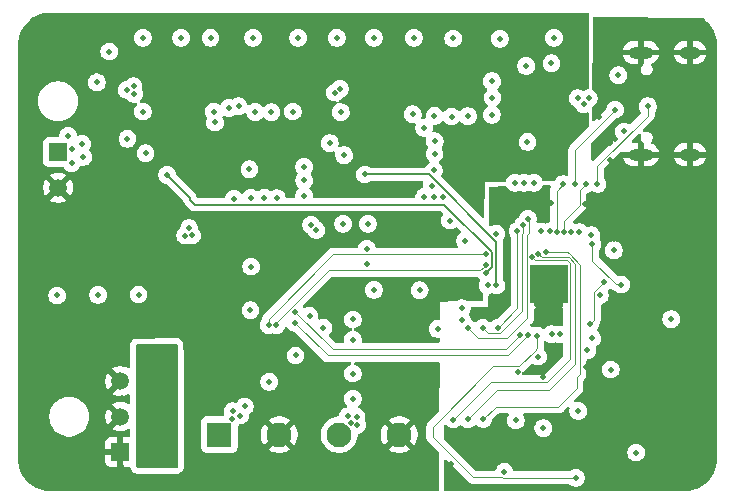
<source format=gbr>
%TF.GenerationSoftware,KiCad,Pcbnew,8.99.0-3334-g98ae574c78*%
%TF.CreationDate,2024-12-15T17:16:10-05:00*%
%TF.ProjectId,SmartPowerBoard,536d6172-7450-46f7-9765-72426f617264,rev?*%
%TF.SameCoordinates,Original*%
%TF.FileFunction,Copper,L4,Bot*%
%TF.FilePolarity,Positive*%
%FSLAX46Y46*%
G04 Gerber Fmt 4.6, Leading zero omitted, Abs format (unit mm)*
G04 Created by KiCad (PCBNEW 8.99.0-3334-g98ae574c78) date 2024-12-15 17:16:10*
%MOMM*%
%LPD*%
G01*
G04 APERTURE LIST*
%TA.AperFunction,ComponentPad*%
%ADD10R,1.520000X1.520000*%
%TD*%
%TA.AperFunction,ComponentPad*%
%ADD11C,1.520000*%
%TD*%
%TA.AperFunction,ComponentPad*%
%ADD12R,2.100000X2.100000*%
%TD*%
%TA.AperFunction,ComponentPad*%
%ADD13C,2.100000*%
%TD*%
%TA.AperFunction,HeatsinkPad*%
%ADD14C,0.500000*%
%TD*%
%TA.AperFunction,HeatsinkPad*%
%ADD15R,3.200000X3.200000*%
%TD*%
%TA.AperFunction,ComponentPad*%
%ADD16O,2.100000X1.000000*%
%TD*%
%TA.AperFunction,ComponentPad*%
%ADD17O,1.800000X1.000000*%
%TD*%
%TA.AperFunction,ViaPad*%
%ADD18C,0.500000*%
%TD*%
%TA.AperFunction,Conductor*%
%ADD19C,0.300000*%
%TD*%
%TA.AperFunction,Conductor*%
%ADD20C,0.125000*%
%TD*%
%TA.AperFunction,Conductor*%
%ADD21C,0.130000*%
%TD*%
G04 APERTURE END LIST*
D10*
%TO.P,J6,1,1*%
%TO.N,GND*%
X142375000Y-105675000D03*
D11*
%TO.P,J6,2,2*%
X142375000Y-102675000D03*
%TO.P,J6,3,3*%
X142375000Y-99675000D03*
%TO.P,J6,4,4*%
%TO.N,/Connectors/12V_{OUT}*%
X145375000Y-105675000D03*
%TO.P,J6,5,5*%
X145375000Y-102675000D03*
%TO.P,J6,6,6*%
X145375000Y-99675000D03*
%TD*%
D12*
%TO.P,J7,1,Pin_1*%
%TO.N,/Connectors/3.3V_{OUT}*%
X150760000Y-104200000D03*
D13*
%TO.P,J7,2,Pin_2*%
%TO.N,GND*%
X155840000Y-104200000D03*
%TO.P,J7,3,Pin_3*%
%TO.N,/Connectors/5V_{OUT}*%
X160920000Y-104200000D03*
%TO.P,J7,4,Pin_4*%
%TO.N,GND*%
X166000000Y-104200000D03*
%TD*%
D10*
%TO.P,J1,1,1*%
%TO.N,/12V_{IN}*%
X137110352Y-80300000D03*
D11*
%TO.P,J1,2,2*%
%TO.N,GND*%
X137110352Y-83299999D03*
%TD*%
D14*
%TO.P,U6,57,GND*%
%TO.N,GND*%
X177350000Y-90075000D03*
X177350000Y-92775000D03*
D15*
X178700000Y-91425000D03*
D14*
X180050000Y-90075000D03*
X180050000Y-92775000D03*
%TD*%
D16*
%TO.P,J2,S1,SHIELD*%
%TO.N,GND*%
X186448750Y-80492500D03*
D17*
X190628750Y-80492500D03*
D16*
X186448750Y-71852500D03*
D17*
X190628750Y-71852500D03*
%TD*%
D18*
%TO.N,GND*%
X179250000Y-97875000D03*
X190700000Y-95550000D03*
X189130000Y-95710000D03*
X183800000Y-79475000D03*
X160960000Y-73360000D03*
X142400000Y-106825000D03*
X158425000Y-104150000D03*
X160775000Y-81850000D03*
X189100000Y-98490000D03*
X164390000Y-105190000D03*
X158350000Y-105180000D03*
X181850000Y-98450000D03*
X144170000Y-83280000D03*
X181740000Y-84680000D03*
X176050000Y-98900000D03*
X137225000Y-72775000D03*
X138425000Y-72775000D03*
X166300000Y-74250000D03*
X168975000Y-92875000D03*
X154380000Y-73160000D03*
X178150000Y-99325000D03*
X173820000Y-85840000D03*
X134360000Y-73590000D03*
X156500000Y-95400000D03*
X140325000Y-106300000D03*
X134360000Y-74690000D03*
X165400000Y-101250000D03*
X151160000Y-73180000D03*
X165825000Y-80725000D03*
X134510000Y-84180000D03*
X187550000Y-105700000D03*
X143475000Y-73250000D03*
X154340000Y-105500000D03*
X184150000Y-95550000D03*
X190700000Y-97700000D03*
X142500000Y-98050000D03*
X190273750Y-77132500D03*
X174000000Y-94200000D03*
X134425000Y-78325000D03*
X190750000Y-88500000D03*
X190700000Y-91400000D03*
X165120000Y-79140000D03*
X149400000Y-82050000D03*
X134510000Y-81210000D03*
X190700000Y-96600000D03*
X184300000Y-79150000D03*
X140325000Y-103850000D03*
X148190000Y-74180000D03*
X183750000Y-83425000D03*
X175825000Y-78825000D03*
X142525000Y-101075000D03*
X190700000Y-92450000D03*
X174150000Y-84250000D03*
X158250000Y-102675000D03*
X189200000Y-92350000D03*
X142475000Y-104125000D03*
X183660000Y-87070000D03*
X175850000Y-105600000D03*
X167750000Y-101200000D03*
X146765000Y-77770000D03*
X134490000Y-80240000D03*
X169000000Y-91825000D03*
X180800000Y-105900000D03*
X161400000Y-78950000D03*
X190250000Y-104500000D03*
X148320000Y-79130000D03*
X134475000Y-79205000D03*
X147130000Y-73260000D03*
X140275000Y-101775000D03*
X189160000Y-88900000D03*
X155700000Y-96750000D03*
X183375000Y-75600000D03*
X164840000Y-86870000D03*
X157450000Y-89900000D03*
X136125000Y-72775000D03*
X184998750Y-81807500D03*
X190750000Y-87450000D03*
X180325000Y-74650000D03*
X190273750Y-74982500D03*
X188990000Y-84010000D03*
X190750000Y-89600000D03*
X134475000Y-82175000D03*
X140300000Y-100575000D03*
X183875000Y-80950000D03*
X172830000Y-84250000D03*
X178875000Y-84575000D03*
X177710000Y-94060000D03*
X165175000Y-106000000D03*
X170400000Y-106650000D03*
X134360000Y-72390000D03*
X157250000Y-105540000D03*
X167700000Y-80750000D03*
X143110000Y-107310000D03*
X163634663Y-77806885D03*
X144570000Y-78710000D03*
X140300000Y-105050000D03*
X177970000Y-83730000D03*
X150520000Y-81150000D03*
X134425000Y-76025000D03*
X140250000Y-99425000D03*
X140225000Y-102750000D03*
X163800000Y-105825000D03*
X152130000Y-93650000D03*
X170150000Y-72775000D03*
X164680000Y-102460000D03*
X166450000Y-101300000D03*
X176040000Y-74910000D03*
X184170000Y-87620000D03*
X190273750Y-76032500D03*
X189160000Y-87440000D03*
X182920000Y-77340000D03*
X190700000Y-93550000D03*
X165000000Y-91680000D03*
X150650000Y-83275000D03*
X177850000Y-84550000D03*
X164850000Y-73380000D03*
X134490000Y-83210000D03*
X134425000Y-77225000D03*
X168050000Y-106550000D03*
%TO.N,/OLED Display/RES#*%
X189025000Y-94425000D03*
X137025000Y-92425000D03*
%TO.N,/Buck Converter 5V/SW*%
X170430000Y-77280000D03*
X173850000Y-74290000D03*
X171810000Y-77240000D03*
X161050000Y-76900000D03*
X173890000Y-75670000D03*
X168980000Y-77220000D03*
X173830000Y-77120000D03*
X167150000Y-77075000D03*
%TO.N,/MCU/1.1V*%
X177975000Y-87000000D03*
X180525000Y-87025000D03*
X179575000Y-95725000D03*
%TO.N,/Buck Converter 3.3V/SW*%
X153800000Y-76890000D03*
X152400000Y-76400000D03*
X150275000Y-76850000D03*
X144300000Y-76850000D03*
X155180000Y-76900000D03*
X156990000Y-76850000D03*
X151575000Y-76550000D03*
%TO.N,/MCU/USB_P*%
X184273750Y-76682500D03*
X180873750Y-82982500D03*
%TO.N,/MCU/USB_M*%
X182773750Y-82982500D03*
X187048750Y-76407500D03*
%TO.N,/Buck Converter 5V/EN*%
X163075000Y-82175000D03*
X174225000Y-91575000D03*
%TO.N,/Buck Converter 5V/V_{CC}*%
X168100000Y-78225000D03*
X160125000Y-79525000D03*
%TO.N,/MCU/QSPI_CS*%
X174350000Y-95175000D03*
X176000000Y-86950000D03*
%TO.N,/Buck Converter 3.3V/EN*%
X146350000Y-82225000D03*
X173325000Y-90500000D03*
%TO.N,/MCU/CRIT*%
X176225000Y-95750000D03*
X157200000Y-93800000D03*
%TO.N,/MCU/WARN*%
X176925000Y-95750000D03*
X157175000Y-94750000D03*
%TO.N,/MCU/SDA*%
X173350000Y-89850000D03*
X182180000Y-94800000D03*
X155600000Y-94925000D03*
X183350000Y-91300000D03*
%TO.N,/MCU/SCL*%
X154950000Y-94925000D03*
X173350000Y-88950000D03*
X182360000Y-88080000D03*
X184800000Y-91500000D03*
%TO.N,Net-(U6-USB_DP)*%
X179325000Y-87025000D03*
X179873750Y-83007500D03*
%TO.N,Net-(U6-USB_DM)*%
X181798750Y-83007500D03*
X179925000Y-87025000D03*
%TO.N,/MCU/QSPI_SD1*%
X173070000Y-95175000D03*
X176500155Y-86456031D03*
%TO.N,/MCU/QSPI_SD3*%
X173100000Y-102875000D03*
X178400000Y-88775000D03*
%TO.N,/MCU/QSPI_SCLK*%
X171800000Y-102900000D03*
X177775000Y-88900000D03*
%TO.N,/MCU/QSPI_SD2*%
X171795000Y-95175000D03*
X176875000Y-85925000D03*
%TO.N,/MCU/QSPI_SD0*%
X170575000Y-102925000D03*
X177250000Y-89200000D03*
%TO.N,/Connectors/12V_{OUT}*%
X146750000Y-105725000D03*
X146025000Y-101050000D03*
X146725000Y-102550000D03*
X145825000Y-104200000D03*
X145000000Y-97300000D03*
X144925000Y-104250000D03*
X144825000Y-101075000D03*
X146625000Y-99175000D03*
X146725000Y-103600000D03*
X146775000Y-98425000D03*
X146000000Y-98500000D03*
X146750000Y-106600000D03*
X146750000Y-104900000D03*
X145900000Y-97250000D03*
X146725000Y-101725000D03*
%TO.N,/Connectors/5V_{OUT}*%
X162072500Y-96160000D03*
X161620000Y-102650000D03*
X162072500Y-99030000D03*
X162460000Y-103370000D03*
X161885000Y-103235000D03*
X162380000Y-102680000D03*
X162072500Y-94450000D03*
X162072500Y-101160000D03*
%TO.N,/Connectors/3.3V_{OUT}*%
X151842500Y-102882500D03*
X159577500Y-95147500D03*
X157222500Y-97502500D03*
X158550000Y-86450000D03*
X151910000Y-102220000D03*
X154997500Y-99727500D03*
X152530000Y-102590000D03*
X158975000Y-86875000D03*
X152912500Y-101812500D03*
%TO.N,/Inner Buck Converter 4V/SW*%
X171575000Y-87800000D03*
X167725000Y-91975000D03*
%TO.N,/Inner Buck Converter 4V/4V_{CC}*%
X163250000Y-88450000D03*
X169250000Y-95250000D03*
X163850000Y-91950000D03*
X181150000Y-102200000D03*
%TO.N,/MCU/USB_BOOT*%
X171300000Y-93500000D03*
X143925000Y-92350000D03*
%TO.N,/MCU/RUN*%
X174900000Y-107350000D03*
X182325000Y-96050000D03*
X140500000Y-92375000D03*
X178200000Y-103650000D03*
%TO.N,/Buck Converter 5V/5V_{OUT}*%
X185023750Y-78532500D03*
X169725000Y-84100000D03*
X168930000Y-81840000D03*
X161250000Y-86350000D03*
X184547500Y-73772500D03*
X168900000Y-84075000D03*
X168125000Y-84075000D03*
X163300000Y-89750000D03*
X168750000Y-83125000D03*
X168990000Y-80430000D03*
X169000000Y-79370000D03*
X163350000Y-86350000D03*
X170290000Y-86080000D03*
%TO.N,/12V_{IN}*%
X147875000Y-87350000D03*
X174520000Y-70680000D03*
X143540000Y-75350000D03*
X137970000Y-78920000D03*
X160550000Y-75250000D03*
X157440000Y-70610000D03*
X179100000Y-70610000D03*
X163850000Y-70610000D03*
X160975000Y-74925000D03*
X138250000Y-80050000D03*
X142940000Y-75020000D03*
X153630000Y-70610000D03*
X150020000Y-70610000D03*
X148450000Y-87325000D03*
X140400000Y-74380000D03*
X182050000Y-75725000D03*
X148200000Y-86725000D03*
X141450000Y-71770000D03*
X147540000Y-70610000D03*
X160700000Y-70610000D03*
X161325000Y-80550000D03*
X144290000Y-70610000D03*
X167230000Y-70610000D03*
X138260000Y-81210000D03*
X139250000Y-80680000D03*
X181125000Y-75725000D03*
X170570000Y-70660000D03*
X181600000Y-76225000D03*
X176740000Y-72990000D03*
X139140000Y-79580000D03*
X143500000Y-74700000D03*
X144525000Y-80375000D03*
%TO.N,/Buck Converter 3.3V/3.3V_{OUT}*%
X157940000Y-82660000D03*
X153425000Y-84150000D03*
X157940000Y-81520000D03*
X153310000Y-81740000D03*
X157940000Y-83980000D03*
X154575000Y-84150000D03*
X152000000Y-84250000D03*
X155625000Y-84175000D03*
%TO.N,/Buck Converter 3.3V/V_{CC}*%
X142980000Y-79160000D03*
X150400000Y-77775000D03*
%TO.N,/MCU/3.3V_{CC}*%
X176850000Y-79425000D03*
X176575000Y-82875000D03*
X177750000Y-97600000D03*
X178725000Y-87000000D03*
X178900000Y-95700000D03*
X171300000Y-94475000D03*
X182975000Y-92425000D03*
X158400000Y-94125000D03*
X182250000Y-87325000D03*
X153400000Y-93675000D03*
X181925000Y-97075000D03*
X175775000Y-82875000D03*
X175875000Y-103000000D03*
X181250000Y-87075000D03*
X173500000Y-91575000D03*
X184175000Y-88600000D03*
X174225000Y-87200000D03*
X153450000Y-89975000D03*
X178880000Y-72770000D03*
X177400000Y-82875000D03*
%TO.N,Net-(Q1-Pad1)*%
X186050000Y-105725000D03*
X183900000Y-98700000D03*
%TO.N,/MCU/GPIO15*%
X180950000Y-107850000D03*
X177690000Y-95820000D03*
%TD*%
D19*
%TO.N,GND*%
X189100000Y-98490000D02*
X189060000Y-98450000D01*
X189070000Y-95650000D02*
X189130000Y-95710000D01*
D20*
%TO.N,/MCU/USB_P*%
X180873750Y-82982500D02*
X180873750Y-80082500D01*
X180873750Y-80082500D02*
X184273750Y-76682500D01*
%TO.N,/MCU/USB_M*%
X182773750Y-81457500D02*
X182773750Y-82982500D01*
X187048750Y-76407500D02*
X187048750Y-77186574D01*
X187048750Y-77186574D02*
X182777824Y-81457500D01*
D21*
%TO.N,/Buck Converter 5V/EN*%
X174225000Y-87857610D02*
X168542390Y-82175000D01*
X174225000Y-91575000D02*
X174225000Y-87857610D01*
X168542390Y-82175000D02*
X163075000Y-82175000D01*
D20*
%TO.N,/MCU/QSPI_CS*%
X174350000Y-95175000D02*
X176000000Y-93525000D01*
X176000000Y-93525000D02*
X176000000Y-86950000D01*
D21*
%TO.N,/Buck Converter 3.3V/EN*%
X148700000Y-84725000D02*
X148275000Y-84300000D01*
X173815000Y-88757390D02*
X169782610Y-84725000D01*
X148275000Y-84300000D02*
X148275000Y-84150000D01*
X169782610Y-84725000D02*
X148700000Y-84725000D01*
X173357610Y-90500000D02*
X173815000Y-90042610D01*
X173325000Y-90500000D02*
X173357610Y-90500000D01*
X173815000Y-90042610D02*
X173815000Y-88757390D01*
X148275000Y-84150000D02*
X146350000Y-82225000D01*
D20*
%TO.N,/MCU/CRIT*%
X160375000Y-96975000D02*
X157200000Y-93800000D01*
X157200000Y-93800000D02*
X157229074Y-93800000D01*
X175000000Y-96975000D02*
X160375000Y-96975000D01*
X176225000Y-95750000D02*
X175000000Y-96975000D01*
%TO.N,/MCU/WARN*%
X159925000Y-97500000D02*
X157175000Y-94750000D01*
X176925000Y-95750000D02*
X175175000Y-97500000D01*
X175175000Y-97500000D02*
X159925000Y-97500000D01*
%TO.N,/MCU/SDA*%
X183350000Y-91300000D02*
X182512500Y-92137500D01*
X182512500Y-92137500D02*
X182512500Y-94467500D01*
X155600000Y-94925000D02*
X155600000Y-94745926D01*
X173162500Y-90037500D02*
X173350000Y-89850000D01*
X173133426Y-90037500D02*
X173162500Y-90037500D01*
X155600000Y-94745926D02*
X160045926Y-90300000D01*
X182512500Y-94467500D02*
X182180000Y-94800000D01*
X160045926Y-90300000D02*
X172870926Y-90300000D01*
X172870926Y-90300000D02*
X173133426Y-90037500D01*
%TO.N,/MCU/SCL*%
X182360000Y-89464074D02*
X184345926Y-91450000D01*
X154950000Y-94400000D02*
X154950000Y-94925000D01*
X173350000Y-88950000D02*
X160400000Y-88950000D01*
X182360000Y-88080000D02*
X182360000Y-89464074D01*
X184750000Y-91450000D02*
X184800000Y-91500000D01*
X160400000Y-88950000D02*
X154950000Y-94400000D01*
X184345926Y-91450000D02*
X184750000Y-91450000D01*
%TO.N,Net-(U6-USB_DP)*%
X179325000Y-83556250D02*
X179873750Y-83007500D01*
X179325000Y-87025000D02*
X179325000Y-83556250D01*
%TO.N,Net-(U6-USB_DM)*%
X179925000Y-87025000D02*
X179986500Y-86963500D01*
X179986500Y-86963500D02*
X179986500Y-86088500D01*
X179986500Y-86088500D02*
X180986500Y-85088500D01*
X180991988Y-85088500D02*
X181286500Y-84793988D01*
X181286500Y-83519750D02*
X181798750Y-83007500D01*
X181286500Y-84793988D02*
X181286500Y-83519750D01*
X180986500Y-85088500D02*
X180991988Y-85088500D01*
%TO.N,/MCU/QSPI_SD1*%
X176500155Y-86456031D02*
X176500155Y-87103919D01*
X176500155Y-87103919D02*
X176425000Y-87179074D01*
X176425000Y-93754074D02*
X174541574Y-95637500D01*
X176425000Y-87179074D02*
X176425000Y-93754074D01*
X174541574Y-95637500D02*
X173532500Y-95637500D01*
X173532500Y-95637500D02*
X173070000Y-95175000D01*
%TO.N,/MCU/QSPI_SD3*%
X178400000Y-88775000D02*
X180239680Y-88775000D01*
X181277500Y-89812820D02*
X180332340Y-88867660D01*
X173100000Y-102875000D02*
X174150000Y-101825000D01*
X180239680Y-88775000D02*
X180332340Y-88867660D01*
X181277500Y-99101441D02*
X181277500Y-89812820D01*
X181032500Y-99346441D02*
X181277500Y-99101441D01*
X174150000Y-101825000D02*
X179475000Y-101825000D01*
X179475000Y-101825000D02*
X181032500Y-100267500D01*
X181032500Y-100267500D02*
X181032500Y-99346441D01*
%TO.N,/MCU/QSPI_SCLK*%
X180875000Y-98250000D02*
X180875000Y-89742660D01*
X178700000Y-100425000D02*
X180875000Y-98250000D01*
X180332340Y-89200000D02*
X178075000Y-89200000D01*
X174275000Y-100425000D02*
X178700000Y-100425000D01*
X178075000Y-89200000D02*
X177775000Y-88900000D01*
X171800000Y-102900000D02*
X174275000Y-100425000D01*
X180875000Y-89742660D02*
X180332340Y-89200000D01*
%TO.N,/MCU/QSPI_SD2*%
X176850000Y-89370636D02*
X176846500Y-89367136D01*
X176850000Y-94300000D02*
X176850000Y-89370636D01*
X176850000Y-89029364D02*
X176850000Y-87275000D01*
X176962655Y-86012655D02*
X176875000Y-85925000D01*
X176850000Y-87275000D02*
X176962655Y-87162345D01*
X171795000Y-95175000D02*
X172645000Y-96025000D01*
X176846500Y-89367136D02*
X176846500Y-89032864D01*
X176846500Y-89032864D02*
X176850000Y-89029364D01*
X176962655Y-87162345D02*
X176962655Y-86012655D01*
X175125000Y-96025000D02*
X176850000Y-94300000D01*
X172645000Y-96025000D02*
X175125000Y-96025000D01*
%TO.N,/MCU/QSPI_SD0*%
X177250000Y-89200000D02*
X177475000Y-89425000D01*
X178317136Y-99728500D02*
X177982864Y-99728500D01*
X180462500Y-97762500D02*
X178500000Y-99725000D01*
X173775000Y-99725000D02*
X170575000Y-102925000D01*
X178500000Y-99725000D02*
X178320636Y-99725000D01*
X177979364Y-99725000D02*
X173775000Y-99725000D01*
X178320636Y-99725000D02*
X178317136Y-99728500D01*
X170575000Y-102825000D02*
X170575000Y-102925000D01*
X177475000Y-89425000D02*
X180225000Y-89425000D01*
X177982864Y-99728500D02*
X177979364Y-99725000D01*
X180462500Y-89662500D02*
X180462500Y-97762500D01*
X180225000Y-89425000D02*
X180462500Y-89662500D01*
%TO.N,/MCU/GPIO15*%
X173950000Y-98430000D02*
X176170000Y-98430000D01*
X172230000Y-107810000D02*
X168860000Y-104440000D01*
X177690000Y-96830000D02*
X177690000Y-95820000D01*
X174704512Y-107810000D02*
X174744512Y-107850000D01*
X177600000Y-96920000D02*
X177690000Y-96830000D01*
X177600000Y-97000000D02*
X177600000Y-96920000D01*
X172230000Y-107810000D02*
X174704512Y-107810000D01*
X174744512Y-107850000D02*
X180950000Y-107850000D01*
X176170000Y-98430000D02*
X177600000Y-97000000D01*
X168860000Y-104440000D02*
X168860000Y-103520000D01*
X168860000Y-103520000D02*
X173950000Y-98430000D01*
%TD*%
%TA.AperFunction,Conductor*%
%TO.N,GND*%
G36*
X191646515Y-68925734D02*
G01*
X191665571Y-68931561D01*
X191685484Y-68932476D01*
X191710407Y-68945271D01*
X191713328Y-68946165D01*
X191716882Y-68948596D01*
X191867430Y-69055416D01*
X191878302Y-69064085D01*
X192093642Y-69256524D01*
X192103475Y-69266357D01*
X192295914Y-69481697D01*
X192304584Y-69492569D01*
X192471702Y-69728100D01*
X192479100Y-69739874D01*
X192618797Y-69992637D01*
X192624830Y-70005165D01*
X192735346Y-70271975D01*
X192739939Y-70285100D01*
X192819890Y-70562615D01*
X192822984Y-70576172D01*
X192871359Y-70860885D01*
X192872916Y-70874703D01*
X192889305Y-71166527D01*
X192889500Y-71173480D01*
X192889500Y-106296519D01*
X192889305Y-106303472D01*
X192872916Y-106595296D01*
X192871359Y-106609114D01*
X192822984Y-106893827D01*
X192819890Y-106907384D01*
X192739939Y-107184899D01*
X192735346Y-107198024D01*
X192624830Y-107464834D01*
X192618797Y-107477362D01*
X192479100Y-107730125D01*
X192471702Y-107741899D01*
X192304584Y-107977430D01*
X192295914Y-107988302D01*
X192103475Y-108203642D01*
X192093642Y-108213475D01*
X191878302Y-108405914D01*
X191867430Y-108414584D01*
X191631899Y-108581702D01*
X191620125Y-108589100D01*
X191367362Y-108728797D01*
X191354834Y-108734830D01*
X191088024Y-108845346D01*
X191074899Y-108849939D01*
X190797384Y-108929890D01*
X190783827Y-108932984D01*
X190499114Y-108981359D01*
X190485296Y-108982916D01*
X190193472Y-108999305D01*
X190186519Y-108999500D01*
X169874000Y-108999500D01*
X169806961Y-108979815D01*
X169761206Y-108927011D01*
X169750000Y-108875500D01*
X169750000Y-106425564D01*
X169769685Y-106358525D01*
X169822489Y-106312770D01*
X169891647Y-106302826D01*
X169955203Y-106331851D01*
X169961681Y-106337883D01*
X171779488Y-108155690D01*
X171884310Y-108260512D01*
X172012690Y-108334632D01*
X172155880Y-108373000D01*
X174504783Y-108373000D01*
X174536876Y-108377225D01*
X174546942Y-108379922D01*
X174670392Y-108413000D01*
X180404110Y-108413000D01*
X180471149Y-108432685D01*
X180473001Y-108433898D01*
X180594498Y-108515080D01*
X180594511Y-108515087D01*
X180731082Y-108571656D01*
X180731087Y-108571658D01*
X180731091Y-108571658D01*
X180731092Y-108571659D01*
X180876079Y-108600500D01*
X180876082Y-108600500D01*
X181023920Y-108600500D01*
X181121462Y-108581096D01*
X181168913Y-108571658D01*
X181305495Y-108515084D01*
X181428416Y-108432951D01*
X181532951Y-108328416D01*
X181615084Y-108205495D01*
X181671658Y-108068913D01*
X181687693Y-107988302D01*
X181700500Y-107923920D01*
X181700500Y-107776079D01*
X181671659Y-107631092D01*
X181671658Y-107631091D01*
X181671658Y-107631087D01*
X181671656Y-107631082D01*
X181615087Y-107494511D01*
X181615080Y-107494498D01*
X181532951Y-107371584D01*
X181532948Y-107371580D01*
X181428419Y-107267051D01*
X181428415Y-107267048D01*
X181305501Y-107184919D01*
X181305488Y-107184912D01*
X181168917Y-107128343D01*
X181168907Y-107128340D01*
X181023920Y-107099500D01*
X181023918Y-107099500D01*
X180876082Y-107099500D01*
X180876080Y-107099500D01*
X180731092Y-107128340D01*
X180731082Y-107128343D01*
X180594511Y-107184912D01*
X180594498Y-107184919D01*
X180473001Y-107266102D01*
X180406323Y-107286980D01*
X180404110Y-107287000D01*
X175754436Y-107287000D01*
X175687397Y-107267315D01*
X175641642Y-107214511D01*
X175632819Y-107187193D01*
X175626495Y-107155404D01*
X175621658Y-107131087D01*
X175608574Y-107099500D01*
X175565087Y-106994511D01*
X175565080Y-106994498D01*
X175482951Y-106871584D01*
X175482948Y-106871580D01*
X175378419Y-106767051D01*
X175378415Y-106767048D01*
X175255501Y-106684919D01*
X175255488Y-106684912D01*
X175118917Y-106628343D01*
X175118907Y-106628340D01*
X174973920Y-106599500D01*
X174973918Y-106599500D01*
X174826082Y-106599500D01*
X174826080Y-106599500D01*
X174681092Y-106628340D01*
X174681082Y-106628343D01*
X174544511Y-106684912D01*
X174544498Y-106684919D01*
X174421584Y-106767048D01*
X174421580Y-106767051D01*
X174317051Y-106871580D01*
X174317048Y-106871584D01*
X174234919Y-106994498D01*
X174234912Y-106994511D01*
X174178343Y-107131082D01*
X174178340Y-107131092D01*
X174175138Y-107147192D01*
X174142752Y-107209103D01*
X174082036Y-107243677D01*
X174053521Y-107247000D01*
X172514564Y-107247000D01*
X172447525Y-107227315D01*
X172426883Y-107210681D01*
X171015122Y-105798920D01*
X185299499Y-105798920D01*
X185328340Y-105943907D01*
X185328343Y-105943917D01*
X185384912Y-106080488D01*
X185384919Y-106080501D01*
X185467048Y-106203415D01*
X185467051Y-106203419D01*
X185571580Y-106307948D01*
X185571584Y-106307951D01*
X185694498Y-106390080D01*
X185694511Y-106390087D01*
X185780161Y-106425564D01*
X185831087Y-106446658D01*
X185831091Y-106446658D01*
X185831092Y-106446659D01*
X185976079Y-106475500D01*
X185976082Y-106475500D01*
X186123920Y-106475500D01*
X186221462Y-106456096D01*
X186268913Y-106446658D01*
X186405495Y-106390084D01*
X186528416Y-106307951D01*
X186632951Y-106203416D01*
X186715084Y-106080495D01*
X186771658Y-105943913D01*
X186800500Y-105798918D01*
X186800500Y-105651082D01*
X186800500Y-105651079D01*
X186771659Y-105506092D01*
X186771658Y-105506091D01*
X186771658Y-105506087D01*
X186771656Y-105506082D01*
X186715087Y-105369511D01*
X186715080Y-105369498D01*
X186632951Y-105246584D01*
X186632948Y-105246580D01*
X186528419Y-105142051D01*
X186528415Y-105142048D01*
X186405501Y-105059919D01*
X186405488Y-105059912D01*
X186268917Y-105003343D01*
X186268907Y-105003340D01*
X186123920Y-104974500D01*
X186123918Y-104974500D01*
X185976082Y-104974500D01*
X185976080Y-104974500D01*
X185831092Y-105003340D01*
X185831082Y-105003343D01*
X185694511Y-105059912D01*
X185694498Y-105059919D01*
X185571584Y-105142048D01*
X185571580Y-105142051D01*
X185467051Y-105246580D01*
X185467048Y-105246584D01*
X185384919Y-105369498D01*
X185384912Y-105369511D01*
X185328343Y-105506082D01*
X185328340Y-105506092D01*
X185299500Y-105651079D01*
X185299500Y-105651082D01*
X185299500Y-105798918D01*
X185299500Y-105798920D01*
X185299499Y-105798920D01*
X171015122Y-105798920D01*
X169786319Y-104570117D01*
X169752834Y-104508794D01*
X169750000Y-104482436D01*
X169750000Y-103477563D01*
X169758642Y-103448128D01*
X169765165Y-103418141D01*
X169768922Y-103413121D01*
X169769685Y-103410524D01*
X169786315Y-103389886D01*
X169789652Y-103386549D01*
X169797382Y-103378818D01*
X169858701Y-103345332D01*
X169928393Y-103350313D01*
X169984329Y-103392182D01*
X169988169Y-103397609D01*
X169992049Y-103403417D01*
X170096580Y-103507948D01*
X170096584Y-103507951D01*
X170219498Y-103590080D01*
X170219511Y-103590087D01*
X170356082Y-103646656D01*
X170356087Y-103646658D01*
X170356091Y-103646658D01*
X170356092Y-103646659D01*
X170501079Y-103675500D01*
X170501082Y-103675500D01*
X170648920Y-103675500D01*
X170774598Y-103650500D01*
X170793913Y-103646658D01*
X170930495Y-103590084D01*
X171053416Y-103507951D01*
X171079058Y-103482309D01*
X171112319Y-103449049D01*
X171173642Y-103415564D01*
X171243334Y-103420548D01*
X171287681Y-103449049D01*
X171321580Y-103482948D01*
X171321584Y-103482951D01*
X171444498Y-103565080D01*
X171444511Y-103565087D01*
X171581082Y-103621656D01*
X171581087Y-103621658D01*
X171581091Y-103621658D01*
X171581092Y-103621659D01*
X171726079Y-103650500D01*
X171726082Y-103650500D01*
X171873920Y-103650500D01*
X171999598Y-103625500D01*
X172018913Y-103621658D01*
X172155495Y-103565084D01*
X172278416Y-103482951D01*
X172315487Y-103445880D01*
X172374819Y-103386549D01*
X172436142Y-103353064D01*
X172505834Y-103358048D01*
X172550181Y-103386549D01*
X172621580Y-103457948D01*
X172621584Y-103457951D01*
X172744498Y-103540080D01*
X172744511Y-103540087D01*
X172881082Y-103596656D01*
X172881087Y-103596658D01*
X172881091Y-103596658D01*
X172881092Y-103596659D01*
X173026079Y-103625500D01*
X173026082Y-103625500D01*
X173173920Y-103625500D01*
X173271462Y-103606096D01*
X173318913Y-103596658D01*
X173455495Y-103540084D01*
X173578416Y-103457951D01*
X173682951Y-103353416D01*
X173765084Y-103230495D01*
X173821658Y-103093913D01*
X173850168Y-102950586D01*
X173882553Y-102888676D01*
X173884045Y-102887156D01*
X174346884Y-102424319D01*
X174408207Y-102390834D01*
X174434565Y-102388000D01*
X175149319Y-102388000D01*
X175216358Y-102407685D01*
X175262113Y-102460489D01*
X175272057Y-102529647D01*
X175252421Y-102580891D01*
X175209919Y-102644498D01*
X175209912Y-102644511D01*
X175153343Y-102781082D01*
X175153340Y-102781092D01*
X175124500Y-102926079D01*
X175124500Y-102926082D01*
X175124500Y-103073918D01*
X175124500Y-103073920D01*
X175124499Y-103073920D01*
X175153340Y-103218907D01*
X175153343Y-103218917D01*
X175209912Y-103355488D01*
X175209919Y-103355501D01*
X175292048Y-103478415D01*
X175292051Y-103478419D01*
X175396580Y-103582948D01*
X175396584Y-103582951D01*
X175519498Y-103665080D01*
X175519511Y-103665087D01*
X175656082Y-103721656D01*
X175656087Y-103721658D01*
X175656091Y-103721658D01*
X175656092Y-103721659D01*
X175801079Y-103750500D01*
X175801082Y-103750500D01*
X175948920Y-103750500D01*
X176082541Y-103723920D01*
X177449499Y-103723920D01*
X177478340Y-103868907D01*
X177478343Y-103868917D01*
X177534912Y-104005488D01*
X177534919Y-104005501D01*
X177617048Y-104128415D01*
X177617051Y-104128419D01*
X177721580Y-104232948D01*
X177721584Y-104232951D01*
X177844498Y-104315080D01*
X177844511Y-104315087D01*
X177981082Y-104371656D01*
X177981087Y-104371658D01*
X177981091Y-104371658D01*
X177981092Y-104371659D01*
X178126079Y-104400500D01*
X178126082Y-104400500D01*
X178273920Y-104400500D01*
X178371462Y-104381096D01*
X178418913Y-104371658D01*
X178555495Y-104315084D01*
X178678416Y-104232951D01*
X178782951Y-104128416D01*
X178865084Y-104005495D01*
X178921658Y-103868913D01*
X178931096Y-103821462D01*
X178950500Y-103723920D01*
X178950500Y-103576079D01*
X178921659Y-103431092D01*
X178921658Y-103431091D01*
X178921658Y-103431087D01*
X178903210Y-103386549D01*
X178865087Y-103294511D01*
X178865080Y-103294498D01*
X178782951Y-103171584D01*
X178782948Y-103171580D01*
X178678419Y-103067051D01*
X178678415Y-103067048D01*
X178555501Y-102984919D01*
X178555488Y-102984912D01*
X178418917Y-102928343D01*
X178418907Y-102928340D01*
X178273920Y-102899500D01*
X178273918Y-102899500D01*
X178126082Y-102899500D01*
X178126080Y-102899500D01*
X177981092Y-102928340D01*
X177981082Y-102928343D01*
X177844511Y-102984912D01*
X177844498Y-102984919D01*
X177721584Y-103067048D01*
X177721580Y-103067051D01*
X177617051Y-103171580D01*
X177617048Y-103171584D01*
X177534919Y-103294498D01*
X177534912Y-103294511D01*
X177478343Y-103431082D01*
X177478340Y-103431092D01*
X177449500Y-103576079D01*
X177449500Y-103576082D01*
X177449500Y-103723918D01*
X177449500Y-103723920D01*
X177449499Y-103723920D01*
X176082541Y-103723920D01*
X176082551Y-103723918D01*
X176093913Y-103721658D01*
X176199547Y-103677902D01*
X176230488Y-103665087D01*
X176230488Y-103665086D01*
X176230495Y-103665084D01*
X176353416Y-103582951D01*
X176396287Y-103540080D01*
X176454059Y-103482309D01*
X176457948Y-103478419D01*
X176457951Y-103478416D01*
X176540084Y-103355495D01*
X176542231Y-103350313D01*
X176591858Y-103230501D01*
X176596658Y-103218913D01*
X176621523Y-103093913D01*
X176625500Y-103073920D01*
X176625500Y-102926079D01*
X176596659Y-102781092D01*
X176596658Y-102781091D01*
X176596658Y-102781087D01*
X176554132Y-102678419D01*
X176540087Y-102644511D01*
X176540080Y-102644498D01*
X176497579Y-102580891D01*
X176476701Y-102514213D01*
X176495185Y-102446833D01*
X176547164Y-102400143D01*
X176600681Y-102388000D01*
X179549117Y-102388000D01*
X179549120Y-102388000D01*
X179692310Y-102349632D01*
X179820690Y-102275512D01*
X179925512Y-102170690D01*
X180217072Y-101879129D01*
X180278393Y-101845646D01*
X180348084Y-101850630D01*
X180404018Y-101892501D01*
X180428435Y-101957966D01*
X180426368Y-101991003D01*
X180399500Y-102126077D01*
X180399500Y-102126082D01*
X180399500Y-102273918D01*
X180399500Y-102273920D01*
X180399499Y-102273920D01*
X180428340Y-102418907D01*
X180428343Y-102418917D01*
X180484912Y-102555488D01*
X180484919Y-102555501D01*
X180567048Y-102678415D01*
X180567051Y-102678419D01*
X180671580Y-102782948D01*
X180671584Y-102782951D01*
X180794498Y-102865080D01*
X180794511Y-102865087D01*
X180928779Y-102920702D01*
X180931087Y-102921658D01*
X180931091Y-102921658D01*
X180931092Y-102921659D01*
X181076079Y-102950500D01*
X181076082Y-102950500D01*
X181223920Y-102950500D01*
X181335321Y-102928340D01*
X181368913Y-102921658D01*
X181505495Y-102865084D01*
X181628416Y-102782951D01*
X181732951Y-102678416D01*
X181815084Y-102555495D01*
X181871658Y-102418913D01*
X181900183Y-102275512D01*
X181900500Y-102273920D01*
X181900500Y-102126079D01*
X181871659Y-101981092D01*
X181871658Y-101981091D01*
X181871658Y-101981087D01*
X181829427Y-101879131D01*
X181815087Y-101844511D01*
X181815080Y-101844498D01*
X181732951Y-101721584D01*
X181732948Y-101721580D01*
X181628419Y-101617051D01*
X181628415Y-101617048D01*
X181505501Y-101534919D01*
X181505488Y-101534912D01*
X181368917Y-101478343D01*
X181368907Y-101478340D01*
X181223920Y-101449500D01*
X181223918Y-101449500D01*
X181076082Y-101449500D01*
X181076077Y-101449500D01*
X180941003Y-101476368D01*
X180871411Y-101470141D01*
X180816234Y-101427278D01*
X180792990Y-101361388D01*
X180809058Y-101293391D01*
X180829127Y-101267074D01*
X181483012Y-100613190D01*
X181548870Y-100499120D01*
X181557132Y-100484810D01*
X181595500Y-100341620D01*
X181595500Y-99631006D01*
X181615185Y-99563967D01*
X181631819Y-99543325D01*
X181672277Y-99502866D01*
X181728012Y-99447132D01*
X181802132Y-99318751D01*
X181840500Y-99175562D01*
X181840500Y-99027321D01*
X181840500Y-98773920D01*
X183149499Y-98773920D01*
X183178340Y-98918907D01*
X183178343Y-98918917D01*
X183234912Y-99055488D01*
X183234919Y-99055501D01*
X183317048Y-99178415D01*
X183317051Y-99178419D01*
X183421580Y-99282948D01*
X183421584Y-99282951D01*
X183544498Y-99365080D01*
X183544511Y-99365087D01*
X183681082Y-99421656D01*
X183681087Y-99421658D01*
X183681091Y-99421658D01*
X183681092Y-99421659D01*
X183826079Y-99450500D01*
X183826082Y-99450500D01*
X183973920Y-99450500D01*
X184071462Y-99431096D01*
X184118913Y-99421658D01*
X184255495Y-99365084D01*
X184378416Y-99282951D01*
X184482951Y-99178416D01*
X184565084Y-99055495D01*
X184621658Y-98918913D01*
X184650500Y-98773918D01*
X184650500Y-98626082D01*
X184650500Y-98626079D01*
X184621659Y-98481092D01*
X184621658Y-98481091D01*
X184621658Y-98481087D01*
X184621656Y-98481082D01*
X184565087Y-98344511D01*
X184565080Y-98344498D01*
X184482951Y-98221584D01*
X184482948Y-98221580D01*
X184378419Y-98117051D01*
X184378415Y-98117048D01*
X184255501Y-98034919D01*
X184255488Y-98034912D01*
X184118917Y-97978343D01*
X184118907Y-97978340D01*
X183973920Y-97949500D01*
X183973918Y-97949500D01*
X183826082Y-97949500D01*
X183826080Y-97949500D01*
X183681092Y-97978340D01*
X183681082Y-97978343D01*
X183544511Y-98034912D01*
X183544498Y-98034919D01*
X183421584Y-98117048D01*
X183421580Y-98117051D01*
X183317051Y-98221580D01*
X183317048Y-98221584D01*
X183234919Y-98344498D01*
X183234912Y-98344511D01*
X183178343Y-98481082D01*
X183178340Y-98481092D01*
X183149500Y-98626079D01*
X183149500Y-98626082D01*
X183149500Y-98773918D01*
X183149500Y-98773920D01*
X183149499Y-98773920D01*
X181840500Y-98773920D01*
X181840500Y-97949500D01*
X181860185Y-97882461D01*
X181912989Y-97836706D01*
X181964500Y-97825500D01*
X181998920Y-97825500D01*
X182096462Y-97806096D01*
X182143913Y-97796658D01*
X182280495Y-97740084D01*
X182403416Y-97657951D01*
X182507951Y-97553416D01*
X182590084Y-97430495D01*
X182646658Y-97293913D01*
X182656486Y-97244505D01*
X182675500Y-97148920D01*
X182675500Y-97001079D01*
X182646659Y-96856092D01*
X182646658Y-96856091D01*
X182646658Y-96856087D01*
X182646656Y-96856082D01*
X182644890Y-96850260D01*
X182646379Y-96849808D01*
X182639721Y-96787913D01*
X182670992Y-96725432D01*
X182692852Y-96706826D01*
X182803416Y-96632951D01*
X182907951Y-96528416D01*
X182990084Y-96405495D01*
X183046658Y-96268913D01*
X183075500Y-96123918D01*
X183075500Y-95976082D01*
X183075500Y-95976079D01*
X183046659Y-95831092D01*
X183046658Y-95831091D01*
X183046658Y-95831087D01*
X183004132Y-95728419D01*
X182990087Y-95694511D01*
X182990080Y-95694498D01*
X182907951Y-95571584D01*
X182907948Y-95571580D01*
X182803419Y-95467051D01*
X182803415Y-95467048D01*
X182791056Y-95458790D01*
X182746251Y-95405178D01*
X182737544Y-95335853D01*
X182760808Y-95284310D01*
X182759567Y-95283481D01*
X182845080Y-95155501D01*
X182845080Y-95155500D01*
X182845084Y-95155495D01*
X182845326Y-95154912D01*
X182897752Y-95028342D01*
X182901658Y-95018913D01*
X182930168Y-94875586D01*
X182946774Y-94833834D01*
X182954210Y-94821991D01*
X182963012Y-94813190D01*
X182999199Y-94750512D01*
X183037132Y-94684810D01*
X183075500Y-94541620D01*
X183075500Y-94498920D01*
X188274499Y-94498920D01*
X188303340Y-94643907D01*
X188303343Y-94643917D01*
X188359912Y-94780488D01*
X188359919Y-94780501D01*
X188442048Y-94903415D01*
X188442051Y-94903419D01*
X188546580Y-95007948D01*
X188546584Y-95007951D01*
X188669498Y-95090080D01*
X188669511Y-95090087D01*
X188790216Y-95140084D01*
X188806087Y-95146658D01*
X188806091Y-95146658D01*
X188806092Y-95146659D01*
X188951079Y-95175500D01*
X188951082Y-95175500D01*
X189098920Y-95175500D01*
X189202418Y-95154912D01*
X189243913Y-95146658D01*
X189380495Y-95090084D01*
X189503416Y-95007951D01*
X189607951Y-94903416D01*
X189690084Y-94780495D01*
X189746658Y-94643913D01*
X189767006Y-94541620D01*
X189775500Y-94498920D01*
X189775500Y-94351079D01*
X189746659Y-94206092D01*
X189746658Y-94206091D01*
X189746658Y-94206087D01*
X189746656Y-94206082D01*
X189690087Y-94069511D01*
X189690080Y-94069498D01*
X189607951Y-93946584D01*
X189607948Y-93946580D01*
X189503419Y-93842051D01*
X189503415Y-93842048D01*
X189380501Y-93759919D01*
X189380488Y-93759912D01*
X189243917Y-93703343D01*
X189243907Y-93703340D01*
X189098920Y-93674500D01*
X189098918Y-93674500D01*
X188951082Y-93674500D01*
X188951080Y-93674500D01*
X188806092Y-93703340D01*
X188806082Y-93703343D01*
X188669511Y-93759912D01*
X188669498Y-93759919D01*
X188546584Y-93842048D01*
X188546580Y-93842051D01*
X188442051Y-93946580D01*
X188442048Y-93946584D01*
X188359919Y-94069498D01*
X188359912Y-94069511D01*
X188303343Y-94206082D01*
X188303340Y-94206092D01*
X188274500Y-94351079D01*
X188274500Y-94351082D01*
X188274500Y-94498918D01*
X188274500Y-94498920D01*
X188274499Y-94498920D01*
X183075500Y-94498920D01*
X183075500Y-93271976D01*
X183095185Y-93204937D01*
X183147989Y-93159182D01*
X183175309Y-93150359D01*
X183182862Y-93148856D01*
X183193913Y-93146658D01*
X183330495Y-93090084D01*
X183453416Y-93007951D01*
X183557951Y-92903416D01*
X183640084Y-92780495D01*
X183696658Y-92643913D01*
X183714098Y-92556240D01*
X183725500Y-92498920D01*
X183725500Y-92351079D01*
X183696659Y-92206092D01*
X183696658Y-92206091D01*
X183696658Y-92206087D01*
X183696656Y-92206082D01*
X183659330Y-92115968D01*
X183655949Y-92084526D01*
X183650826Y-92053315D01*
X183652242Y-92050043D01*
X183651861Y-92046499D01*
X183666017Y-92018218D01*
X183678580Y-91989195D01*
X183682157Y-91985974D01*
X183683136Y-91984020D01*
X183704788Y-91965556D01*
X183705485Y-91965088D01*
X183705495Y-91965084D01*
X183828416Y-91882951D01*
X183829537Y-91881829D01*
X183835826Y-91877609D01*
X183863664Y-91868829D01*
X183890530Y-91857408D01*
X183896594Y-91858444D01*
X183902461Y-91856594D01*
X183930627Y-91864258D01*
X183959402Y-91869175D01*
X183965995Y-91873883D01*
X183969879Y-91874940D01*
X183974228Y-91879762D01*
X183992610Y-91892888D01*
X184000231Y-91900509D01*
X184000233Y-91900510D01*
X184000235Y-91900512D01*
X184034319Y-91920190D01*
X184112077Y-91965084D01*
X184125898Y-91973062D01*
X184128616Y-91974632D01*
X184212158Y-91997017D01*
X184267744Y-92029111D01*
X184321580Y-92082948D01*
X184321584Y-92082951D01*
X184444498Y-92165080D01*
X184444511Y-92165087D01*
X184543483Y-92206082D01*
X184581087Y-92221658D01*
X184581091Y-92221658D01*
X184581092Y-92221659D01*
X184726079Y-92250500D01*
X184726082Y-92250500D01*
X184873920Y-92250500D01*
X184971462Y-92231096D01*
X185018913Y-92221658D01*
X185155495Y-92165084D01*
X185278416Y-92082951D01*
X185382951Y-91978416D01*
X185465084Y-91855495D01*
X185521658Y-91718913D01*
X185550500Y-91573918D01*
X185550500Y-91426082D01*
X185550500Y-91426079D01*
X185521659Y-91281092D01*
X185521658Y-91281091D01*
X185521658Y-91281087D01*
X185498183Y-91224413D01*
X185465087Y-91144511D01*
X185465080Y-91144498D01*
X185382951Y-91021584D01*
X185382948Y-91021580D01*
X185278419Y-90917051D01*
X185278415Y-90917048D01*
X185155501Y-90834919D01*
X185155488Y-90834912D01*
X185018917Y-90778343D01*
X185018907Y-90778340D01*
X184873920Y-90749500D01*
X184873918Y-90749500D01*
X184726082Y-90749500D01*
X184726080Y-90749500D01*
X184581088Y-90778341D01*
X184581078Y-90778344D01*
X184579406Y-90779037D01*
X184578459Y-90779138D01*
X184575254Y-90780111D01*
X184575069Y-90779502D01*
X184509936Y-90786500D01*
X184447459Y-90755219D01*
X184444282Y-90752153D01*
X182959319Y-89267190D01*
X182925834Y-89205867D01*
X182923000Y-89179509D01*
X182923000Y-88673920D01*
X183424499Y-88673920D01*
X183453340Y-88818907D01*
X183453343Y-88818917D01*
X183509912Y-88955488D01*
X183509919Y-88955501D01*
X183592048Y-89078415D01*
X183592051Y-89078419D01*
X183696580Y-89182948D01*
X183696584Y-89182951D01*
X183819498Y-89265080D01*
X183819511Y-89265087D01*
X183956082Y-89321656D01*
X183956087Y-89321658D01*
X183956091Y-89321658D01*
X183956092Y-89321659D01*
X184101079Y-89350500D01*
X184101082Y-89350500D01*
X184248920Y-89350500D01*
X184379942Y-89324437D01*
X184393913Y-89321658D01*
X184530495Y-89265084D01*
X184653416Y-89182951D01*
X184757951Y-89078416D01*
X184840084Y-88955495D01*
X184896658Y-88818913D01*
X184925500Y-88673918D01*
X184925500Y-88526082D01*
X184925500Y-88526079D01*
X184896659Y-88381092D01*
X184896658Y-88381091D01*
X184896658Y-88381087D01*
X184873214Y-88324487D01*
X184840087Y-88244511D01*
X184840080Y-88244498D01*
X184757951Y-88121584D01*
X184757948Y-88121580D01*
X184653419Y-88017051D01*
X184653415Y-88017048D01*
X184530501Y-87934919D01*
X184530488Y-87934912D01*
X184393917Y-87878343D01*
X184393907Y-87878340D01*
X184248920Y-87849500D01*
X184248918Y-87849500D01*
X184101082Y-87849500D01*
X184101080Y-87849500D01*
X183956092Y-87878340D01*
X183956082Y-87878343D01*
X183819511Y-87934912D01*
X183819498Y-87934919D01*
X183696584Y-88017048D01*
X183696580Y-88017051D01*
X183592051Y-88121580D01*
X183592048Y-88121584D01*
X183509919Y-88244498D01*
X183509912Y-88244511D01*
X183453343Y-88381082D01*
X183453340Y-88381092D01*
X183424500Y-88526079D01*
X183424500Y-88526082D01*
X183424500Y-88673918D01*
X183424500Y-88673920D01*
X183424499Y-88673920D01*
X182923000Y-88673920D01*
X182923000Y-88625890D01*
X182928327Y-88607746D01*
X182928665Y-88588837D01*
X182942165Y-88560619D01*
X182942685Y-88558851D01*
X182943898Y-88556999D01*
X183014658Y-88451099D01*
X183014658Y-88451098D01*
X183025079Y-88435502D01*
X183025080Y-88435501D01*
X183025084Y-88435495D01*
X183081658Y-88298913D01*
X183091314Y-88250368D01*
X183110500Y-88153920D01*
X183110500Y-88006079D01*
X183081659Y-87861092D01*
X183081658Y-87861091D01*
X183081658Y-87861087D01*
X183070640Y-87834487D01*
X183025086Y-87724509D01*
X183025085Y-87724508D01*
X183025084Y-87724505D01*
X182982747Y-87661144D01*
X182961870Y-87594469D01*
X182970329Y-87549874D01*
X182969890Y-87549741D01*
X182971131Y-87545648D01*
X182971294Y-87544791D01*
X182971658Y-87543913D01*
X182991432Y-87444505D01*
X183000500Y-87398920D01*
X183000500Y-87251079D01*
X182971659Y-87106092D01*
X182971658Y-87106091D01*
X182971658Y-87106087D01*
X182971656Y-87106082D01*
X182915087Y-86969511D01*
X182915080Y-86969498D01*
X182832951Y-86846584D01*
X182832948Y-86846580D01*
X182728419Y-86742051D01*
X182728415Y-86742048D01*
X182605501Y-86659919D01*
X182605488Y-86659912D01*
X182468917Y-86603343D01*
X182468907Y-86603340D01*
X182323920Y-86574500D01*
X182323918Y-86574500D01*
X182176082Y-86574500D01*
X182176080Y-86574500D01*
X182031092Y-86603340D01*
X182031082Y-86603343D01*
X181972309Y-86627688D01*
X181902840Y-86635157D01*
X181840361Y-86603881D01*
X181837176Y-86600808D01*
X181728419Y-86492051D01*
X181728415Y-86492048D01*
X181605501Y-86409919D01*
X181605488Y-86409912D01*
X181468917Y-86353343D01*
X181468907Y-86353340D01*
X181323920Y-86324500D01*
X181323918Y-86324500D01*
X181176082Y-86324500D01*
X181176080Y-86324500D01*
X181031093Y-86353340D01*
X181031090Y-86353341D01*
X181031088Y-86353341D01*
X181031087Y-86353342D01*
X180993282Y-86369001D01*
X180923814Y-86376468D01*
X180896868Y-86368362D01*
X180886405Y-86363865D01*
X180880495Y-86359916D01*
X180790121Y-86322482D01*
X180789365Y-86322157D01*
X180763080Y-86300395D01*
X180736473Y-86278955D01*
X180736203Y-86278143D01*
X180735546Y-86277600D01*
X180725194Y-86245067D01*
X180714408Y-86212661D01*
X180714619Y-86211834D01*
X180714360Y-86211020D01*
X180723244Y-86178040D01*
X180731687Y-86144961D01*
X180732403Y-86144038D01*
X180732534Y-86143555D01*
X180733363Y-86142803D01*
X180750645Y-86120556D01*
X181313150Y-85558050D01*
X181331333Y-85544100D01*
X181331227Y-85543962D01*
X181337672Y-85539015D01*
X181337678Y-85539012D01*
X181442500Y-85434190D01*
X181737012Y-85139678D01*
X181775956Y-85072225D01*
X181811132Y-85011298D01*
X181849500Y-84868108D01*
X181849500Y-83864372D01*
X181869185Y-83797333D01*
X181921989Y-83751578D01*
X181949309Y-83742755D01*
X181967435Y-83739149D01*
X182017663Y-83729158D01*
X182154245Y-83672584D01*
X182236066Y-83617912D01*
X182302743Y-83597035D01*
X182370123Y-83615519D01*
X182373848Y-83617913D01*
X182418248Y-83647580D01*
X182418261Y-83647587D01*
X182546952Y-83700892D01*
X182554837Y-83704158D01*
X182554841Y-83704158D01*
X182554842Y-83704159D01*
X182699829Y-83733000D01*
X182699832Y-83733000D01*
X182847670Y-83733000D01*
X182945212Y-83713596D01*
X182992663Y-83704158D01*
X183129245Y-83647584D01*
X183252166Y-83565451D01*
X183356701Y-83460916D01*
X183438834Y-83337995D01*
X183495408Y-83201413D01*
X183505644Y-83149956D01*
X183524250Y-83056420D01*
X183524250Y-82908579D01*
X183495409Y-82763592D01*
X183495408Y-82763591D01*
X183495408Y-82763587D01*
X183495406Y-82763582D01*
X183438837Y-82627011D01*
X183438830Y-82626998D01*
X183357648Y-82505500D01*
X183336770Y-82438822D01*
X183336750Y-82436609D01*
X183336750Y-81746137D01*
X183356435Y-81679098D01*
X183373064Y-81658461D01*
X184769107Y-80262419D01*
X184830425Y-80228937D01*
X184900117Y-80233921D01*
X184912127Y-80242500D01*
X185731762Y-80242500D01*
X185714545Y-80252440D01*
X185658690Y-80308295D01*
X185619194Y-80376704D01*
X185598750Y-80453004D01*
X185598750Y-80531996D01*
X185619194Y-80608296D01*
X185658690Y-80676705D01*
X185714545Y-80732560D01*
X185731762Y-80742500D01*
X184928888Y-80742500D01*
X184937180Y-80784190D01*
X184937180Y-80784192D01*
X185012557Y-80966171D01*
X185012564Y-80966184D01*
X185121998Y-81129962D01*
X185122001Y-81129966D01*
X185261283Y-81269248D01*
X185261287Y-81269251D01*
X185425065Y-81378685D01*
X185425078Y-81378692D01*
X185607056Y-81454069D01*
X185607068Y-81454072D01*
X185800254Y-81492499D01*
X185800258Y-81492500D01*
X186198750Y-81492500D01*
X186198750Y-80792500D01*
X186698750Y-80792500D01*
X186698750Y-81492500D01*
X187097242Y-81492500D01*
X187097245Y-81492499D01*
X187290431Y-81454072D01*
X187290443Y-81454069D01*
X187472421Y-81378692D01*
X187472434Y-81378685D01*
X187636212Y-81269251D01*
X187636216Y-81269248D01*
X187775498Y-81129966D01*
X187775501Y-81129962D01*
X187884935Y-80966184D01*
X187884942Y-80966171D01*
X187960319Y-80784192D01*
X187960319Y-80784190D01*
X187968612Y-80742500D01*
X187165738Y-80742500D01*
X187182955Y-80732560D01*
X187238810Y-80676705D01*
X187278306Y-80608296D01*
X187298750Y-80531996D01*
X187298750Y-80453004D01*
X187278306Y-80376704D01*
X187238810Y-80308295D01*
X187182955Y-80252440D01*
X187165738Y-80242500D01*
X187968612Y-80242500D01*
X189258888Y-80242500D01*
X190061762Y-80242500D01*
X190044545Y-80252440D01*
X189988690Y-80308295D01*
X189949194Y-80376704D01*
X189928750Y-80453004D01*
X189928750Y-80531996D01*
X189949194Y-80608296D01*
X189988690Y-80676705D01*
X190044545Y-80732560D01*
X190061762Y-80742500D01*
X189258888Y-80742500D01*
X189267180Y-80784190D01*
X189267180Y-80784192D01*
X189342557Y-80966171D01*
X189342564Y-80966184D01*
X189451998Y-81129962D01*
X189452001Y-81129966D01*
X189591283Y-81269248D01*
X189591287Y-81269251D01*
X189755065Y-81378685D01*
X189755078Y-81378692D01*
X189937056Y-81454069D01*
X189937068Y-81454072D01*
X190130254Y-81492499D01*
X190130258Y-81492500D01*
X190378750Y-81492500D01*
X190378750Y-80792500D01*
X190878750Y-80792500D01*
X190878750Y-81492500D01*
X191127242Y-81492500D01*
X191127245Y-81492499D01*
X191320431Y-81454072D01*
X191320443Y-81454069D01*
X191502421Y-81378692D01*
X191502434Y-81378685D01*
X191666212Y-81269251D01*
X191666216Y-81269248D01*
X191805498Y-81129966D01*
X191805501Y-81129962D01*
X191914935Y-80966184D01*
X191914942Y-80966171D01*
X191990319Y-80784192D01*
X191990319Y-80784190D01*
X191998612Y-80742500D01*
X191195738Y-80742500D01*
X191212955Y-80732560D01*
X191268810Y-80676705D01*
X191308306Y-80608296D01*
X191328750Y-80531996D01*
X191328750Y-80453004D01*
X191308306Y-80376704D01*
X191268810Y-80308295D01*
X191212955Y-80252440D01*
X191195738Y-80242500D01*
X191998612Y-80242500D01*
X191990319Y-80200809D01*
X191990319Y-80200807D01*
X191914942Y-80018828D01*
X191914935Y-80018815D01*
X191805501Y-79855037D01*
X191805498Y-79855033D01*
X191666216Y-79715751D01*
X191666212Y-79715748D01*
X191502434Y-79606314D01*
X191502421Y-79606307D01*
X191320443Y-79530930D01*
X191320431Y-79530927D01*
X191127245Y-79492500D01*
X190878750Y-79492500D01*
X190878750Y-80192500D01*
X190378750Y-80192500D01*
X190378750Y-79492500D01*
X190130254Y-79492500D01*
X189937068Y-79530927D01*
X189937056Y-79530930D01*
X189755078Y-79606307D01*
X189755065Y-79606314D01*
X189591287Y-79715748D01*
X189591283Y-79715751D01*
X189452001Y-79855033D01*
X189451998Y-79855037D01*
X189342564Y-80018815D01*
X189342557Y-80018828D01*
X189267180Y-80200807D01*
X189267180Y-80200809D01*
X189258888Y-80242500D01*
X187968612Y-80242500D01*
X187960319Y-80200809D01*
X187960319Y-80200807D01*
X187884942Y-80018828D01*
X187884935Y-80018815D01*
X187775501Y-79855037D01*
X187775498Y-79855033D01*
X187636216Y-79715751D01*
X187636212Y-79715748D01*
X187472434Y-79606314D01*
X187472425Y-79606309D01*
X187404550Y-79578195D01*
X187350147Y-79534354D01*
X187328082Y-79468060D01*
X187345361Y-79400361D01*
X187356696Y-79385770D01*
X187356305Y-79385470D01*
X187361247Y-79379028D01*
X187361252Y-79379024D01*
X187429119Y-79261475D01*
X187464250Y-79130367D01*
X187464250Y-78994633D01*
X187429119Y-78863525D01*
X187426658Y-78859263D01*
X187361254Y-78745979D01*
X187361249Y-78745973D01*
X187265276Y-78650000D01*
X187265270Y-78649995D01*
X187147728Y-78582132D01*
X187147729Y-78582132D01*
X187111047Y-78572303D01*
X187016617Y-78547000D01*
X186880883Y-78547000D01*
X186786453Y-78572303D01*
X186716603Y-78570640D01*
X186658740Y-78531478D01*
X186631236Y-78467249D01*
X186642822Y-78398347D01*
X186666673Y-78364853D01*
X187499262Y-77532265D01*
X187573382Y-77403884D01*
X187586770Y-77353918D01*
X187611750Y-77260694D01*
X187611750Y-76953390D01*
X187631435Y-76886351D01*
X187632648Y-76884499D01*
X187713830Y-76763001D01*
X187713830Y-76763000D01*
X187713834Y-76762995D01*
X187714419Y-76761584D01*
X187770406Y-76626417D01*
X187770408Y-76626413D01*
X187780652Y-76574916D01*
X187799250Y-76481420D01*
X187799250Y-76333579D01*
X187770409Y-76188592D01*
X187770408Y-76188591D01*
X187770408Y-76188587D01*
X187753769Y-76148416D01*
X187713837Y-76052011D01*
X187713830Y-76051998D01*
X187631701Y-75929084D01*
X187631698Y-75929080D01*
X187527169Y-75824551D01*
X187527165Y-75824548D01*
X187404251Y-75742419D01*
X187404238Y-75742412D01*
X187267667Y-75685843D01*
X187267657Y-75685840D01*
X187122670Y-75657000D01*
X187122668Y-75657000D01*
X186974832Y-75657000D01*
X186974830Y-75657000D01*
X186829842Y-75685840D01*
X186829832Y-75685843D01*
X186693261Y-75742412D01*
X186693248Y-75742419D01*
X186570334Y-75824548D01*
X186570330Y-75824551D01*
X186465801Y-75929080D01*
X186465798Y-75929084D01*
X186383669Y-76051998D01*
X186383662Y-76052011D01*
X186327093Y-76188582D01*
X186327090Y-76188592D01*
X186298250Y-76333579D01*
X186298250Y-76333582D01*
X186298250Y-76481418D01*
X186298250Y-76481420D01*
X186298249Y-76481420D01*
X186327090Y-76626407D01*
X186327093Y-76626417D01*
X186383662Y-76762988D01*
X186383669Y-76763001D01*
X186444271Y-76853698D01*
X186465149Y-76920376D01*
X186446664Y-76987756D01*
X186428850Y-77010270D01*
X185566573Y-77872546D01*
X185505250Y-77906031D01*
X185435558Y-77901047D01*
X185410008Y-77887971D01*
X185379245Y-77867416D01*
X185379241Y-77867414D01*
X185379239Y-77867413D01*
X185242667Y-77810843D01*
X185242657Y-77810840D01*
X185097670Y-77782000D01*
X185097668Y-77782000D01*
X184949832Y-77782000D01*
X184949830Y-77782000D01*
X184804842Y-77810840D01*
X184804832Y-77810843D01*
X184668261Y-77867412D01*
X184668248Y-77867419D01*
X184545334Y-77949548D01*
X184545330Y-77949551D01*
X184440801Y-78054080D01*
X184440798Y-78054084D01*
X184358669Y-78176998D01*
X184358662Y-78177011D01*
X184302093Y-78313582D01*
X184302090Y-78313592D01*
X184273250Y-78458579D01*
X184273250Y-78458582D01*
X184273250Y-78606418D01*
X184273250Y-78606420D01*
X184273249Y-78606420D01*
X184302090Y-78751407D01*
X184302093Y-78751417D01*
X184358663Y-78887989D01*
X184358664Y-78887991D01*
X184358666Y-78887995D01*
X184379218Y-78918753D01*
X184400095Y-78985428D01*
X184381611Y-79052808D01*
X184363796Y-79075323D01*
X182465622Y-80973498D01*
X182404299Y-81006983D01*
X182334607Y-81001999D01*
X182278674Y-80960127D01*
X182254257Y-80894663D01*
X182253950Y-80884298D01*
X182270679Y-79531604D01*
X182291191Y-79464819D01*
X182306979Y-79445472D01*
X184285849Y-77466602D01*
X184347170Y-77433119D01*
X184349337Y-77432668D01*
X184492663Y-77404158D01*
X184629245Y-77347584D01*
X184752166Y-77265451D01*
X184856701Y-77160916D01*
X184938834Y-77037995D01*
X184995408Y-76901413D01*
X185015266Y-76801584D01*
X185024250Y-76756420D01*
X185024250Y-76608579D01*
X184995409Y-76463592D01*
X184995408Y-76463591D01*
X184995408Y-76463587D01*
X184969852Y-76401889D01*
X184938837Y-76327011D01*
X184938830Y-76326998D01*
X184856701Y-76204084D01*
X184856698Y-76204080D01*
X184752169Y-76099551D01*
X184752165Y-76099548D01*
X184629251Y-76017419D01*
X184629238Y-76017412D01*
X184492667Y-75960843D01*
X184492657Y-75960840D01*
X184347670Y-75932000D01*
X184347668Y-75932000D01*
X184199832Y-75932000D01*
X184199830Y-75932000D01*
X184054842Y-75960840D01*
X184054832Y-75960843D01*
X183918261Y-76017412D01*
X183918248Y-76017419D01*
X183795334Y-76099548D01*
X183795330Y-76099551D01*
X183690801Y-76204080D01*
X183690798Y-76204084D01*
X183608669Y-76326998D01*
X183608662Y-76327011D01*
X183552093Y-76463582D01*
X183552090Y-76463592D01*
X183523581Y-76606913D01*
X183491196Y-76668824D01*
X183489645Y-76670402D01*
X182506683Y-77653363D01*
X182445360Y-77686848D01*
X182375668Y-77681864D01*
X182319735Y-77639992D01*
X182295318Y-77574528D01*
X182295011Y-77564179D01*
X182308027Y-76511778D01*
X182328540Y-76444990D01*
X182381905Y-76399891D01*
X182384568Y-76398752D01*
X182385558Y-76398342D01*
X182405495Y-76390084D01*
X182528416Y-76307951D01*
X182632951Y-76203416D01*
X182715084Y-76080495D01*
X182771658Y-75943913D01*
X182800500Y-75798918D01*
X182800500Y-75651082D01*
X182800500Y-75651079D01*
X182771659Y-75506092D01*
X182771658Y-75506091D01*
X182771658Y-75506087D01*
X182771656Y-75506082D01*
X182715087Y-75369511D01*
X182715080Y-75369498D01*
X182632951Y-75246584D01*
X182632948Y-75246580D01*
X182528419Y-75142051D01*
X182528411Y-75142045D01*
X182405496Y-75059916D01*
X182405490Y-75059913D01*
X182403955Y-75059277D01*
X182403274Y-75058728D01*
X182400121Y-75057043D01*
X182400440Y-75056444D01*
X182349555Y-75015432D01*
X182327496Y-74949136D01*
X182327426Y-74943228D01*
X182340991Y-73846420D01*
X183796999Y-73846420D01*
X183825840Y-73991407D01*
X183825843Y-73991417D01*
X183882412Y-74127988D01*
X183882419Y-74128001D01*
X183964548Y-74250915D01*
X183964551Y-74250919D01*
X184069080Y-74355448D01*
X184069084Y-74355451D01*
X184191998Y-74437580D01*
X184192011Y-74437587D01*
X184328582Y-74494156D01*
X184328587Y-74494158D01*
X184328591Y-74494158D01*
X184328592Y-74494159D01*
X184473579Y-74523000D01*
X184473582Y-74523000D01*
X184621420Y-74523000D01*
X184718962Y-74503596D01*
X184766413Y-74494158D01*
X184902995Y-74437584D01*
X185025916Y-74355451D01*
X185130451Y-74250916D01*
X185212584Y-74127995D01*
X185269158Y-73991413D01*
X185298000Y-73846418D01*
X185298000Y-73698582D01*
X185298000Y-73698579D01*
X185269159Y-73553592D01*
X185269158Y-73553591D01*
X185269158Y-73553587D01*
X185239290Y-73481478D01*
X185212587Y-73417011D01*
X185212580Y-73416998D01*
X185130451Y-73294084D01*
X185130448Y-73294080D01*
X185025919Y-73189551D01*
X185025915Y-73189548D01*
X184903001Y-73107419D01*
X184902988Y-73107412D01*
X184766417Y-73050843D01*
X184766407Y-73050840D01*
X184621420Y-73022000D01*
X184621418Y-73022000D01*
X184473582Y-73022000D01*
X184473580Y-73022000D01*
X184328592Y-73050840D01*
X184328582Y-73050843D01*
X184192011Y-73107412D01*
X184191998Y-73107419D01*
X184069084Y-73189548D01*
X184069080Y-73189551D01*
X183964551Y-73294080D01*
X183964548Y-73294084D01*
X183882419Y-73416998D01*
X183882412Y-73417011D01*
X183825843Y-73553582D01*
X183825840Y-73553592D01*
X183797000Y-73698579D01*
X183797000Y-73698582D01*
X183797000Y-73846418D01*
X183797000Y-73846420D01*
X183796999Y-73846420D01*
X182340991Y-73846420D01*
X182368743Y-71602500D01*
X184928888Y-71602500D01*
X185731762Y-71602500D01*
X185714545Y-71612440D01*
X185658690Y-71668295D01*
X185619194Y-71736704D01*
X185598750Y-71813004D01*
X185598750Y-71891996D01*
X185619194Y-71968296D01*
X185658690Y-72036705D01*
X185714545Y-72092560D01*
X185731762Y-72102500D01*
X184928888Y-72102500D01*
X184937180Y-72144190D01*
X184937180Y-72144192D01*
X185012557Y-72326171D01*
X185012564Y-72326184D01*
X185121998Y-72489962D01*
X185122001Y-72489966D01*
X185261283Y-72629248D01*
X185261287Y-72629251D01*
X185425065Y-72738685D01*
X185425078Y-72738692D01*
X185607056Y-72814069D01*
X185607068Y-72814072D01*
X185800254Y-72852499D01*
X185800258Y-72852500D01*
X186198750Y-72852500D01*
X186198750Y-72152500D01*
X186698750Y-72152500D01*
X186698750Y-72759999D01*
X186679065Y-72827038D01*
X186636752Y-72867384D01*
X186632226Y-72869998D01*
X186632223Y-72870000D01*
X186536250Y-72965973D01*
X186536245Y-72965979D01*
X186468382Y-73083521D01*
X186468381Y-73083525D01*
X186433250Y-73214633D01*
X186433250Y-73350367D01*
X186464882Y-73468416D01*
X186468382Y-73481478D01*
X186536245Y-73599020D01*
X186536247Y-73599022D01*
X186536248Y-73599024D01*
X186632226Y-73695002D01*
X186632227Y-73695003D01*
X186632229Y-73695004D01*
X186749771Y-73762867D01*
X186749772Y-73762867D01*
X186749775Y-73762869D01*
X186880883Y-73798000D01*
X186880885Y-73798000D01*
X187016615Y-73798000D01*
X187016617Y-73798000D01*
X187147725Y-73762869D01*
X187265274Y-73695002D01*
X187361252Y-73599024D01*
X187429119Y-73481475D01*
X187464250Y-73350367D01*
X187464250Y-73214633D01*
X187429119Y-73083525D01*
X187410249Y-73050842D01*
X187361254Y-72965979D01*
X187356305Y-72959530D01*
X187358292Y-72958004D01*
X187330837Y-72907723D01*
X187335821Y-72838031D01*
X187377693Y-72782098D01*
X187404552Y-72766803D01*
X187472427Y-72738689D01*
X187472434Y-72738685D01*
X187636212Y-72629251D01*
X187636216Y-72629248D01*
X187775498Y-72489966D01*
X187775501Y-72489962D01*
X187884935Y-72326184D01*
X187884942Y-72326171D01*
X187960319Y-72144192D01*
X187960319Y-72144190D01*
X187968612Y-72102500D01*
X187165738Y-72102500D01*
X187182955Y-72092560D01*
X187238810Y-72036705D01*
X187278306Y-71968296D01*
X187298750Y-71891996D01*
X187298750Y-71813004D01*
X187278306Y-71736704D01*
X187238810Y-71668295D01*
X187182955Y-71612440D01*
X187165738Y-71602500D01*
X187968612Y-71602500D01*
X189258888Y-71602500D01*
X190061762Y-71602500D01*
X190044545Y-71612440D01*
X189988690Y-71668295D01*
X189949194Y-71736704D01*
X189928750Y-71813004D01*
X189928750Y-71891996D01*
X189949194Y-71968296D01*
X189988690Y-72036705D01*
X190044545Y-72092560D01*
X190061762Y-72102500D01*
X189258888Y-72102500D01*
X189267180Y-72144190D01*
X189267180Y-72144192D01*
X189342557Y-72326171D01*
X189342564Y-72326184D01*
X189451998Y-72489962D01*
X189452001Y-72489966D01*
X189591283Y-72629248D01*
X189591287Y-72629251D01*
X189755065Y-72738685D01*
X189755078Y-72738692D01*
X189937056Y-72814069D01*
X189937068Y-72814072D01*
X190130254Y-72852499D01*
X190130258Y-72852500D01*
X190378750Y-72852500D01*
X190378750Y-72152500D01*
X190878750Y-72152500D01*
X190878750Y-72852500D01*
X191127242Y-72852500D01*
X191127245Y-72852499D01*
X191320431Y-72814072D01*
X191320443Y-72814069D01*
X191502421Y-72738692D01*
X191502434Y-72738685D01*
X191666212Y-72629251D01*
X191666216Y-72629248D01*
X191805498Y-72489966D01*
X191805501Y-72489962D01*
X191914935Y-72326184D01*
X191914942Y-72326171D01*
X191990319Y-72144192D01*
X191990319Y-72144190D01*
X191998612Y-72102500D01*
X191195738Y-72102500D01*
X191212955Y-72092560D01*
X191268810Y-72036705D01*
X191308306Y-71968296D01*
X191328750Y-71891996D01*
X191328750Y-71813004D01*
X191308306Y-71736704D01*
X191268810Y-71668295D01*
X191212955Y-71612440D01*
X191195738Y-71602500D01*
X191998612Y-71602500D01*
X191990319Y-71560809D01*
X191990319Y-71560807D01*
X191914942Y-71378828D01*
X191914935Y-71378815D01*
X191805501Y-71215037D01*
X191805498Y-71215033D01*
X191666216Y-71075751D01*
X191666212Y-71075748D01*
X191502434Y-70966314D01*
X191502421Y-70966307D01*
X191320443Y-70890930D01*
X191320431Y-70890927D01*
X191127245Y-70852500D01*
X190878750Y-70852500D01*
X190878750Y-71552500D01*
X190378750Y-71552500D01*
X190378750Y-70852500D01*
X190130254Y-70852500D01*
X189937068Y-70890927D01*
X189937056Y-70890930D01*
X189755078Y-70966307D01*
X189755065Y-70966314D01*
X189591287Y-71075748D01*
X189591283Y-71075751D01*
X189452001Y-71215033D01*
X189451998Y-71215037D01*
X189342564Y-71378815D01*
X189342557Y-71378828D01*
X189267180Y-71560807D01*
X189267180Y-71560809D01*
X189258888Y-71602500D01*
X187968612Y-71602500D01*
X187960319Y-71560809D01*
X187960319Y-71560807D01*
X187884942Y-71378828D01*
X187884935Y-71378815D01*
X187775501Y-71215037D01*
X187775498Y-71215033D01*
X187636216Y-71075751D01*
X187636212Y-71075748D01*
X187472434Y-70966314D01*
X187472421Y-70966307D01*
X187290443Y-70890930D01*
X187290431Y-70890927D01*
X187097245Y-70852500D01*
X186698750Y-70852500D01*
X186698750Y-71552500D01*
X186198750Y-71552500D01*
X186198750Y-70852500D01*
X185800254Y-70852500D01*
X185607068Y-70890927D01*
X185607056Y-70890930D01*
X185425078Y-70966307D01*
X185425065Y-70966314D01*
X185261287Y-71075748D01*
X185261283Y-71075751D01*
X185122001Y-71215033D01*
X185121998Y-71215037D01*
X185012564Y-71378815D01*
X185012557Y-71378828D01*
X184937180Y-71560807D01*
X184937180Y-71560809D01*
X184928888Y-71602500D01*
X182368743Y-71602500D01*
X182401593Y-68946297D01*
X182422106Y-68879508D01*
X182475471Y-68834409D01*
X182526965Y-68823840D01*
X191646515Y-68925734D01*
G37*
%TD.AperFunction*%
%TA.AperFunction,Conductor*%
G36*
X178405753Y-96283811D02*
G01*
X178414054Y-96283960D01*
X178445888Y-96299191D01*
X178544505Y-96365084D01*
X178544507Y-96365085D01*
X178544511Y-96365087D01*
X178657770Y-96412000D01*
X178681087Y-96421658D01*
X178681091Y-96421658D01*
X178681092Y-96421659D01*
X178826079Y-96450500D01*
X178826082Y-96450500D01*
X178973920Y-96450500D01*
X179118908Y-96421659D01*
X179118908Y-96421658D01*
X179118913Y-96421658D01*
X179159866Y-96404693D01*
X179229335Y-96397224D01*
X179254773Y-96404693D01*
X179356082Y-96446656D01*
X179356087Y-96446658D01*
X179356091Y-96446658D01*
X179356092Y-96446659D01*
X179501079Y-96475500D01*
X179501082Y-96475500D01*
X179648920Y-96475500D01*
X179751308Y-96455133D01*
X179820900Y-96461360D01*
X179876077Y-96504222D01*
X179899322Y-96570112D01*
X179899500Y-96576750D01*
X179899500Y-97477936D01*
X179879815Y-97544975D01*
X179863181Y-97565617D01*
X178299617Y-99129181D01*
X178272689Y-99143884D01*
X178246871Y-99160477D01*
X178240670Y-99161368D01*
X178238294Y-99162666D01*
X178211936Y-99165500D01*
X178082870Y-99165500D01*
X178061587Y-99162698D01*
X178061540Y-99163061D01*
X178053485Y-99162000D01*
X178053484Y-99162000D01*
X178053482Y-99162000D01*
X176490913Y-99162000D01*
X176423874Y-99142315D01*
X176378119Y-99089511D01*
X176368175Y-99020353D01*
X176397200Y-98956797D01*
X176428913Y-98930613D01*
X176479352Y-98901491D01*
X176515690Y-98880512D01*
X176620512Y-98775690D01*
X176620511Y-98775690D01*
X176679080Y-98717121D01*
X177164658Y-98231542D01*
X177225979Y-98198059D01*
X177295671Y-98203043D01*
X177321227Y-98216122D01*
X177394500Y-98265081D01*
X177394511Y-98265087D01*
X177531082Y-98321656D01*
X177531087Y-98321658D01*
X177531091Y-98321658D01*
X177531092Y-98321659D01*
X177676079Y-98350500D01*
X177676082Y-98350500D01*
X177823920Y-98350500D01*
X177921462Y-98331096D01*
X177968913Y-98321658D01*
X178105495Y-98265084D01*
X178228416Y-98182951D01*
X178332951Y-98078416D01*
X178415084Y-97955495D01*
X178471658Y-97818913D01*
X178487338Y-97740087D01*
X178500500Y-97673920D01*
X178500500Y-97526079D01*
X178471659Y-97381092D01*
X178471658Y-97381091D01*
X178471658Y-97381087D01*
X178435551Y-97293917D01*
X178415087Y-97244511D01*
X178415080Y-97244498D01*
X178332951Y-97121584D01*
X178332948Y-97121580D01*
X178274563Y-97063195D01*
X178241078Y-97001872D01*
X178242468Y-96943422D01*
X178253000Y-96904121D01*
X178253000Y-96755880D01*
X178253000Y-96402294D01*
X178255863Y-96392542D01*
X178254597Y-96382458D01*
X178265541Y-96359582D01*
X178272685Y-96335255D01*
X178280365Y-96328600D01*
X178284752Y-96319431D01*
X178306328Y-96306103D01*
X178325489Y-96289500D01*
X178335547Y-96288053D01*
X178344195Y-96282712D01*
X178369547Y-96283164D01*
X178394647Y-96279556D01*
X178405753Y-96283811D01*
G37*
%TD.AperFunction*%
%TA.AperFunction,Conductor*%
G36*
X177632231Y-90007685D02*
G01*
X177652873Y-90024319D01*
X178027577Y-90399024D01*
X178027578Y-90399024D01*
X178071175Y-90293775D01*
X178071179Y-90293760D01*
X178099999Y-90148873D01*
X178100000Y-90148871D01*
X178100000Y-90112000D01*
X178119685Y-90044961D01*
X178172489Y-89999206D01*
X178224000Y-89988000D01*
X179176000Y-89988000D01*
X179243039Y-90007685D01*
X179288794Y-90060489D01*
X179300000Y-90112000D01*
X179300000Y-90148873D01*
X179328820Y-90293759D01*
X179328822Y-90293767D01*
X179372421Y-90399024D01*
X179687819Y-90083627D01*
X179749142Y-90050142D01*
X179818834Y-90055126D01*
X179874767Y-90096998D01*
X179899184Y-90162462D01*
X179899500Y-90171308D01*
X179899500Y-90527691D01*
X179879815Y-90594730D01*
X179863181Y-90615372D01*
X179725975Y-90752577D01*
X179822953Y-90792747D01*
X179877356Y-90836588D01*
X179899421Y-90902882D01*
X179899500Y-90907308D01*
X179899500Y-91942690D01*
X179879815Y-92009729D01*
X179827011Y-92055484D01*
X179822953Y-92057251D01*
X179725974Y-92097421D01*
X179863181Y-92234627D01*
X179896666Y-92295950D01*
X179899500Y-92322308D01*
X179899500Y-93227691D01*
X179879815Y-93294730D01*
X179863181Y-93315372D01*
X179725975Y-93452577D01*
X179822953Y-93492747D01*
X179877356Y-93536588D01*
X179899421Y-93602882D01*
X179899500Y-93607308D01*
X179899500Y-94873249D01*
X179879815Y-94940288D01*
X179827011Y-94986043D01*
X179757853Y-94995987D01*
X179751309Y-94994866D01*
X179648922Y-94974500D01*
X179648918Y-94974500D01*
X179501082Y-94974500D01*
X179501080Y-94974500D01*
X179356093Y-95003340D01*
X179356086Y-95003342D01*
X179315128Y-95020307D01*
X179245659Y-95027774D01*
X179220226Y-95020306D01*
X179118917Y-94978343D01*
X179118907Y-94978340D01*
X178973920Y-94949500D01*
X178973918Y-94949500D01*
X178826082Y-94949500D01*
X178826080Y-94949500D01*
X178681092Y-94978340D01*
X178681082Y-94978343D01*
X178544511Y-95034912D01*
X178544498Y-95034919D01*
X178421584Y-95117048D01*
X178320202Y-95218430D01*
X178258879Y-95251914D01*
X178189187Y-95246930D01*
X178163631Y-95233850D01*
X178045506Y-95154922D01*
X178045488Y-95154912D01*
X177908917Y-95098343D01*
X177908907Y-95098340D01*
X177763920Y-95069500D01*
X177763918Y-95069500D01*
X177616082Y-95069500D01*
X177616080Y-95069500D01*
X177471093Y-95098340D01*
X177471085Y-95098342D01*
X177427066Y-95116575D01*
X177357596Y-95124042D01*
X177326662Y-95114137D01*
X177318358Y-95110215D01*
X177280495Y-95084916D01*
X177152759Y-95032006D01*
X177150021Y-95030713D01*
X177126072Y-95009418D01*
X177101119Y-94989309D01*
X177100135Y-94986354D01*
X177097808Y-94984285D01*
X177089173Y-94953418D01*
X177079054Y-94923015D01*
X177079824Y-94919997D01*
X177078985Y-94916998D01*
X177088407Y-94886366D01*
X177096333Y-94855315D01*
X177099026Y-94851848D01*
X177099528Y-94850217D01*
X177101752Y-94848338D01*
X177115290Y-94830912D01*
X177300512Y-94645691D01*
X177374632Y-94517310D01*
X177413000Y-94374121D01*
X177413000Y-94225880D01*
X177413000Y-93628926D01*
X177432685Y-93561887D01*
X177485489Y-93516132D01*
X177512809Y-93507309D01*
X177568760Y-93496179D01*
X177568775Y-93496175D01*
X177674024Y-93452578D01*
X177674024Y-93452577D01*
X177449319Y-93227872D01*
X177415834Y-93166549D01*
X177413000Y-93140191D01*
X177413000Y-92853421D01*
X177434776Y-92831645D01*
X177450000Y-92794891D01*
X177450000Y-92774999D01*
X177703554Y-92774999D01*
X177703554Y-92775001D01*
X178027577Y-93099024D01*
X178027578Y-93099024D01*
X178071175Y-92993775D01*
X178071179Y-92993760D01*
X178099999Y-92848873D01*
X178100000Y-92848871D01*
X178100000Y-92701128D01*
X178099999Y-92701126D01*
X179300000Y-92701126D01*
X179300000Y-92848873D01*
X179328820Y-92993759D01*
X179328822Y-92993767D01*
X179372421Y-93099024D01*
X179651500Y-92819946D01*
X179651500Y-92730053D01*
X179372421Y-92450974D01*
X179372420Y-92450974D01*
X179328823Y-92556228D01*
X179328820Y-92556240D01*
X179300000Y-92701126D01*
X178099999Y-92701126D01*
X178071179Y-92556240D01*
X178071178Y-92556236D01*
X178027577Y-92450975D01*
X177703554Y-92774999D01*
X177450000Y-92774999D01*
X177450000Y-92755109D01*
X177434776Y-92718355D01*
X177413000Y-92696579D01*
X177413000Y-92409807D01*
X177432685Y-92342768D01*
X177449319Y-92322126D01*
X177674023Y-92097421D01*
X177568767Y-92053822D01*
X177568762Y-92053820D01*
X177512807Y-92042690D01*
X177450897Y-92010304D01*
X177416323Y-91949588D01*
X177413000Y-91921073D01*
X177413000Y-90928926D01*
X177432685Y-90861887D01*
X177485489Y-90816132D01*
X177512809Y-90807309D01*
X177568760Y-90796179D01*
X177568775Y-90796175D01*
X177674024Y-90752578D01*
X177674024Y-90752577D01*
X177449319Y-90527872D01*
X177415834Y-90466549D01*
X177413000Y-90440191D01*
X177413000Y-90153421D01*
X177434776Y-90131645D01*
X177450000Y-90094891D01*
X177450000Y-90055109D01*
X177441526Y-90034651D01*
X177443287Y-90030797D01*
X177465521Y-90016507D01*
X177485489Y-89999206D01*
X177496003Y-89996918D01*
X177502065Y-89993023D01*
X177537000Y-89988000D01*
X177565192Y-89988000D01*
X177632231Y-90007685D01*
G37*
%TD.AperFunction*%
%TA.AperFunction,Conductor*%
G36*
X178798808Y-83098461D02*
G01*
X178846031Y-83149956D01*
X178857918Y-83218807D01*
X178842120Y-83266622D01*
X178800368Y-83338939D01*
X178800368Y-83338940D01*
X178762000Y-83482130D01*
X178762000Y-83482132D01*
X178762000Y-86126188D01*
X178742315Y-86193227D01*
X178689511Y-86238982D01*
X178656947Y-86247760D01*
X178657057Y-86248311D01*
X178506092Y-86278340D01*
X178506082Y-86278343D01*
X178397452Y-86323339D01*
X178327983Y-86330808D01*
X178302548Y-86323339D01*
X178193917Y-86278343D01*
X178193907Y-86278340D01*
X178048920Y-86249500D01*
X178048918Y-86249500D01*
X177901082Y-86249500D01*
X177901080Y-86249500D01*
X177756078Y-86278343D01*
X177755918Y-86278392D01*
X177755830Y-86278392D01*
X177750113Y-86279530D01*
X177749897Y-86278444D01*
X177686051Y-86279005D01*
X177626944Y-86241747D01*
X177597363Y-86178449D01*
X177598323Y-86135538D01*
X177625500Y-85998918D01*
X177625500Y-85851082D01*
X177625500Y-85851079D01*
X177596659Y-85706092D01*
X177596658Y-85706091D01*
X177596658Y-85706087D01*
X177553372Y-85601584D01*
X177540087Y-85569511D01*
X177540080Y-85569498D01*
X177457951Y-85446584D01*
X177457948Y-85446580D01*
X177353419Y-85342051D01*
X177353415Y-85342048D01*
X177230501Y-85259919D01*
X177230488Y-85259912D01*
X177093917Y-85203343D01*
X177093907Y-85203340D01*
X176948920Y-85174500D01*
X176948918Y-85174500D01*
X176801082Y-85174500D01*
X176801080Y-85174500D01*
X176656092Y-85203340D01*
X176656082Y-85203343D01*
X176519511Y-85259912D01*
X176519498Y-85259919D01*
X176396584Y-85342048D01*
X176396580Y-85342051D01*
X176292051Y-85446580D01*
X176292048Y-85446584D01*
X176209919Y-85569498D01*
X176209912Y-85569511D01*
X176153342Y-85706084D01*
X176153340Y-85706092D01*
X176145225Y-85746889D01*
X176112839Y-85808800D01*
X176092499Y-85825799D01*
X176021739Y-85873079D01*
X176021735Y-85873082D01*
X175917206Y-85977611D01*
X175917203Y-85977615D01*
X175835074Y-86100529D01*
X175835068Y-86100541D01*
X175802001Y-86180369D01*
X175758159Y-86234771D01*
X175734894Y-86247475D01*
X175644508Y-86284914D01*
X175644498Y-86284919D01*
X175521584Y-86367048D01*
X175521580Y-86367051D01*
X175417051Y-86471580D01*
X175417048Y-86471584D01*
X175334919Y-86594498D01*
X175334912Y-86594511D01*
X175278343Y-86731082D01*
X175278340Y-86731092D01*
X175249500Y-86876079D01*
X175249500Y-86876082D01*
X175249500Y-87023918D01*
X175249500Y-87023920D01*
X175249499Y-87023920D01*
X175278340Y-87168907D01*
X175278343Y-87168917D01*
X175334912Y-87305488D01*
X175334919Y-87305501D01*
X175416102Y-87426999D01*
X175436980Y-87493677D01*
X175437000Y-87495890D01*
X175437000Y-93240435D01*
X175417315Y-93307474D01*
X175400681Y-93328116D01*
X174337902Y-94390895D01*
X174276579Y-94424380D01*
X174274413Y-94424831D01*
X174131092Y-94453340D01*
X174131082Y-94453343D01*
X173994511Y-94509912D01*
X173994498Y-94509919D01*
X173871584Y-94592048D01*
X173871580Y-94592051D01*
X173797681Y-94665951D01*
X173736358Y-94699436D01*
X173666666Y-94694452D01*
X173622319Y-94665951D01*
X173548419Y-94592051D01*
X173548415Y-94592048D01*
X173425501Y-94509919D01*
X173425488Y-94509912D01*
X173288917Y-94453343D01*
X173288907Y-94453340D01*
X173143920Y-94424500D01*
X173143918Y-94424500D01*
X172996082Y-94424500D01*
X172996080Y-94424500D01*
X172851092Y-94453340D01*
X172851082Y-94453343D01*
X172714511Y-94509912D01*
X172714498Y-94509919D01*
X172591584Y-94592048D01*
X172591580Y-94592051D01*
X172520181Y-94663451D01*
X172458858Y-94696936D01*
X172389166Y-94691952D01*
X172344819Y-94663451D01*
X172273419Y-94592051D01*
X172273415Y-94592048D01*
X172150501Y-94509919D01*
X172150489Y-94509913D01*
X172126085Y-94499804D01*
X172071682Y-94455962D01*
X172053557Y-94406685D01*
X172051689Y-94407057D01*
X172021659Y-94256092D01*
X172021658Y-94256091D01*
X172021658Y-94256087D01*
X172009146Y-94225880D01*
X171965087Y-94119511D01*
X171965080Y-94119498D01*
X171922913Y-94056391D01*
X171902035Y-93989714D01*
X171920519Y-93922333D01*
X171922913Y-93918609D01*
X171965080Y-93855501D01*
X171965081Y-93855499D01*
X171965084Y-93855495D01*
X172021658Y-93718913D01*
X172050500Y-93573918D01*
X172050500Y-93508266D01*
X172070185Y-93441227D01*
X172122989Y-93395472D01*
X172173680Y-93384269D01*
X173550000Y-93375215D01*
X173554653Y-92430482D01*
X173561651Y-92407078D01*
X173564441Y-92382805D01*
X173571481Y-92374197D01*
X173574667Y-92363544D01*
X173593208Y-92347636D01*
X173608679Y-92328724D01*
X173621569Y-92323305D01*
X173627696Y-92318049D01*
X173640355Y-92313158D01*
X173647298Y-92310903D01*
X173718913Y-92296658D01*
X173819568Y-92254965D01*
X173824204Y-92253460D01*
X173854435Y-92252602D01*
X173884516Y-92249368D01*
X173891908Y-92251538D01*
X173894046Y-92251478D01*
X173896268Y-92252818D01*
X173909941Y-92256833D01*
X174006087Y-92296658D01*
X174006091Y-92296658D01*
X174006092Y-92296659D01*
X174151079Y-92325500D01*
X174151082Y-92325500D01*
X174298920Y-92325500D01*
X174396462Y-92306096D01*
X174443913Y-92296658D01*
X174552987Y-92251478D01*
X174580488Y-92240087D01*
X174580488Y-92240086D01*
X174580495Y-92240084D01*
X174703416Y-92157951D01*
X174807951Y-92053416D01*
X174890084Y-91930495D01*
X174894353Y-91920190D01*
X174913533Y-91873883D01*
X174946658Y-91793913D01*
X174975500Y-91648918D01*
X174975500Y-91501082D01*
X174975500Y-91501079D01*
X174946659Y-91356092D01*
X174946658Y-91356091D01*
X174946658Y-91356087D01*
X174918415Y-91287902D01*
X174890087Y-91219511D01*
X174890080Y-91219498D01*
X174811398Y-91101742D01*
X174790520Y-91035064D01*
X174790500Y-91032851D01*
X174790500Y-87783162D01*
X174790500Y-87783160D01*
X174790004Y-87781309D01*
X174790042Y-87779687D01*
X174789439Y-87775103D01*
X174790153Y-87775008D01*
X174791665Y-87711462D01*
X174806676Y-87680323D01*
X174807948Y-87678418D01*
X174807951Y-87678416D01*
X174890084Y-87555495D01*
X174946658Y-87418913D01*
X174956096Y-87371462D01*
X174975500Y-87273920D01*
X174975500Y-87126079D01*
X174946659Y-86981092D01*
X174946658Y-86981091D01*
X174946658Y-86981087D01*
X174903164Y-86876082D01*
X174890087Y-86844511D01*
X174890080Y-86844498D01*
X174807951Y-86721584D01*
X174807948Y-86721580D01*
X174703419Y-86617051D01*
X174703415Y-86617048D01*
X174580501Y-86534919D01*
X174580488Y-86534912D01*
X174443917Y-86478343D01*
X174443907Y-86478340D01*
X174298920Y-86449500D01*
X174298918Y-86449500D01*
X174151082Y-86449500D01*
X174151080Y-86449500D01*
X174006092Y-86478340D01*
X174006082Y-86478343D01*
X173869506Y-86534914D01*
X173869504Y-86534915D01*
X173853731Y-86545455D01*
X173823437Y-86554940D01*
X173793688Y-86566036D01*
X173790330Y-86565305D01*
X173787053Y-86566332D01*
X173756438Y-86557932D01*
X173725415Y-86551184D01*
X173721698Y-86548401D01*
X173719673Y-86547846D01*
X173697161Y-86530033D01*
X173620847Y-86453719D01*
X173587362Y-86392396D01*
X173584530Y-86365435D01*
X173599409Y-83345176D01*
X173619423Y-83278235D01*
X173672452Y-83232741D01*
X173719914Y-83221837D01*
X175010048Y-83185495D01*
X175077610Y-83203283D01*
X175116637Y-83240554D01*
X175192048Y-83353416D01*
X175296580Y-83457948D01*
X175296584Y-83457951D01*
X175419498Y-83540080D01*
X175419511Y-83540087D01*
X175536831Y-83588682D01*
X175556087Y-83596658D01*
X175556091Y-83596658D01*
X175556092Y-83596659D01*
X175701079Y-83625500D01*
X175701082Y-83625500D01*
X175848920Y-83625500D01*
X175946462Y-83606096D01*
X175993913Y-83596658D01*
X176127547Y-83541304D01*
X176197017Y-83533836D01*
X176222452Y-83541304D01*
X176356087Y-83596658D01*
X176356091Y-83596658D01*
X176356092Y-83596659D01*
X176501079Y-83625500D01*
X176501082Y-83625500D01*
X176648920Y-83625500D01*
X176746462Y-83606096D01*
X176793913Y-83596658D01*
X176869261Y-83565448D01*
X176936124Y-83537753D01*
X176936747Y-83539257D01*
X176997435Y-83526615D01*
X177038495Y-83538670D01*
X177038876Y-83537753D01*
X177161831Y-83588682D01*
X177181087Y-83596658D01*
X177181091Y-83596658D01*
X177181092Y-83596659D01*
X177326079Y-83625500D01*
X177326082Y-83625500D01*
X177473920Y-83625500D01*
X177571462Y-83606096D01*
X177618913Y-83596658D01*
X177755495Y-83540084D01*
X177878416Y-83457951D01*
X177982951Y-83353416D01*
X178065084Y-83230495D01*
X178089262Y-83172122D01*
X178133099Y-83117723D01*
X178199393Y-83095657D01*
X178199948Y-83095639D01*
X178731244Y-83080673D01*
X178798808Y-83098461D01*
G37*
%TD.AperFunction*%
%TA.AperFunction,Conductor*%
G36*
X186382112Y-78751927D02*
G01*
X186438045Y-78793799D01*
X186462462Y-78859263D01*
X186458553Y-78900202D01*
X186433250Y-78994633D01*
X186433250Y-79130367D01*
X186453540Y-79206087D01*
X186468382Y-79261478D01*
X186536245Y-79379020D01*
X186536247Y-79379022D01*
X186536248Y-79379024D01*
X186632226Y-79475002D01*
X186632227Y-79475003D01*
X186632229Y-79475004D01*
X186636748Y-79477613D01*
X186684964Y-79528179D01*
X186698750Y-79585001D01*
X186698750Y-80192500D01*
X186198750Y-80192500D01*
X186198750Y-79492500D01*
X185838387Y-79492500D01*
X185771348Y-79472815D01*
X185725593Y-79420011D01*
X185715649Y-79350853D01*
X185744674Y-79287297D01*
X185750684Y-79280841D01*
X186251100Y-78780425D01*
X186312420Y-78746943D01*
X186382112Y-78751927D01*
G37*
%TD.AperFunction*%
%TD*%
%TA.AperFunction,Conductor*%
%TO.N,/Connectors/12V_{OUT}*%
G36*
X147166862Y-96545505D02*
G01*
X147213356Y-96597659D01*
X147225298Y-96650459D01*
X147249704Y-106900705D01*
X147230179Y-106967791D01*
X147177484Y-107013671D01*
X147125704Y-107025000D01*
X143887087Y-107025000D01*
X143876949Y-107022023D01*
X143866456Y-107023272D01*
X143844001Y-107012348D01*
X143820048Y-107005315D01*
X143811464Y-106996520D01*
X143803626Y-106992707D01*
X143787368Y-106971830D01*
X143781170Y-106965479D01*
X143776349Y-106957561D01*
X143775084Y-106954505D01*
X143768397Y-106944497D01*
X143767029Y-106942250D01*
X143758656Y-106910932D01*
X143748966Y-106879985D01*
X143748950Y-106878788D01*
X143675883Y-96698140D01*
X143695086Y-96630964D01*
X143747560Y-96584831D01*
X143798130Y-96573265D01*
X147099554Y-96526766D01*
X147166862Y-96545505D01*
G37*
%TD.AperFunction*%
%TD*%
%TA.AperFunction,Conductor*%
%TO.N,GND*%
G36*
X149700000Y-82300000D02*
G01*
X147175232Y-82250494D01*
X147150000Y-82225262D01*
X147150000Y-78523780D01*
X149650000Y-78523780D01*
X149700000Y-82300000D01*
G37*
%TD.AperFunction*%
%TD*%
%TA.AperFunction,Conductor*%
%TO.N,GND*%
G36*
X166650000Y-78800000D02*
G01*
X166650000Y-81609500D01*
X164011358Y-81609500D01*
X164050000Y-78750000D01*
X166650000Y-78800000D01*
G37*
%TD.AperFunction*%
%TD*%
%TA.AperFunction,Conductor*%
%TO.N,GND*%
G36*
X156492580Y-95101409D02*
G01*
X156532409Y-95139160D01*
X156592048Y-95228415D01*
X156592051Y-95228419D01*
X156696580Y-95332948D01*
X156696584Y-95332951D01*
X156819498Y-95415080D01*
X156819511Y-95415087D01*
X156956082Y-95471656D01*
X156956087Y-95471658D01*
X156956091Y-95471658D01*
X156956092Y-95471659D01*
X157099413Y-95500168D01*
X157161323Y-95532553D01*
X157162902Y-95534104D01*
X157424277Y-95795479D01*
X154650000Y-95750000D01*
X154647662Y-95612102D01*
X154731087Y-95646658D01*
X154731091Y-95646658D01*
X154731092Y-95646659D01*
X154876079Y-95675500D01*
X154876082Y-95675500D01*
X155023920Y-95675500D01*
X155121462Y-95656096D01*
X155168913Y-95646658D01*
X155227550Y-95622369D01*
X155297015Y-95614901D01*
X155322443Y-95622366D01*
X155381087Y-95646658D01*
X155381091Y-95646658D01*
X155381092Y-95646659D01*
X155526079Y-95675500D01*
X155526082Y-95675500D01*
X155673920Y-95675500D01*
X155771462Y-95656096D01*
X155818913Y-95646658D01*
X155955495Y-95590084D01*
X156078416Y-95507951D01*
X156182951Y-95403416D01*
X156265084Y-95280495D01*
X156265085Y-95280492D01*
X156265087Y-95280489D01*
X156314746Y-95160599D01*
X156358586Y-95106195D01*
X156424880Y-95084130D01*
X156492580Y-95101409D01*
G37*
%TD.AperFunction*%
%TA.AperFunction,Conductor*%
G36*
X154619229Y-93934568D02*
G01*
X154600000Y-92800000D01*
X155753798Y-92800000D01*
X154619229Y-93934568D01*
G37*
%TD.AperFunction*%
%TD*%
%TA.AperFunction,Conductor*%
%TO.N,GND*%
G36*
X182044426Y-68490185D02*
G01*
X182090181Y-68542989D01*
X182101385Y-68595174D01*
X182076310Y-73208917D01*
X182069397Y-74481082D01*
X182067363Y-74855252D01*
X182047315Y-74922183D01*
X181994263Y-74967651D01*
X181967557Y-74976195D01*
X181831092Y-75003340D01*
X181831082Y-75003343D01*
X181694507Y-75059914D01*
X181656391Y-75085383D01*
X181589713Y-75106261D01*
X181522333Y-75087776D01*
X181518609Y-75085383D01*
X181480492Y-75059914D01*
X181343917Y-75003343D01*
X181343907Y-75003340D01*
X181198920Y-74974500D01*
X181198918Y-74974500D01*
X181051082Y-74974500D01*
X181051080Y-74974500D01*
X180906092Y-75003340D01*
X180906082Y-75003343D01*
X180769511Y-75059912D01*
X180769498Y-75059919D01*
X180646584Y-75142048D01*
X180646580Y-75142051D01*
X180542051Y-75246580D01*
X180542048Y-75246584D01*
X180459919Y-75369498D01*
X180459912Y-75369511D01*
X180403343Y-75506082D01*
X180403340Y-75506092D01*
X180374500Y-75651079D01*
X180374500Y-75651082D01*
X180374500Y-75798918D01*
X180374500Y-75798920D01*
X180374499Y-75798920D01*
X180403340Y-75943907D01*
X180403343Y-75943917D01*
X180459912Y-76080488D01*
X180459919Y-76080501D01*
X180542048Y-76203415D01*
X180542051Y-76203419D01*
X180646580Y-76307948D01*
X180646584Y-76307951D01*
X180769498Y-76390080D01*
X180769505Y-76390084D01*
X180826516Y-76413698D01*
X180880918Y-76457538D01*
X180893624Y-76480807D01*
X180934912Y-76580488D01*
X180934919Y-76580501D01*
X181017048Y-76703415D01*
X181017051Y-76703419D01*
X181121580Y-76807948D01*
X181121584Y-76807951D01*
X181244498Y-76890080D01*
X181244511Y-76890087D01*
X181373407Y-76943477D01*
X181381087Y-76946658D01*
X181381091Y-76946658D01*
X181381092Y-76946659D01*
X181526079Y-76975500D01*
X181526082Y-76975500D01*
X181673920Y-76975500D01*
X181771462Y-76956096D01*
X181818913Y-76946658D01*
X181884065Y-76919670D01*
X181953535Y-76912202D01*
X182016014Y-76943477D01*
X182051666Y-77003566D01*
X182055516Y-77034906D01*
X182049948Y-78059409D01*
X182029900Y-78126340D01*
X182013631Y-78146416D01*
X180528060Y-79631988D01*
X180423239Y-79736808D01*
X180423235Y-79736813D01*
X180349119Y-79865187D01*
X180349118Y-79865188D01*
X180338875Y-79903416D01*
X180310750Y-80008380D01*
X180310750Y-80008382D01*
X180310750Y-82190597D01*
X180291065Y-82257636D01*
X180238261Y-82303391D01*
X180169103Y-82313335D01*
X180139298Y-82305159D01*
X180137734Y-82304511D01*
X180092663Y-82285842D01*
X180092658Y-82285841D01*
X180092657Y-82285840D01*
X179947670Y-82257000D01*
X179947668Y-82257000D01*
X179799832Y-82257000D01*
X179799830Y-82257000D01*
X179654842Y-82285840D01*
X179654832Y-82285843D01*
X179518261Y-82342412D01*
X179518248Y-82342419D01*
X179395334Y-82424548D01*
X179395330Y-82424551D01*
X179290801Y-82529080D01*
X179290798Y-82529084D01*
X179211429Y-82647869D01*
X179157817Y-82692674D01*
X179110580Y-82702958D01*
X178232795Y-82718909D01*
X178165409Y-82700445D01*
X178118702Y-82648481D01*
X178115981Y-82642381D01*
X178065087Y-82519511D01*
X178065080Y-82519498D01*
X177982951Y-82396584D01*
X177982948Y-82396580D01*
X177878419Y-82292051D01*
X177878415Y-82292048D01*
X177755501Y-82209919D01*
X177755488Y-82209912D01*
X177618917Y-82153343D01*
X177618907Y-82153340D01*
X177473920Y-82124500D01*
X177473918Y-82124500D01*
X177326082Y-82124500D01*
X177326080Y-82124500D01*
X177181092Y-82153340D01*
X177181082Y-82153343D01*
X177038876Y-82212247D01*
X177038254Y-82210746D01*
X176977540Y-82223382D01*
X176936502Y-82211332D01*
X176936124Y-82212247D01*
X176793917Y-82153343D01*
X176793907Y-82153340D01*
X176648920Y-82124500D01*
X176648918Y-82124500D01*
X176501082Y-82124500D01*
X176501080Y-82124500D01*
X176356092Y-82153340D01*
X176356082Y-82153343D01*
X176222452Y-82208694D01*
X176152982Y-82216163D01*
X176127548Y-82208694D01*
X175993917Y-82153343D01*
X175993907Y-82153340D01*
X175848920Y-82124500D01*
X175848918Y-82124500D01*
X175701082Y-82124500D01*
X175701080Y-82124500D01*
X175556092Y-82153340D01*
X175556082Y-82153343D01*
X175419511Y-82209912D01*
X175419498Y-82209919D01*
X175296584Y-82292048D01*
X175296580Y-82292051D01*
X175192051Y-82396580D01*
X175192048Y-82396584D01*
X175109919Y-82519498D01*
X175109912Y-82519511D01*
X175053342Y-82656084D01*
X175053339Y-82656094D01*
X175048752Y-82679153D01*
X175016364Y-82741062D01*
X174955647Y-82775634D01*
X174929389Y-82778936D01*
X173219999Y-82810000D01*
X173182426Y-85717548D01*
X173161876Y-85784328D01*
X173108486Y-85829397D01*
X173039204Y-85838446D01*
X172976029Y-85808602D01*
X172970755Y-85803627D01*
X169573931Y-82406803D01*
X169540446Y-82345480D01*
X169545430Y-82275788D01*
X169558511Y-82250230D01*
X169558777Y-82249833D01*
X169595084Y-82195495D01*
X169651658Y-82058913D01*
X169663692Y-81998415D01*
X169680500Y-81913920D01*
X169680500Y-81766079D01*
X169651659Y-81621092D01*
X169651658Y-81621091D01*
X169651658Y-81621087D01*
X169637686Y-81587356D01*
X169595087Y-81484511D01*
X169595080Y-81484498D01*
X169512951Y-81361584D01*
X169512948Y-81361580D01*
X169408419Y-81257051D01*
X169403708Y-81253185D01*
X169404800Y-81251854D01*
X169365254Y-81204531D01*
X169356548Y-81135206D01*
X169386705Y-81072180D01*
X169410058Y-81051944D01*
X169468416Y-81012951D01*
X169572951Y-80908416D01*
X169655084Y-80785495D01*
X169661953Y-80768913D01*
X169711656Y-80648917D01*
X169711658Y-80648913D01*
X169740500Y-80503918D01*
X169740500Y-80356082D01*
X169740500Y-80356079D01*
X169711659Y-80211092D01*
X169711658Y-80211091D01*
X169711658Y-80211087D01*
X169711517Y-80210747D01*
X169655087Y-80074511D01*
X169655080Y-80074498D01*
X169589515Y-79976374D01*
X169568637Y-79909697D01*
X169587121Y-79842317D01*
X169589515Y-79838592D01*
X169665082Y-79725499D01*
X169665087Y-79725488D01*
X169694971Y-79653342D01*
X169721658Y-79588913D01*
X169736263Y-79515492D01*
X169739559Y-79498920D01*
X176099499Y-79498920D01*
X176128340Y-79643907D01*
X176128343Y-79643917D01*
X176184912Y-79780488D01*
X176184919Y-79780501D01*
X176267048Y-79903415D01*
X176267051Y-79903419D01*
X176371580Y-80007948D01*
X176371584Y-80007951D01*
X176494498Y-80090080D01*
X176494511Y-80090087D01*
X176631082Y-80146656D01*
X176631087Y-80146658D01*
X176631091Y-80146658D01*
X176631092Y-80146659D01*
X176776079Y-80175500D01*
X176776082Y-80175500D01*
X176923920Y-80175500D01*
X177021537Y-80156082D01*
X177068913Y-80146658D01*
X177205495Y-80090084D01*
X177328416Y-80007951D01*
X177432951Y-79903416D01*
X177515084Y-79780495D01*
X177571658Y-79643913D01*
X177582600Y-79588907D01*
X177600500Y-79498920D01*
X177600500Y-79351079D01*
X177571659Y-79206092D01*
X177571658Y-79206091D01*
X177571658Y-79206087D01*
X177556505Y-79169505D01*
X177515087Y-79069511D01*
X177515080Y-79069498D01*
X177432951Y-78946584D01*
X177432948Y-78946580D01*
X177328419Y-78842051D01*
X177328415Y-78842048D01*
X177205501Y-78759919D01*
X177205488Y-78759912D01*
X177068917Y-78703343D01*
X177068907Y-78703340D01*
X176923920Y-78674500D01*
X176923918Y-78674500D01*
X176776082Y-78674500D01*
X176776080Y-78674500D01*
X176631092Y-78703340D01*
X176631082Y-78703343D01*
X176494511Y-78759912D01*
X176494498Y-78759919D01*
X176371584Y-78842048D01*
X176371580Y-78842051D01*
X176267051Y-78946580D01*
X176267048Y-78946584D01*
X176184919Y-79069498D01*
X176184912Y-79069511D01*
X176128343Y-79206082D01*
X176128340Y-79206092D01*
X176099500Y-79351079D01*
X176099500Y-79351082D01*
X176099500Y-79498918D01*
X176099500Y-79498920D01*
X176099499Y-79498920D01*
X169739559Y-79498920D01*
X169750500Y-79443920D01*
X169750500Y-79296079D01*
X169721659Y-79151092D01*
X169721658Y-79151091D01*
X169721658Y-79151087D01*
X169694731Y-79086079D01*
X169665087Y-79014511D01*
X169665080Y-79014498D01*
X169582951Y-78891584D01*
X169582948Y-78891580D01*
X169478419Y-78787051D01*
X169478415Y-78787048D01*
X169355501Y-78704919D01*
X169355488Y-78704912D01*
X169218917Y-78648343D01*
X169218907Y-78648340D01*
X169073920Y-78619500D01*
X169073918Y-78619500D01*
X168934506Y-78619500D01*
X168867467Y-78599815D01*
X168821712Y-78547011D01*
X168811768Y-78477853D01*
X168819947Y-78448043D01*
X168821656Y-78443917D01*
X168821658Y-78443913D01*
X168842915Y-78337049D01*
X168850500Y-78298920D01*
X168850500Y-78151082D01*
X168844057Y-78118690D01*
X168850286Y-78049099D01*
X168893149Y-77993922D01*
X168959039Y-77970678D01*
X168965675Y-77970500D01*
X169053920Y-77970500D01*
X169161988Y-77949003D01*
X169198913Y-77941658D01*
X169335495Y-77885084D01*
X169458416Y-77802951D01*
X169562951Y-77698416D01*
X169581851Y-77670129D01*
X169635462Y-77625324D01*
X169704787Y-77616615D01*
X169767815Y-77646769D01*
X169788056Y-77670128D01*
X169847048Y-77758415D01*
X169847051Y-77758419D01*
X169951580Y-77862948D01*
X169951584Y-77862951D01*
X170074498Y-77945080D01*
X170074511Y-77945087D01*
X170211082Y-78001656D01*
X170211087Y-78001658D01*
X170211091Y-78001658D01*
X170211092Y-78001659D01*
X170356079Y-78030500D01*
X170356082Y-78030500D01*
X170503920Y-78030500D01*
X170626647Y-78006087D01*
X170648913Y-78001658D01*
X170785495Y-77945084D01*
X170908416Y-77862951D01*
X171012951Y-77758416D01*
X171030879Y-77731583D01*
X171084489Y-77686780D01*
X171153814Y-77678071D01*
X171216842Y-77708225D01*
X171222601Y-77714248D01*
X171222741Y-77714109D01*
X171331580Y-77822948D01*
X171331584Y-77822951D01*
X171454498Y-77905080D01*
X171454511Y-77905087D01*
X171560535Y-77949003D01*
X171591087Y-77961658D01*
X171591091Y-77961658D01*
X171591092Y-77961659D01*
X171736079Y-77990500D01*
X171736082Y-77990500D01*
X171883920Y-77990500D01*
X171981462Y-77971096D01*
X172028913Y-77961658D01*
X172165495Y-77905084D01*
X172288416Y-77822951D01*
X172392951Y-77718416D01*
X172475084Y-77595495D01*
X172531658Y-77458913D01*
X172547670Y-77378416D01*
X172560500Y-77313920D01*
X172560500Y-77193920D01*
X173079499Y-77193920D01*
X173108340Y-77338907D01*
X173108343Y-77338917D01*
X173164912Y-77475488D01*
X173164919Y-77475501D01*
X173247048Y-77598415D01*
X173247051Y-77598419D01*
X173351580Y-77702948D01*
X173351584Y-77702951D01*
X173474498Y-77785080D01*
X173474511Y-77785087D01*
X173611082Y-77841656D01*
X173611087Y-77841658D01*
X173611091Y-77841658D01*
X173611092Y-77841659D01*
X173756079Y-77870500D01*
X173756082Y-77870500D01*
X173903920Y-77870500D01*
X174012415Y-77848918D01*
X174048913Y-77841658D01*
X174185495Y-77785084D01*
X174308416Y-77702951D01*
X174412951Y-77598416D01*
X174495084Y-77475495D01*
X174498590Y-77467032D01*
X174512706Y-77432951D01*
X174551658Y-77338913D01*
X174568607Y-77253708D01*
X174580500Y-77193920D01*
X174580500Y-77046079D01*
X174551659Y-76901092D01*
X174551658Y-76901091D01*
X174551658Y-76901087D01*
X174547102Y-76890087D01*
X174495087Y-76764511D01*
X174495080Y-76764498D01*
X174412951Y-76641584D01*
X174412948Y-76641580D01*
X174308419Y-76537051D01*
X174308415Y-76537048D01*
X174280128Y-76518147D01*
X174235323Y-76464534D01*
X174226616Y-76395209D01*
X174256771Y-76332182D01*
X174280129Y-76311943D01*
X174361612Y-76257497D01*
X174368416Y-76252951D01*
X174472951Y-76148416D01*
X174555084Y-76025495D01*
X174611658Y-75888913D01*
X174623692Y-75828414D01*
X174640500Y-75743920D01*
X174640500Y-75596079D01*
X174611659Y-75451092D01*
X174611658Y-75451091D01*
X174611658Y-75451087D01*
X174600404Y-75423918D01*
X174555087Y-75314511D01*
X174555080Y-75314498D01*
X174472951Y-75191584D01*
X174472948Y-75191580D01*
X174368419Y-75087051D01*
X174368415Y-75087048D01*
X174341584Y-75069120D01*
X174296779Y-75015508D01*
X174288072Y-74946183D01*
X174318227Y-74883155D01*
X174324248Y-74877398D01*
X174324109Y-74877259D01*
X174432948Y-74768419D01*
X174432951Y-74768416D01*
X174515084Y-74645495D01*
X174571658Y-74508913D01*
X174590428Y-74414551D01*
X174600500Y-74363920D01*
X174600500Y-74216079D01*
X174571659Y-74071092D01*
X174571658Y-74071091D01*
X174571658Y-74071087D01*
X174552360Y-74024498D01*
X174515087Y-73934511D01*
X174515080Y-73934498D01*
X174432951Y-73811584D01*
X174432948Y-73811580D01*
X174328419Y-73707051D01*
X174328415Y-73707048D01*
X174205501Y-73624919D01*
X174205488Y-73624912D01*
X174068917Y-73568343D01*
X174068907Y-73568340D01*
X173923920Y-73539500D01*
X173923918Y-73539500D01*
X173776082Y-73539500D01*
X173776080Y-73539500D01*
X173631092Y-73568340D01*
X173631082Y-73568343D01*
X173494511Y-73624912D01*
X173494498Y-73624919D01*
X173371584Y-73707048D01*
X173371580Y-73707051D01*
X173267051Y-73811580D01*
X173267048Y-73811584D01*
X173184919Y-73934498D01*
X173184912Y-73934511D01*
X173128343Y-74071082D01*
X173128340Y-74071092D01*
X173099500Y-74216079D01*
X173099500Y-74216082D01*
X173099500Y-74363918D01*
X173099500Y-74363920D01*
X173099499Y-74363920D01*
X173128340Y-74508907D01*
X173128343Y-74508917D01*
X173184912Y-74645488D01*
X173184919Y-74645501D01*
X173267048Y-74768415D01*
X173267051Y-74768419D01*
X173371581Y-74872949D01*
X173371584Y-74872951D01*
X173386855Y-74883155D01*
X173398414Y-74890878D01*
X173443220Y-74944490D01*
X173451927Y-75013815D01*
X173421773Y-75076843D01*
X173415752Y-75082602D01*
X173415891Y-75082741D01*
X173307051Y-75191580D01*
X173307048Y-75191584D01*
X173224919Y-75314498D01*
X173224912Y-75314511D01*
X173168343Y-75451082D01*
X173168340Y-75451092D01*
X173139500Y-75596079D01*
X173139500Y-75596082D01*
X173139500Y-75743918D01*
X173139500Y-75743920D01*
X173139499Y-75743920D01*
X173168340Y-75888907D01*
X173168343Y-75888917D01*
X173224912Y-76025488D01*
X173224919Y-76025500D01*
X173307048Y-76148415D01*
X173307051Y-76148419D01*
X173411583Y-76252951D01*
X173439871Y-76271852D01*
X173484676Y-76325464D01*
X173493383Y-76394789D01*
X173463229Y-76457816D01*
X173439872Y-76478056D01*
X173351580Y-76537051D01*
X173247051Y-76641580D01*
X173247048Y-76641584D01*
X173164919Y-76764498D01*
X173164912Y-76764511D01*
X173108343Y-76901082D01*
X173108340Y-76901092D01*
X173079500Y-77046079D01*
X173079500Y-77046082D01*
X173079500Y-77193918D01*
X173079500Y-77193920D01*
X173079499Y-77193920D01*
X172560500Y-77193920D01*
X172560500Y-77166079D01*
X172540231Y-77064182D01*
X172533928Y-77032501D01*
X172531658Y-77021087D01*
X172523372Y-77001082D01*
X172475087Y-76884511D01*
X172475080Y-76884498D01*
X172392951Y-76761584D01*
X172392948Y-76761580D01*
X172288419Y-76657051D01*
X172288415Y-76657048D01*
X172165501Y-76574919D01*
X172165488Y-76574912D01*
X172028917Y-76518343D01*
X172028907Y-76518340D01*
X171883920Y-76489500D01*
X171883918Y-76489500D01*
X171736082Y-76489500D01*
X171736080Y-76489500D01*
X171591092Y-76518340D01*
X171591082Y-76518343D01*
X171454511Y-76574912D01*
X171454498Y-76574919D01*
X171331584Y-76657048D01*
X171331580Y-76657051D01*
X171227051Y-76761580D01*
X171227046Y-76761587D01*
X171209119Y-76788416D01*
X171155506Y-76833221D01*
X171086181Y-76841927D01*
X171023154Y-76811771D01*
X171017398Y-76805751D01*
X171017259Y-76805891D01*
X170908419Y-76697051D01*
X170908415Y-76697048D01*
X170785501Y-76614919D01*
X170785488Y-76614912D01*
X170648917Y-76558343D01*
X170648907Y-76558340D01*
X170503920Y-76529500D01*
X170503918Y-76529500D01*
X170356082Y-76529500D01*
X170356080Y-76529500D01*
X170211092Y-76558340D01*
X170211082Y-76558343D01*
X170074511Y-76614912D01*
X170074498Y-76614919D01*
X169951584Y-76697048D01*
X169951580Y-76697051D01*
X169847049Y-76801582D01*
X169828146Y-76829873D01*
X169774533Y-76874677D01*
X169705208Y-76883383D01*
X169642181Y-76853227D01*
X169621943Y-76829871D01*
X169562951Y-76741584D01*
X169562948Y-76741580D01*
X169458419Y-76637051D01*
X169458415Y-76637048D01*
X169335501Y-76554919D01*
X169335488Y-76554912D01*
X169198917Y-76498343D01*
X169198907Y-76498340D01*
X169053920Y-76469500D01*
X169053918Y-76469500D01*
X168906082Y-76469500D01*
X168906080Y-76469500D01*
X168761092Y-76498340D01*
X168761082Y-76498343D01*
X168624511Y-76554912D01*
X168624498Y-76554919D01*
X168501584Y-76637048D01*
X168501580Y-76637051D01*
X168397051Y-76741580D01*
X168397048Y-76741584D01*
X168314919Y-76864498D01*
X168314912Y-76864511D01*
X168258343Y-77001082D01*
X168258340Y-77001092D01*
X168229500Y-77146079D01*
X168229500Y-77293917D01*
X168235943Y-77326310D01*
X168234337Y-77344248D01*
X168237798Y-77361925D01*
X168231286Y-77378327D01*
X168229714Y-77395901D01*
X168218666Y-77410122D01*
X168212020Y-77426866D01*
X168197674Y-77437144D01*
X168186851Y-77451078D01*
X168169867Y-77457069D01*
X168155225Y-77467561D01*
X168126137Y-77472495D01*
X168120961Y-77474322D01*
X168120588Y-77474342D01*
X168117464Y-77474500D01*
X168026082Y-77474500D01*
X167994927Y-77480697D01*
X167985876Y-77481155D01*
X167960352Y-77475041D01*
X167934210Y-77472702D01*
X167926912Y-77467032D01*
X167917928Y-77464881D01*
X167899759Y-77445937D01*
X167879034Y-77429837D01*
X167875961Y-77421125D01*
X167869564Y-77414456D01*
X167864520Y-77388692D01*
X167855791Y-77363947D01*
X167857603Y-77353362D01*
X167856140Y-77345888D01*
X167860964Y-77333733D01*
X167865053Y-77309859D01*
X167871656Y-77293918D01*
X167871656Y-77293917D01*
X167871658Y-77293913D01*
X167887338Y-77215087D01*
X167900500Y-77148920D01*
X167900500Y-77001079D01*
X167871659Y-76856092D01*
X167871658Y-76856091D01*
X167871658Y-76856087D01*
X167859228Y-76826079D01*
X167815087Y-76719511D01*
X167815080Y-76719498D01*
X167732951Y-76596584D01*
X167732948Y-76596580D01*
X167628419Y-76492051D01*
X167628415Y-76492048D01*
X167505501Y-76409919D01*
X167505488Y-76409912D01*
X167368917Y-76353343D01*
X167368907Y-76353340D01*
X167223920Y-76324500D01*
X167223918Y-76324500D01*
X167076082Y-76324500D01*
X167076080Y-76324500D01*
X166931092Y-76353340D01*
X166931082Y-76353343D01*
X166794511Y-76409912D01*
X166794498Y-76409919D01*
X166671584Y-76492048D01*
X166671580Y-76492051D01*
X166567051Y-76596580D01*
X166567048Y-76596584D01*
X166484919Y-76719498D01*
X166484912Y-76719511D01*
X166428343Y-76856082D01*
X166428340Y-76856092D01*
X166399500Y-77001079D01*
X166399500Y-77001082D01*
X166399500Y-77148918D01*
X166399500Y-77148920D01*
X166399499Y-77148920D01*
X166428340Y-77293907D01*
X166428343Y-77293917D01*
X166484912Y-77430488D01*
X166484919Y-77430501D01*
X166567048Y-77553415D01*
X166567051Y-77553419D01*
X166671580Y-77657948D01*
X166671584Y-77657951D01*
X166794498Y-77740080D01*
X166794511Y-77740087D01*
X166903152Y-77785087D01*
X166931087Y-77796658D01*
X166931091Y-77796658D01*
X166931092Y-77796659D01*
X167076079Y-77825500D01*
X167076082Y-77825500D01*
X167223919Y-77825500D01*
X167237843Y-77822730D01*
X167246193Y-77821069D01*
X167315784Y-77827295D01*
X167370962Y-77870157D01*
X167394208Y-77936047D01*
X167384949Y-77990134D01*
X167378343Y-78006083D01*
X167378340Y-78006092D01*
X167349500Y-78151079D01*
X167349500Y-78151082D01*
X167349500Y-78298918D01*
X167349500Y-78298920D01*
X167349499Y-78298920D01*
X167378340Y-78443907D01*
X167378343Y-78443917D01*
X167434912Y-78580488D01*
X167434919Y-78580501D01*
X167517048Y-78703415D01*
X167517051Y-78703419D01*
X167621580Y-78807948D01*
X167621584Y-78807951D01*
X167744498Y-78890080D01*
X167744511Y-78890087D01*
X167880899Y-78946580D01*
X167881087Y-78946658D01*
X167881091Y-78946658D01*
X167881092Y-78946659D01*
X168026079Y-78975500D01*
X168165494Y-78975500D01*
X168232533Y-78995185D01*
X168278288Y-79047989D01*
X168288232Y-79117147D01*
X168280053Y-79146957D01*
X168278342Y-79151085D01*
X168278340Y-79151092D01*
X168249500Y-79296079D01*
X168249500Y-79296082D01*
X168249500Y-79443918D01*
X168249500Y-79443920D01*
X168249499Y-79443920D01*
X168278340Y-79588907D01*
X168278343Y-79588917D01*
X168334912Y-79725488D01*
X168334918Y-79725499D01*
X168400484Y-79823625D01*
X168421362Y-79890302D01*
X168402878Y-79957683D01*
X168400485Y-79961406D01*
X168324918Y-80074500D01*
X168324912Y-80074511D01*
X168268343Y-80211082D01*
X168268340Y-80211092D01*
X168239500Y-80356079D01*
X168239500Y-80356082D01*
X168239500Y-80503918D01*
X168239500Y-80503920D01*
X168239499Y-80503920D01*
X168268340Y-80648907D01*
X168268343Y-80648917D01*
X168324912Y-80785488D01*
X168324919Y-80785501D01*
X168407048Y-80908415D01*
X168407051Y-80908419D01*
X168511580Y-81012948D01*
X168516292Y-81016815D01*
X168515198Y-81018147D01*
X168554742Y-81065460D01*
X168563452Y-81134785D01*
X168533299Y-81197813D01*
X168509940Y-81218055D01*
X168451586Y-81257046D01*
X168451580Y-81257051D01*
X168347051Y-81361580D01*
X168347048Y-81361584D01*
X168264919Y-81484498D01*
X168264914Y-81484507D01*
X168244848Y-81532953D01*
X168201007Y-81587356D01*
X168134713Y-81609421D01*
X168130287Y-81609500D01*
X166650000Y-81609500D01*
X166650000Y-78800000D01*
X164050000Y-78750000D01*
X164011358Y-81609500D01*
X163617149Y-81609500D01*
X163550110Y-81589815D01*
X163548258Y-81588602D01*
X163430501Y-81509919D01*
X163430488Y-81509912D01*
X163293917Y-81453343D01*
X163293907Y-81453340D01*
X163148920Y-81424500D01*
X163148918Y-81424500D01*
X163001082Y-81424500D01*
X163001080Y-81424500D01*
X162856092Y-81453340D01*
X162856082Y-81453343D01*
X162719511Y-81509912D01*
X162719498Y-81509919D01*
X162596584Y-81592048D01*
X162596580Y-81592051D01*
X162492051Y-81696580D01*
X162492048Y-81696584D01*
X162409919Y-81819498D01*
X162409912Y-81819511D01*
X162353343Y-81956082D01*
X162353340Y-81956092D01*
X162324500Y-82101079D01*
X162324500Y-82101082D01*
X162324500Y-82248918D01*
X162324500Y-82248920D01*
X162324499Y-82248920D01*
X162353340Y-82393907D01*
X162353343Y-82393917D01*
X162409912Y-82530488D01*
X162409919Y-82530501D01*
X162492048Y-82653415D01*
X162492051Y-82653419D01*
X162596580Y-82757948D01*
X162596584Y-82757951D01*
X162719498Y-82840080D01*
X162719511Y-82840087D01*
X162813256Y-82878917D01*
X162856087Y-82896658D01*
X162856091Y-82896658D01*
X162856092Y-82896659D01*
X163001079Y-82925500D01*
X163001082Y-82925500D01*
X163148920Y-82925500D01*
X163274598Y-82900500D01*
X163293913Y-82896658D01*
X163430495Y-82840084D01*
X163466047Y-82816329D01*
X163548258Y-82761398D01*
X163614936Y-82740520D01*
X163617149Y-82740500D01*
X167911378Y-82740500D01*
X167978417Y-82760185D01*
X168024172Y-82812989D01*
X168034116Y-82882147D01*
X168030037Y-82900500D01*
X168028341Y-82906089D01*
X167999500Y-83051079D01*
X167999500Y-83198924D01*
X168001301Y-83207978D01*
X167995071Y-83277569D01*
X167952206Y-83332745D01*
X167911573Y-83350434D01*
X167911919Y-83351573D01*
X167906082Y-83353343D01*
X167769511Y-83409912D01*
X167769498Y-83409919D01*
X167646584Y-83492048D01*
X167646580Y-83492051D01*
X167542051Y-83596580D01*
X167542048Y-83596584D01*
X167459919Y-83719498D01*
X167459912Y-83719511D01*
X167403343Y-83856082D01*
X167403340Y-83856092D01*
X167374500Y-84001079D01*
X167374500Y-84035500D01*
X167354815Y-84102539D01*
X167302011Y-84148294D01*
X167250500Y-84159500D01*
X158814500Y-84159500D01*
X158747461Y-84139815D01*
X158701706Y-84087011D01*
X158690500Y-84035500D01*
X158690500Y-83906079D01*
X158661659Y-83761092D01*
X158661658Y-83761091D01*
X158661658Y-83761087D01*
X158644434Y-83719505D01*
X158605087Y-83624511D01*
X158605080Y-83624498D01*
X158522951Y-83501584D01*
X158522948Y-83501580D01*
X158429049Y-83407681D01*
X158395564Y-83346358D01*
X158400548Y-83276666D01*
X158429049Y-83232319D01*
X158522948Y-83138419D01*
X158522951Y-83138416D01*
X158605084Y-83015495D01*
X158661658Y-82878913D01*
X158679345Y-82789999D01*
X158690500Y-82733920D01*
X158690500Y-82586079D01*
X158661659Y-82441092D01*
X158661658Y-82441091D01*
X158661658Y-82441087D01*
X158647457Y-82406803D01*
X158605087Y-82304511D01*
X158605080Y-82304498D01*
X158522953Y-82181586D01*
X158522947Y-82181580D01*
X158519051Y-82177684D01*
X158485564Y-82116365D01*
X158490545Y-82046674D01*
X158519051Y-82002315D01*
X158522951Y-81998416D01*
X158605084Y-81875495D01*
X158661658Y-81738913D01*
X158685097Y-81621082D01*
X158690500Y-81593920D01*
X158690500Y-81446079D01*
X158661659Y-81301092D01*
X158661658Y-81301091D01*
X158661658Y-81301087D01*
X158645862Y-81262951D01*
X158605087Y-81164511D01*
X158605080Y-81164498D01*
X158522951Y-81041584D01*
X158522948Y-81041580D01*
X158418419Y-80937051D01*
X158418415Y-80937048D01*
X158295501Y-80854919D01*
X158295488Y-80854912D01*
X158158917Y-80798343D01*
X158158907Y-80798340D01*
X158013920Y-80769500D01*
X158013918Y-80769500D01*
X157866082Y-80769500D01*
X157866080Y-80769500D01*
X157721092Y-80798340D01*
X157721082Y-80798343D01*
X157584511Y-80854912D01*
X157584498Y-80854919D01*
X157461584Y-80937048D01*
X157461580Y-80937051D01*
X157357051Y-81041580D01*
X157357048Y-81041584D01*
X157274919Y-81164498D01*
X157274912Y-81164511D01*
X157218343Y-81301082D01*
X157218340Y-81301092D01*
X157189500Y-81446079D01*
X157189500Y-81446082D01*
X157189500Y-81593918D01*
X157189500Y-81593920D01*
X157189499Y-81593920D01*
X157218340Y-81738907D01*
X157218343Y-81738917D01*
X157274912Y-81875488D01*
X157274919Y-81875501D01*
X157357048Y-81998415D01*
X157357051Y-81998419D01*
X157360951Y-82002319D01*
X157394436Y-82063642D01*
X157389452Y-82133334D01*
X157360951Y-82177681D01*
X157357051Y-82181580D01*
X157357048Y-82181584D01*
X157274919Y-82304498D01*
X157274912Y-82304511D01*
X157218343Y-82441082D01*
X157218340Y-82441092D01*
X157189500Y-82586079D01*
X157189500Y-82586082D01*
X157189500Y-82733918D01*
X157189500Y-82733920D01*
X157189499Y-82733920D01*
X157218340Y-82878907D01*
X157218343Y-82878917D01*
X157274912Y-83015488D01*
X157274919Y-83015501D01*
X157357048Y-83138415D01*
X157357051Y-83138419D01*
X157450951Y-83232319D01*
X157484436Y-83293642D01*
X157479452Y-83363334D01*
X157450951Y-83407681D01*
X157357051Y-83501580D01*
X157357048Y-83501584D01*
X157274919Y-83624498D01*
X157274912Y-83624511D01*
X157218343Y-83761082D01*
X157218340Y-83761092D01*
X157189500Y-83906079D01*
X157189500Y-84035500D01*
X157169815Y-84102539D01*
X157117011Y-84148294D01*
X157065500Y-84159500D01*
X156488884Y-84159500D01*
X156421845Y-84139815D01*
X156376090Y-84087011D01*
X156367267Y-84059692D01*
X156346659Y-83956092D01*
X156346658Y-83956091D01*
X156346658Y-83956087D01*
X156336303Y-83931087D01*
X156290087Y-83819511D01*
X156290080Y-83819498D01*
X156207951Y-83696584D01*
X156207948Y-83696580D01*
X156103419Y-83592051D01*
X156103415Y-83592048D01*
X155980501Y-83509919D01*
X155980488Y-83509912D01*
X155843917Y-83453343D01*
X155843907Y-83453340D01*
X155698920Y-83424500D01*
X155698918Y-83424500D01*
X155551082Y-83424500D01*
X155551080Y-83424500D01*
X155406092Y-83453340D01*
X155406082Y-83453343D01*
X155269511Y-83509912D01*
X155269500Y-83509918D01*
X155187597Y-83564644D01*
X155120919Y-83585521D01*
X155053539Y-83567036D01*
X155049816Y-83564643D01*
X154930501Y-83484919D01*
X154930488Y-83484912D01*
X154793917Y-83428343D01*
X154793907Y-83428340D01*
X154648920Y-83399500D01*
X154648918Y-83399500D01*
X154501082Y-83399500D01*
X154501080Y-83399500D01*
X154356092Y-83428340D01*
X154356082Y-83428343D01*
X154219511Y-83484912D01*
X154219498Y-83484919D01*
X154096584Y-83567048D01*
X154096580Y-83567051D01*
X154087681Y-83575951D01*
X154026358Y-83609436D01*
X153956666Y-83604452D01*
X153912319Y-83575951D01*
X153903419Y-83567051D01*
X153903415Y-83567048D01*
X153780501Y-83484919D01*
X153780488Y-83484912D01*
X153643917Y-83428343D01*
X153643907Y-83428340D01*
X153498920Y-83399500D01*
X153498918Y-83399500D01*
X153351082Y-83399500D01*
X153351080Y-83399500D01*
X153206092Y-83428340D01*
X153206082Y-83428343D01*
X153069511Y-83484912D01*
X153069498Y-83484919D01*
X152946584Y-83567048D01*
X152946580Y-83567051D01*
X152842051Y-83671580D01*
X152781826Y-83761713D01*
X152728213Y-83806517D01*
X152658888Y-83815224D01*
X152595861Y-83785069D01*
X152583241Y-83771873D01*
X152478419Y-83667051D01*
X152478415Y-83667048D01*
X152355501Y-83584919D01*
X152355488Y-83584912D01*
X152218917Y-83528343D01*
X152218907Y-83528340D01*
X152073920Y-83499500D01*
X152073918Y-83499500D01*
X151926082Y-83499500D01*
X151926080Y-83499500D01*
X151781092Y-83528340D01*
X151781082Y-83528343D01*
X151644511Y-83584912D01*
X151644498Y-83584919D01*
X151521584Y-83667048D01*
X151521580Y-83667051D01*
X151417051Y-83771580D01*
X151417048Y-83771584D01*
X151334919Y-83894498D01*
X151334912Y-83894511D01*
X151278342Y-84031084D01*
X151278340Y-84031091D01*
X151272651Y-84059693D01*
X151240265Y-84121604D01*
X151179549Y-84156177D01*
X151151034Y-84159500D01*
X148985600Y-84159500D01*
X148956159Y-84150855D01*
X148926173Y-84144332D01*
X148921157Y-84140577D01*
X148918561Y-84139815D01*
X148897919Y-84123181D01*
X148860411Y-84085673D01*
X148828317Y-84030085D01*
X148819528Y-83997283D01*
X148801962Y-83931725D01*
X148758290Y-83856082D01*
X148727515Y-83802778D01*
X148727511Y-83802773D01*
X147175232Y-82250494D01*
X149700000Y-82300000D01*
X149693564Y-81813920D01*
X152559499Y-81813920D01*
X152588340Y-81958907D01*
X152588343Y-81958917D01*
X152644912Y-82095488D01*
X152644919Y-82095501D01*
X152727048Y-82218415D01*
X152727051Y-82218419D01*
X152831580Y-82322948D01*
X152831584Y-82322951D01*
X152954498Y-82405080D01*
X152954511Y-82405087D01*
X153048256Y-82443917D01*
X153091087Y-82461658D01*
X153091091Y-82461658D01*
X153091092Y-82461659D01*
X153236079Y-82490500D01*
X153236082Y-82490500D01*
X153383920Y-82490500D01*
X153481462Y-82471096D01*
X153528913Y-82461658D01*
X153665495Y-82405084D01*
X153788416Y-82322951D01*
X153892951Y-82218416D01*
X153975084Y-82095495D01*
X154031658Y-81958913D01*
X154048253Y-81875488D01*
X154060500Y-81813920D01*
X154060500Y-81666079D01*
X154031659Y-81521092D01*
X154031658Y-81521091D01*
X154031658Y-81521087D01*
X154016505Y-81484505D01*
X153975087Y-81384511D01*
X153975080Y-81384498D01*
X153892951Y-81261584D01*
X153892948Y-81261580D01*
X153788419Y-81157051D01*
X153788415Y-81157048D01*
X153665501Y-81074919D01*
X153665488Y-81074912D01*
X153528917Y-81018343D01*
X153528907Y-81018340D01*
X153383920Y-80989500D01*
X153383918Y-80989500D01*
X153236082Y-80989500D01*
X153236080Y-80989500D01*
X153091092Y-81018340D01*
X153091082Y-81018343D01*
X152954511Y-81074912D01*
X152954498Y-81074919D01*
X152831584Y-81157048D01*
X152831580Y-81157051D01*
X152727051Y-81261580D01*
X152727048Y-81261584D01*
X152644919Y-81384498D01*
X152644912Y-81384511D01*
X152588343Y-81521082D01*
X152588340Y-81521092D01*
X152559500Y-81666079D01*
X152559500Y-81666082D01*
X152559500Y-81813918D01*
X152559500Y-81813920D01*
X152559499Y-81813920D01*
X149693564Y-81813920D01*
X149664236Y-79598920D01*
X159374499Y-79598920D01*
X159403340Y-79743907D01*
X159403343Y-79743917D01*
X159459912Y-79880488D01*
X159459919Y-79880501D01*
X159542048Y-80003415D01*
X159542051Y-80003419D01*
X159646580Y-80107948D01*
X159646584Y-80107951D01*
X159769498Y-80190080D01*
X159769511Y-80190087D01*
X159906082Y-80246656D01*
X159906087Y-80246658D01*
X159906091Y-80246658D01*
X159906092Y-80246659D01*
X160051079Y-80275500D01*
X160051082Y-80275500D01*
X160198920Y-80275500D01*
X160296462Y-80256096D01*
X160343913Y-80246658D01*
X160430610Y-80210746D01*
X160500077Y-80203278D01*
X160562556Y-80234553D01*
X160598209Y-80294641D01*
X160599678Y-80349499D01*
X160574500Y-80476077D01*
X160574500Y-80476082D01*
X160574500Y-80623918D01*
X160574500Y-80623920D01*
X160574499Y-80623920D01*
X160603340Y-80768907D01*
X160603343Y-80768917D01*
X160659912Y-80905488D01*
X160659919Y-80905501D01*
X160742048Y-81028415D01*
X160742051Y-81028419D01*
X160846580Y-81132948D01*
X160846584Y-81132951D01*
X160969498Y-81215080D01*
X160969511Y-81215087D01*
X161081766Y-81261584D01*
X161106087Y-81271658D01*
X161106091Y-81271658D01*
X161106092Y-81271659D01*
X161251079Y-81300500D01*
X161251082Y-81300500D01*
X161398920Y-81300500D01*
X161496462Y-81281096D01*
X161543913Y-81271658D01*
X161649547Y-81227902D01*
X161680488Y-81215087D01*
X161680488Y-81215086D01*
X161680495Y-81215084D01*
X161803416Y-81132951D01*
X161907951Y-81028416D01*
X161990084Y-80905495D01*
X162046658Y-80768913D01*
X162056096Y-80721462D01*
X162075500Y-80623920D01*
X162075500Y-80476079D01*
X162046659Y-80331092D01*
X162046658Y-80331091D01*
X162046658Y-80331087D01*
X162011687Y-80246659D01*
X161990087Y-80194511D01*
X161990080Y-80194498D01*
X161907951Y-80071584D01*
X161907948Y-80071580D01*
X161803419Y-79967051D01*
X161803415Y-79967048D01*
X161680501Y-79884919D01*
X161680488Y-79884912D01*
X161543917Y-79828343D01*
X161543907Y-79828340D01*
X161398920Y-79799500D01*
X161398918Y-79799500D01*
X161251082Y-79799500D01*
X161251080Y-79799500D01*
X161106092Y-79828340D01*
X161106082Y-79828343D01*
X161019390Y-79864252D01*
X160949920Y-79871721D01*
X160887441Y-79840445D01*
X160851790Y-79780356D01*
X160850321Y-79725499D01*
X160875500Y-79598920D01*
X160875500Y-79451079D01*
X160846659Y-79306092D01*
X160846658Y-79306091D01*
X160846658Y-79306087D01*
X160816765Y-79233918D01*
X160790087Y-79169511D01*
X160790080Y-79169498D01*
X160707951Y-79046584D01*
X160707948Y-79046580D01*
X160603419Y-78942051D01*
X160603415Y-78942048D01*
X160480501Y-78859919D01*
X160480488Y-78859912D01*
X160343917Y-78803343D01*
X160343907Y-78803340D01*
X160198920Y-78774500D01*
X160198918Y-78774500D01*
X160051082Y-78774500D01*
X160051080Y-78774500D01*
X159906092Y-78803340D01*
X159906082Y-78803343D01*
X159769511Y-78859912D01*
X159769498Y-78859919D01*
X159646584Y-78942048D01*
X159646580Y-78942051D01*
X159542051Y-79046580D01*
X159542048Y-79046584D01*
X159459919Y-79169498D01*
X159459912Y-79169511D01*
X159403343Y-79306082D01*
X159403340Y-79306092D01*
X159374500Y-79451079D01*
X159374500Y-79451082D01*
X159374500Y-79598918D01*
X159374500Y-79598920D01*
X159374499Y-79598920D01*
X149664236Y-79598920D01*
X149650000Y-78523780D01*
X147150000Y-78523780D01*
X147150000Y-82225262D01*
X147133226Y-82208488D01*
X147099741Y-82147165D01*
X147099290Y-82144999D01*
X147071659Y-82006092D01*
X147071658Y-82006091D01*
X147071658Y-82006087D01*
X147068479Y-81998413D01*
X147015087Y-81869511D01*
X147015080Y-81869498D01*
X146932951Y-81746584D01*
X146932948Y-81746580D01*
X146828419Y-81642051D01*
X146828415Y-81642048D01*
X146705501Y-81559919D01*
X146705488Y-81559912D01*
X146568917Y-81503343D01*
X146568907Y-81503340D01*
X146423920Y-81474500D01*
X146423918Y-81474500D01*
X146276082Y-81474500D01*
X146276080Y-81474500D01*
X146131092Y-81503340D01*
X146131082Y-81503343D01*
X145994511Y-81559912D01*
X145994498Y-81559919D01*
X145871584Y-81642048D01*
X145871580Y-81642051D01*
X145767051Y-81746580D01*
X145767048Y-81746584D01*
X145684919Y-81869498D01*
X145684912Y-81869511D01*
X145628343Y-82006082D01*
X145628340Y-82006092D01*
X145599500Y-82151079D01*
X145599500Y-82151082D01*
X145599500Y-82298918D01*
X145599500Y-82298920D01*
X145599499Y-82298920D01*
X145628340Y-82443907D01*
X145628343Y-82443917D01*
X145684912Y-82580488D01*
X145684919Y-82580501D01*
X145767048Y-82703415D01*
X145767051Y-82703419D01*
X145871580Y-82807948D01*
X145871584Y-82807951D01*
X145994498Y-82890080D01*
X145994511Y-82890087D01*
X146130573Y-82946445D01*
X146131087Y-82946658D01*
X146131091Y-82946658D01*
X146131092Y-82946659D01*
X146269999Y-82974290D01*
X146331909Y-83006675D01*
X146333488Y-83008226D01*
X147689587Y-84364325D01*
X147721680Y-84419911D01*
X147748036Y-84518270D01*
X147748039Y-84518277D01*
X147822484Y-84647221D01*
X147822486Y-84647224D01*
X147822487Y-84647225D01*
X148247487Y-85072225D01*
X148352775Y-85177513D01*
X148481725Y-85251962D01*
X148625550Y-85290500D01*
X169497010Y-85290500D01*
X169564049Y-85310185D01*
X169584691Y-85326819D01*
X169696277Y-85438405D01*
X169729762Y-85499728D01*
X169724778Y-85569420D01*
X169709534Y-85595918D01*
X169710433Y-85596519D01*
X169624919Y-85724498D01*
X169624912Y-85724511D01*
X169568343Y-85861082D01*
X169568340Y-85861092D01*
X169539500Y-86006079D01*
X169539500Y-86006082D01*
X169539500Y-86153918D01*
X169539500Y-86153920D01*
X169539499Y-86153920D01*
X169568340Y-86298907D01*
X169568343Y-86298917D01*
X169624912Y-86435488D01*
X169624919Y-86435501D01*
X169707048Y-86558415D01*
X169707051Y-86558419D01*
X169811580Y-86662948D01*
X169811584Y-86662951D01*
X169934498Y-86745080D01*
X169934511Y-86745087D01*
X170068173Y-86800451D01*
X170071087Y-86801658D01*
X170071091Y-86801658D01*
X170071092Y-86801659D01*
X170216079Y-86830500D01*
X170216082Y-86830500D01*
X170363920Y-86830500D01*
X170489593Y-86805501D01*
X170508913Y-86801658D01*
X170645495Y-86745084D01*
X170680665Y-86721584D01*
X170773481Y-86659567D01*
X170774782Y-86661514D01*
X170829495Y-86638244D01*
X170898368Y-86650000D01*
X170931594Y-86673722D01*
X171216540Y-86958668D01*
X171250025Y-87019991D01*
X171245041Y-87089683D01*
X171203169Y-87145616D01*
X171197750Y-87149451D01*
X171096584Y-87217048D01*
X171096580Y-87217051D01*
X170992051Y-87321580D01*
X170992048Y-87321584D01*
X170909919Y-87444498D01*
X170909912Y-87444511D01*
X170853343Y-87581082D01*
X170853340Y-87581092D01*
X170824500Y-87726079D01*
X170824500Y-87726082D01*
X170824500Y-87873918D01*
X170824500Y-87873920D01*
X170824499Y-87873920D01*
X170853340Y-88018907D01*
X170853343Y-88018917D01*
X170909912Y-88155488D01*
X170909918Y-88155499D01*
X170935717Y-88194110D01*
X170956594Y-88260787D01*
X170938109Y-88328167D01*
X170886130Y-88374857D01*
X170832614Y-88387000D01*
X164104436Y-88387000D01*
X164037397Y-88367315D01*
X163991642Y-88314511D01*
X163982819Y-88287193D01*
X163973284Y-88239262D01*
X163971658Y-88231087D01*
X163955488Y-88192049D01*
X163915087Y-88094511D01*
X163915080Y-88094498D01*
X163832951Y-87971584D01*
X163832948Y-87971580D01*
X163728419Y-87867051D01*
X163728415Y-87867048D01*
X163605501Y-87784919D01*
X163605488Y-87784912D01*
X163468917Y-87728343D01*
X163468907Y-87728340D01*
X163323920Y-87699500D01*
X163323918Y-87699500D01*
X163176082Y-87699500D01*
X163176080Y-87699500D01*
X163031092Y-87728340D01*
X163031082Y-87728343D01*
X162894511Y-87784912D01*
X162894498Y-87784919D01*
X162771584Y-87867048D01*
X162771580Y-87867051D01*
X162667051Y-87971580D01*
X162667048Y-87971584D01*
X162584919Y-88094498D01*
X162584912Y-88094511D01*
X162528343Y-88231082D01*
X162528341Y-88231091D01*
X162517181Y-88287193D01*
X162484795Y-88349103D01*
X162424079Y-88383677D01*
X162395564Y-88387000D01*
X160325880Y-88387000D01*
X160239966Y-88410020D01*
X160182688Y-88425368D01*
X160182687Y-88425369D01*
X160090936Y-88478341D01*
X160090936Y-88478342D01*
X160054310Y-88499488D01*
X160054307Y-88499490D01*
X155753797Y-92800000D01*
X154600000Y-92800000D01*
X154619229Y-93934567D01*
X154499489Y-94054308D01*
X154499485Y-94054313D01*
X154425369Y-94182687D01*
X154425368Y-94182688D01*
X154406184Y-94254285D01*
X154387000Y-94325880D01*
X154387000Y-94325882D01*
X154387000Y-94379109D01*
X154367315Y-94446148D01*
X154366102Y-94448000D01*
X154284919Y-94569498D01*
X154284912Y-94569511D01*
X154228343Y-94706082D01*
X154228340Y-94706092D01*
X154199500Y-94851079D01*
X154199500Y-94851082D01*
X154199500Y-94998918D01*
X154199500Y-94998920D01*
X154199499Y-94998920D01*
X154228340Y-95143907D01*
X154228343Y-95143917D01*
X154284912Y-95280488D01*
X154284919Y-95280501D01*
X154367048Y-95403415D01*
X154367051Y-95403419D01*
X154471580Y-95507948D01*
X154471584Y-95507951D01*
X154594498Y-95590080D01*
X154594511Y-95590087D01*
X154647662Y-95612102D01*
X154650000Y-95750000D01*
X157424277Y-95795479D01*
X159579309Y-97950512D01*
X159707690Y-98024632D01*
X159850879Y-98063000D01*
X159850880Y-98063000D01*
X161828011Y-98063000D01*
X161895050Y-98082685D01*
X161940805Y-98135489D01*
X161950749Y-98204647D01*
X161921724Y-98268203D01*
X161862946Y-98305977D01*
X161854724Y-98307997D01*
X161853582Y-98308343D01*
X161717011Y-98364912D01*
X161716998Y-98364919D01*
X161594084Y-98447048D01*
X161594080Y-98447051D01*
X161489551Y-98551580D01*
X161489548Y-98551584D01*
X161407419Y-98674498D01*
X161407412Y-98674511D01*
X161350843Y-98811082D01*
X161350840Y-98811092D01*
X161322000Y-98956079D01*
X161322000Y-98956082D01*
X161322000Y-99103918D01*
X161322000Y-99103920D01*
X161321999Y-99103920D01*
X161350840Y-99248907D01*
X161350843Y-99248917D01*
X161407412Y-99385488D01*
X161407419Y-99385501D01*
X161489548Y-99508415D01*
X161489551Y-99508419D01*
X161594080Y-99612948D01*
X161594084Y-99612951D01*
X161716998Y-99695080D01*
X161717011Y-99695087D01*
X161853582Y-99751656D01*
X161853587Y-99751658D01*
X161853591Y-99751658D01*
X161853592Y-99751659D01*
X161998579Y-99780500D01*
X161998582Y-99780500D01*
X162146420Y-99780500D01*
X162243962Y-99761096D01*
X162291413Y-99751658D01*
X162427995Y-99695084D01*
X162550916Y-99612951D01*
X162655451Y-99508416D01*
X162737584Y-99385495D01*
X162794158Y-99248913D01*
X162810850Y-99165000D01*
X162823000Y-99103920D01*
X162823000Y-98956079D01*
X162794159Y-98811092D01*
X162794158Y-98811091D01*
X162794158Y-98811087D01*
X162779496Y-98775690D01*
X162737587Y-98674511D01*
X162737580Y-98674498D01*
X162655451Y-98551584D01*
X162655448Y-98551580D01*
X162550919Y-98447051D01*
X162550915Y-98447048D01*
X162428001Y-98364919D01*
X162427988Y-98364912D01*
X162291417Y-98308343D01*
X162285581Y-98306573D01*
X162286034Y-98305078D01*
X162230887Y-98276232D01*
X162196313Y-98215517D01*
X162200052Y-98145747D01*
X162240918Y-98089075D01*
X162305937Y-98063494D01*
X162316989Y-98063000D01*
X169304973Y-98063000D01*
X169372012Y-98082685D01*
X169417767Y-98135489D01*
X169428970Y-98187734D01*
X169427441Y-98446026D01*
X169405630Y-102127537D01*
X169385548Y-102194458D01*
X169369313Y-102214483D01*
X168514310Y-103069488D01*
X168409489Y-103174308D01*
X168409485Y-103174313D01*
X168335369Y-103302687D01*
X168335368Y-103302688D01*
X168321776Y-103353416D01*
X168297000Y-103445880D01*
X168297000Y-104514120D01*
X168310117Y-104563072D01*
X168335369Y-104657314D01*
X168335370Y-104657315D01*
X168367833Y-104713541D01*
X168367836Y-104713545D01*
X168409485Y-104785686D01*
X168409489Y-104785691D01*
X169347485Y-105723687D01*
X169380970Y-105785010D01*
X169383802Y-105812103D01*
X169365650Y-108876235D01*
X169345568Y-108943156D01*
X169292494Y-108988598D01*
X169241652Y-108999500D01*
X136443481Y-108999500D01*
X136436528Y-108999305D01*
X136144703Y-108982916D01*
X136130885Y-108981359D01*
X135846172Y-108932984D01*
X135832615Y-108929890D01*
X135555100Y-108849939D01*
X135541975Y-108845346D01*
X135275165Y-108734830D01*
X135262637Y-108728797D01*
X135009874Y-108589100D01*
X134998100Y-108581702D01*
X134762569Y-108414584D01*
X134751697Y-108405914D01*
X134536357Y-108213475D01*
X134526524Y-108203642D01*
X134334085Y-107988302D01*
X134325415Y-107977430D01*
X134158297Y-107741899D01*
X134150899Y-107730125D01*
X134096163Y-107631087D01*
X134011198Y-107477355D01*
X134005172Y-107464841D01*
X133894653Y-107198024D01*
X133890060Y-107184899D01*
X133810109Y-106907384D01*
X133807015Y-106893827D01*
X133789746Y-106792187D01*
X133758638Y-106609103D01*
X133757084Y-106595306D01*
X133740695Y-106303472D01*
X133740500Y-106296519D01*
X133740500Y-102564205D01*
X136364500Y-102564205D01*
X136364500Y-102785794D01*
X136364501Y-102785810D01*
X136391503Y-102990916D01*
X136393425Y-103005508D01*
X136414216Y-103083102D01*
X136450780Y-103219559D01*
X136535581Y-103424286D01*
X136535585Y-103424296D01*
X136646384Y-103616206D01*
X136781286Y-103792014D01*
X136781292Y-103792021D01*
X136937978Y-103948707D01*
X136937985Y-103948713D01*
X137113793Y-104083615D01*
X137305703Y-104194414D01*
X137305704Y-104194414D01*
X137305707Y-104194416D01*
X137510441Y-104279220D01*
X137724492Y-104336575D01*
X137944199Y-104365500D01*
X137944206Y-104365500D01*
X138165794Y-104365500D01*
X138165801Y-104365500D01*
X138385508Y-104336575D01*
X138599559Y-104279220D01*
X138804293Y-104194416D01*
X138996207Y-104083615D01*
X139172016Y-103948712D01*
X139328712Y-103792016D01*
X139463615Y-103616207D01*
X139574416Y-103424293D01*
X139659220Y-103219559D01*
X139716575Y-103005508D01*
X139745500Y-102785801D01*
X139745500Y-102564199D01*
X139716575Y-102344492D01*
X139659220Y-102130441D01*
X139574416Y-101925707D01*
X139570324Y-101918620D01*
X139463615Y-101733793D01*
X139328713Y-101557985D01*
X139328707Y-101557978D01*
X139172021Y-101401292D01*
X139172014Y-101401286D01*
X138996206Y-101266384D01*
X138804296Y-101155585D01*
X138804286Y-101155581D01*
X138599559Y-101070780D01*
X138385504Y-101013424D01*
X138165810Y-100984501D01*
X138165807Y-100984500D01*
X138165801Y-100984500D01*
X137944199Y-100984500D01*
X137944193Y-100984500D01*
X137944189Y-100984501D01*
X137724495Y-101013424D01*
X137510440Y-101070780D01*
X137305713Y-101155581D01*
X137305703Y-101155585D01*
X137113793Y-101266384D01*
X136937985Y-101401286D01*
X136937978Y-101401292D01*
X136781292Y-101557978D01*
X136781286Y-101557985D01*
X136646384Y-101733793D01*
X136535585Y-101925703D01*
X136535581Y-101925713D01*
X136450780Y-102130440D01*
X136393424Y-102344495D01*
X136364501Y-102564189D01*
X136364500Y-102564205D01*
X133740500Y-102564205D01*
X133740500Y-99575836D01*
X141115000Y-99575836D01*
X141115000Y-99774163D01*
X141146026Y-99970052D01*
X141207310Y-100158669D01*
X141207311Y-100158672D01*
X141297350Y-100335380D01*
X141324161Y-100372283D01*
X141883871Y-99812574D01*
X141899755Y-99871853D01*
X141966898Y-99988147D01*
X142061853Y-100083102D01*
X142178147Y-100150245D01*
X142237423Y-100166127D01*
X141677714Y-100725837D01*
X141677715Y-100725838D01*
X141714612Y-100752645D01*
X141891327Y-100842688D01*
X141891330Y-100842689D01*
X142079947Y-100903973D01*
X142275837Y-100935000D01*
X142474163Y-100935000D01*
X142670052Y-100903973D01*
X142858669Y-100842689D01*
X142858676Y-100842686D01*
X143020018Y-100760477D01*
X143088687Y-100747580D01*
X143153428Y-100773856D01*
X143193685Y-100830962D01*
X143200311Y-100870071D01*
X143204691Y-101480380D01*
X143185488Y-101547559D01*
X143133014Y-101593692D01*
X143063928Y-101604131D01*
X143024399Y-101591755D01*
X142858672Y-101507311D01*
X142858669Y-101507310D01*
X142670052Y-101446026D01*
X142474163Y-101415000D01*
X142275837Y-101415000D01*
X142079947Y-101446026D01*
X141891330Y-101507310D01*
X141891322Y-101507313D01*
X141714615Y-101597352D01*
X141677715Y-101624160D01*
X141677715Y-101624161D01*
X142237425Y-102183871D01*
X142178147Y-102199755D01*
X142061853Y-102266898D01*
X141966898Y-102361853D01*
X141899755Y-102478147D01*
X141883871Y-102537425D01*
X141324161Y-101977715D01*
X141324160Y-101977715D01*
X141297352Y-102014615D01*
X141207313Y-102191322D01*
X141207310Y-102191330D01*
X141146026Y-102379947D01*
X141115000Y-102575836D01*
X141115000Y-102774163D01*
X141146026Y-102970052D01*
X141207310Y-103158669D01*
X141207311Y-103158672D01*
X141297350Y-103335380D01*
X141324161Y-103372283D01*
X141883871Y-102812574D01*
X141899755Y-102871853D01*
X141966898Y-102988147D01*
X142061853Y-103083102D01*
X142178147Y-103150245D01*
X142237423Y-103166127D01*
X141677714Y-103725837D01*
X141677715Y-103725838D01*
X141714612Y-103752645D01*
X141891327Y-103842688D01*
X141891330Y-103842689D01*
X142079947Y-103903973D01*
X142275837Y-103935000D01*
X142474163Y-103935000D01*
X142670052Y-103903973D01*
X142858669Y-103842689D01*
X142858672Y-103842688D01*
X143039725Y-103750436D01*
X143040559Y-103752072D01*
X143100419Y-103735879D01*
X143167022Y-103756994D01*
X143211637Y-103810765D01*
X143221763Y-103858961D01*
X143224857Y-104290110D01*
X143205654Y-104357289D01*
X143153180Y-104403422D01*
X143100860Y-104415000D01*
X142625000Y-104415000D01*
X142625000Y-105230439D01*
X142571853Y-105199755D01*
X142442143Y-105165000D01*
X142307857Y-105165000D01*
X142178147Y-105199755D01*
X142125000Y-105230439D01*
X142125000Y-104415000D01*
X141567155Y-104415000D01*
X141507627Y-104421401D01*
X141507620Y-104421403D01*
X141372913Y-104471645D01*
X141372906Y-104471649D01*
X141257812Y-104557809D01*
X141257809Y-104557812D01*
X141171649Y-104672906D01*
X141171645Y-104672913D01*
X141121403Y-104807620D01*
X141121401Y-104807627D01*
X141115000Y-104867155D01*
X141115000Y-105425000D01*
X141930440Y-105425000D01*
X141899755Y-105478147D01*
X141865000Y-105607857D01*
X141865000Y-105742143D01*
X141899755Y-105871853D01*
X141930440Y-105925000D01*
X141115000Y-105925000D01*
X141115000Y-106482844D01*
X141121401Y-106542372D01*
X141121403Y-106542379D01*
X141171645Y-106677086D01*
X141171649Y-106677093D01*
X141257809Y-106792187D01*
X141257812Y-106792190D01*
X141372906Y-106878350D01*
X141372913Y-106878354D01*
X141507620Y-106928596D01*
X141507627Y-106928598D01*
X141567155Y-106934999D01*
X141567172Y-106935000D01*
X142125000Y-106935000D01*
X142125000Y-106119560D01*
X142178147Y-106150245D01*
X142307857Y-106185000D01*
X142442143Y-106185000D01*
X142571853Y-106150245D01*
X142625000Y-106119560D01*
X142625000Y-106935000D01*
X143145755Y-106935000D01*
X143170804Y-106942355D01*
X143196664Y-106945933D01*
X143203789Y-106952041D01*
X143212794Y-106954685D01*
X143229886Y-106974411D01*
X143249712Y-106991405D01*
X143254685Y-107003030D01*
X143258549Y-107007489D01*
X143264544Y-107023431D01*
X143266254Y-107029144D01*
X143266561Y-107031034D01*
X143272505Y-107050019D01*
X143272733Y-107050780D01*
X143272733Y-107050863D01*
X143273735Y-107054315D01*
X143278680Y-107072807D01*
X143278684Y-107072822D01*
X143278686Y-107072829D01*
X143288843Y-107096583D01*
X143289667Y-107103508D01*
X143309282Y-107150896D01*
X143325121Y-107182103D01*
X143325120Y-107182103D01*
X143325905Y-107183648D01*
X143326964Y-107185734D01*
X143335254Y-107205120D01*
X143336622Y-107207367D01*
X143343086Y-107217497D01*
X143344584Y-107220448D01*
X143344734Y-107220694D01*
X143349403Y-107228363D01*
X143351833Y-107231494D01*
X143356905Y-107238523D01*
X143362465Y-107246825D01*
X143363578Y-107250367D01*
X143369860Y-107258434D01*
X143375050Y-107265614D01*
X143376182Y-107267304D01*
X143380242Y-107271766D01*
X143404792Y-107303291D01*
X143404796Y-107303296D01*
X143463381Y-107366557D01*
X143463383Y-107366558D01*
X143470799Y-107371584D01*
X143492406Y-107386226D01*
X143546758Y-107430571D01*
X143580759Y-107446098D01*
X143582491Y-107447272D01*
X143590329Y-107451085D01*
X143622863Y-107466911D01*
X143622863Y-107466912D01*
X143645318Y-107477836D01*
X143645342Y-107477847D01*
X143659061Y-107482240D01*
X143663150Y-107483878D01*
X143663710Y-107484318D01*
X143668567Y-107486198D01*
X143677632Y-107490338D01*
X143677633Y-107490338D01*
X143677637Y-107490340D01*
X143693863Y-107495104D01*
X143693864Y-107495105D01*
X143734524Y-107507043D01*
X143734524Y-107507044D01*
X143744662Y-107510021D01*
X143744671Y-107510024D01*
X143744684Y-107510025D01*
X143747853Y-107510956D01*
X143747856Y-107510958D01*
X143747882Y-107510965D01*
X143750918Y-107511857D01*
X143750864Y-107512037D01*
X143753964Y-107512633D01*
X143782367Y-107521729D01*
X143822035Y-107522693D01*
X143827629Y-107522830D01*
X143842262Y-107524055D01*
X143846904Y-107524722D01*
X143887087Y-107530500D01*
X143887088Y-107530500D01*
X147125703Y-107530500D01*
X147125704Y-107530500D01*
X147233747Y-107518819D01*
X147285527Y-107507490D01*
X147388568Y-107472990D01*
X147509422Y-107394915D01*
X147559547Y-107351271D01*
X147561758Y-107349451D01*
X147562117Y-107349035D01*
X147562119Y-107349034D01*
X147656082Y-107240073D01*
X147715540Y-107109053D01*
X147735065Y-107041967D01*
X147735065Y-107041966D01*
X147735112Y-107041628D01*
X147736275Y-107033479D01*
X147736286Y-107033327D01*
X147739938Y-107007489D01*
X147755203Y-106899501D01*
X147746161Y-103102135D01*
X149209500Y-103102135D01*
X149209500Y-105297870D01*
X149209501Y-105297876D01*
X149215908Y-105357483D01*
X149266202Y-105492328D01*
X149266206Y-105492335D01*
X149352452Y-105607544D01*
X149352455Y-105607547D01*
X149467664Y-105693793D01*
X149467671Y-105693797D01*
X149602517Y-105744091D01*
X149602516Y-105744091D01*
X149609444Y-105744835D01*
X149662127Y-105750500D01*
X151857872Y-105750499D01*
X151917483Y-105744091D01*
X152052331Y-105693796D01*
X152167546Y-105607546D01*
X152253796Y-105492331D01*
X152294702Y-105382656D01*
X152300220Y-105367862D01*
X152300220Y-105367861D01*
X152302461Y-105361853D01*
X152304091Y-105357483D01*
X152310500Y-105297873D01*
X152310499Y-104078006D01*
X154290000Y-104078006D01*
X154290000Y-104321993D01*
X154328165Y-104562959D01*
X154403560Y-104794998D01*
X154514323Y-105012380D01*
X154581543Y-105104901D01*
X154581544Y-105104902D01*
X155200689Y-104485756D01*
X155219668Y-104531574D01*
X155296274Y-104646224D01*
X155393776Y-104743726D01*
X155508426Y-104820332D01*
X155554242Y-104839309D01*
X154935096Y-105458454D01*
X154935097Y-105458456D01*
X155027619Y-105525676D01*
X155245001Y-105636439D01*
X155477040Y-105711834D01*
X155718007Y-105750000D01*
X155961993Y-105750000D01*
X156202959Y-105711834D01*
X156434998Y-105636439D01*
X156652377Y-105525678D01*
X156744901Y-105458454D01*
X156744902Y-105458454D01*
X156125757Y-104839309D01*
X156171574Y-104820332D01*
X156286224Y-104743726D01*
X156383726Y-104646224D01*
X156460332Y-104531574D01*
X156479309Y-104485757D01*
X157098454Y-105104902D01*
X157098454Y-105104901D01*
X157165678Y-105012377D01*
X157276439Y-104794998D01*
X157351834Y-104562959D01*
X157390000Y-104321993D01*
X157390000Y-104078006D01*
X157389995Y-104077973D01*
X159369500Y-104077973D01*
X159369500Y-104322026D01*
X159406844Y-104557809D01*
X159407679Y-104563076D01*
X159483096Y-104795185D01*
X159593762Y-105012380D01*
X159593896Y-105012642D01*
X159737339Y-105210076D01*
X159737343Y-105210081D01*
X159909918Y-105382656D01*
X159909923Y-105382660D01*
X160060879Y-105492335D01*
X160107361Y-105526106D01*
X160324815Y-105636904D01*
X160556924Y-105712321D01*
X160797973Y-105750500D01*
X160797974Y-105750500D01*
X161042026Y-105750500D01*
X161042027Y-105750500D01*
X161283076Y-105712321D01*
X161515185Y-105636904D01*
X161732639Y-105526106D01*
X161930083Y-105382655D01*
X162102655Y-105210083D01*
X162246106Y-105012639D01*
X162356904Y-104795185D01*
X162432321Y-104563076D01*
X162470500Y-104322027D01*
X162470500Y-104234878D01*
X162490185Y-104167839D01*
X162542989Y-104122084D01*
X162570307Y-104113261D01*
X162678913Y-104091658D01*
X162711872Y-104078006D01*
X164450000Y-104078006D01*
X164450000Y-104321993D01*
X164488165Y-104562959D01*
X164563560Y-104794998D01*
X164674323Y-105012380D01*
X164741543Y-105104901D01*
X164741544Y-105104902D01*
X165360690Y-104485756D01*
X165379668Y-104531574D01*
X165456274Y-104646224D01*
X165553776Y-104743726D01*
X165668426Y-104820332D01*
X165714242Y-104839309D01*
X165095096Y-105458454D01*
X165095097Y-105458456D01*
X165187619Y-105525676D01*
X165405001Y-105636439D01*
X165637040Y-105711834D01*
X165878007Y-105750000D01*
X166121993Y-105750000D01*
X166362959Y-105711834D01*
X166594998Y-105636439D01*
X166812377Y-105525678D01*
X166904901Y-105458454D01*
X166904902Y-105458454D01*
X166285757Y-104839309D01*
X166331574Y-104820332D01*
X166446224Y-104743726D01*
X166543726Y-104646224D01*
X166620332Y-104531574D01*
X166639309Y-104485757D01*
X167258454Y-105104902D01*
X167258454Y-105104901D01*
X167325678Y-105012377D01*
X167436439Y-104794998D01*
X167511834Y-104562959D01*
X167550000Y-104321993D01*
X167550000Y-104078006D01*
X167511834Y-103837040D01*
X167436439Y-103605001D01*
X167325676Y-103387619D01*
X167258456Y-103295097D01*
X167258454Y-103295096D01*
X166639309Y-103914241D01*
X166620332Y-103868426D01*
X166543726Y-103753776D01*
X166446224Y-103656274D01*
X166331574Y-103579668D01*
X166285756Y-103560689D01*
X166904902Y-102941544D01*
X166904901Y-102941543D01*
X166812380Y-102874323D01*
X166594998Y-102763560D01*
X166362959Y-102688165D01*
X166121993Y-102650000D01*
X165878007Y-102650000D01*
X165637040Y-102688165D01*
X165405001Y-102763560D01*
X165187626Y-102874319D01*
X165095097Y-102941544D01*
X165714243Y-103560689D01*
X165668426Y-103579668D01*
X165553776Y-103656274D01*
X165456274Y-103753776D01*
X165379668Y-103868426D01*
X165360690Y-103914243D01*
X164741544Y-103295097D01*
X164674319Y-103387626D01*
X164563560Y-103605001D01*
X164488165Y-103837040D01*
X164450000Y-104078006D01*
X162711872Y-104078006D01*
X162815495Y-104035084D01*
X162874261Y-103995818D01*
X162912844Y-103970038D01*
X162922030Y-103963899D01*
X162938416Y-103952951D01*
X163042951Y-103848416D01*
X163125084Y-103725495D01*
X163181658Y-103588913D01*
X163203638Y-103478416D01*
X163210500Y-103443920D01*
X163210500Y-103296079D01*
X163181659Y-103151092D01*
X163181658Y-103151091D01*
X163181658Y-103151087D01*
X163181309Y-103150245D01*
X163136057Y-103040994D01*
X163136052Y-103040984D01*
X163125084Y-103014505D01*
X163113512Y-102997186D01*
X163110285Y-102990916D01*
X163104975Y-102963261D01*
X163096561Y-102936391D01*
X163097929Y-102926563D01*
X163097111Y-102922299D01*
X163099274Y-102916905D01*
X163100935Y-102904980D01*
X163100470Y-102904888D01*
X163130500Y-102753920D01*
X163130500Y-102606079D01*
X163101659Y-102461092D01*
X163101658Y-102461091D01*
X163101658Y-102461087D01*
X163074469Y-102395447D01*
X163045087Y-102324511D01*
X163045080Y-102324498D01*
X162962951Y-102201584D01*
X162962948Y-102201580D01*
X162858419Y-102097051D01*
X162858415Y-102097048D01*
X162735501Y-102014919D01*
X162735488Y-102014912D01*
X162598912Y-101958341D01*
X162594234Y-101956922D01*
X162535798Y-101918620D01*
X162507346Y-101854806D01*
X162517912Y-101785739D01*
X162547286Y-101747936D01*
X162546609Y-101747259D01*
X162655448Y-101638419D01*
X162655451Y-101638416D01*
X162737584Y-101515495D01*
X162794158Y-101378913D01*
X162823000Y-101233918D01*
X162823000Y-101086082D01*
X162823000Y-101086079D01*
X162794159Y-100941092D01*
X162794158Y-100941091D01*
X162794158Y-100941087D01*
X162766996Y-100875512D01*
X162737587Y-100804511D01*
X162737580Y-100804498D01*
X162655451Y-100681584D01*
X162655448Y-100681580D01*
X162550919Y-100577051D01*
X162550915Y-100577048D01*
X162428001Y-100494919D01*
X162427988Y-100494912D01*
X162291417Y-100438343D01*
X162291407Y-100438340D01*
X162146420Y-100409500D01*
X162146418Y-100409500D01*
X161998582Y-100409500D01*
X161998580Y-100409500D01*
X161853592Y-100438340D01*
X161853582Y-100438343D01*
X161717011Y-100494912D01*
X161716998Y-100494919D01*
X161594084Y-100577048D01*
X161594080Y-100577051D01*
X161489551Y-100681580D01*
X161489548Y-100681584D01*
X161407419Y-100804498D01*
X161407412Y-100804511D01*
X161350843Y-100941082D01*
X161350840Y-100941092D01*
X161322000Y-101086079D01*
X161322000Y-101086082D01*
X161322000Y-101233918D01*
X161322000Y-101233920D01*
X161321999Y-101233920D01*
X161350840Y-101378907D01*
X161350843Y-101378917D01*
X161407412Y-101515488D01*
X161407419Y-101515501D01*
X161489548Y-101638415D01*
X161489551Y-101638419D01*
X161552655Y-101701523D01*
X161586140Y-101762846D01*
X161581156Y-101832538D01*
X161539284Y-101888471D01*
X161489166Y-101910821D01*
X161401092Y-101928340D01*
X161401082Y-101928343D01*
X161264511Y-101984912D01*
X161264498Y-101984919D01*
X161141584Y-102067048D01*
X161141580Y-102067051D01*
X161037051Y-102171580D01*
X161037048Y-102171584D01*
X160954919Y-102294498D01*
X160954912Y-102294511D01*
X160898343Y-102431082D01*
X160898341Y-102431091D01*
X160873607Y-102555430D01*
X160841221Y-102617340D01*
X160780505Y-102651914D01*
X160771388Y-102653710D01*
X160556927Y-102687678D01*
X160324812Y-102763097D01*
X160107357Y-102873896D01*
X159909923Y-103017339D01*
X159909918Y-103017343D01*
X159737343Y-103189918D01*
X159737339Y-103189923D01*
X159593896Y-103387357D01*
X159483097Y-103604812D01*
X159407678Y-103836927D01*
X159369500Y-104077973D01*
X157389995Y-104077973D01*
X157351834Y-103837040D01*
X157276439Y-103605001D01*
X157165676Y-103387619D01*
X157098456Y-103295097D01*
X157098454Y-103295096D01*
X156479309Y-103914241D01*
X156460332Y-103868426D01*
X156383726Y-103753776D01*
X156286224Y-103656274D01*
X156171574Y-103579668D01*
X156125756Y-103560689D01*
X156744902Y-102941544D01*
X156744901Y-102941543D01*
X156652380Y-102874323D01*
X156434998Y-102763560D01*
X156202959Y-102688165D01*
X155961993Y-102650000D01*
X155718007Y-102650000D01*
X155477040Y-102688165D01*
X155245001Y-102763560D01*
X155027626Y-102874319D01*
X154935097Y-102941544D01*
X155554243Y-103560689D01*
X155508426Y-103579668D01*
X155393776Y-103656274D01*
X155296274Y-103753776D01*
X155219668Y-103868426D01*
X155200690Y-103914243D01*
X154581544Y-103295097D01*
X154514319Y-103387626D01*
X154403560Y-103605001D01*
X154328165Y-103837040D01*
X154290000Y-104078006D01*
X152310499Y-104078006D01*
X152310499Y-103527229D01*
X152319143Y-103497792D01*
X152325667Y-103467802D01*
X152329422Y-103462785D01*
X152330184Y-103460191D01*
X152346813Y-103439553D01*
X152409549Y-103376818D01*
X152470873Y-103343334D01*
X152497230Y-103340500D01*
X152603920Y-103340500D01*
X152701462Y-103321096D01*
X152748913Y-103311658D01*
X152885495Y-103255084D01*
X153008416Y-103172951D01*
X153112951Y-103068416D01*
X153195084Y-102945495D01*
X153251658Y-102808913D01*
X153280500Y-102663918D01*
X153280500Y-102535507D01*
X153300185Y-102468468D01*
X153335607Y-102432406D01*
X153390916Y-102395451D01*
X153495451Y-102290916D01*
X153577584Y-102167995D01*
X153634158Y-102031413D01*
X153654430Y-101929500D01*
X153663000Y-101886420D01*
X153663000Y-101738579D01*
X153634159Y-101593592D01*
X153634158Y-101593591D01*
X153634158Y-101593587D01*
X153618140Y-101554916D01*
X153577587Y-101457011D01*
X153577580Y-101456998D01*
X153495451Y-101334084D01*
X153495448Y-101334080D01*
X153390919Y-101229551D01*
X153390915Y-101229548D01*
X153268001Y-101147419D01*
X153267988Y-101147412D01*
X153131417Y-101090843D01*
X153131407Y-101090840D01*
X152986420Y-101062000D01*
X152986418Y-101062000D01*
X152838582Y-101062000D01*
X152838580Y-101062000D01*
X152693592Y-101090840D01*
X152693582Y-101090843D01*
X152557011Y-101147412D01*
X152556998Y-101147419D01*
X152434084Y-101229548D01*
X152434080Y-101229551D01*
X152329551Y-101334080D01*
X152329548Y-101334084D01*
X152255164Y-101445408D01*
X152201552Y-101490213D01*
X152132227Y-101498920D01*
X152127870Y-101498134D01*
X151983920Y-101469500D01*
X151983918Y-101469500D01*
X151836082Y-101469500D01*
X151836080Y-101469500D01*
X151691092Y-101498340D01*
X151691082Y-101498343D01*
X151554511Y-101554912D01*
X151554498Y-101554919D01*
X151431584Y-101637048D01*
X151431580Y-101637051D01*
X151327051Y-101741580D01*
X151327048Y-101741584D01*
X151244919Y-101864498D01*
X151244912Y-101864511D01*
X151188343Y-102001082D01*
X151188340Y-102001092D01*
X151159500Y-102146079D01*
X151159500Y-102293922D01*
X151189492Y-102444701D01*
X151187757Y-102464083D01*
X151191039Y-102483267D01*
X151184041Y-102505610D01*
X151183265Y-102514292D01*
X151182000Y-102517384D01*
X151178778Y-102524965D01*
X151177416Y-102527005D01*
X151158185Y-102573430D01*
X151157947Y-102573992D01*
X151136143Y-102600550D01*
X151114541Y-102627357D01*
X151113984Y-102627542D01*
X151113613Y-102627995D01*
X151080894Y-102638555D01*
X151048247Y-102649421D01*
X151047169Y-102649440D01*
X151047121Y-102649456D01*
X151047068Y-102649442D01*
X151043822Y-102649500D01*
X149662129Y-102649500D01*
X149662123Y-102649501D01*
X149602516Y-102655908D01*
X149467671Y-102706202D01*
X149467664Y-102706206D01*
X149352455Y-102792452D01*
X149352452Y-102792455D01*
X149266206Y-102907664D01*
X149266202Y-102907671D01*
X149215908Y-103042517D01*
X149209501Y-103102116D01*
X149209500Y-103102135D01*
X147746161Y-103102135D01*
X147743167Y-101844505D01*
X147738303Y-99801420D01*
X154246999Y-99801420D01*
X154275840Y-99946407D01*
X154275843Y-99946417D01*
X154332412Y-100082988D01*
X154332419Y-100083001D01*
X154414548Y-100205915D01*
X154414551Y-100205919D01*
X154519080Y-100310448D01*
X154519084Y-100310451D01*
X154641998Y-100392580D01*
X154642011Y-100392587D01*
X154752477Y-100438343D01*
X154778587Y-100449158D01*
X154778591Y-100449158D01*
X154778592Y-100449159D01*
X154923579Y-100478000D01*
X154923582Y-100478000D01*
X155071420Y-100478000D01*
X155168962Y-100458596D01*
X155216413Y-100449158D01*
X155352995Y-100392584D01*
X155475916Y-100310451D01*
X155580451Y-100205916D01*
X155662584Y-100082995D01*
X155719158Y-99946413D01*
X155748000Y-99801418D01*
X155748000Y-99653582D01*
X155748000Y-99653579D01*
X155719159Y-99508592D01*
X155719158Y-99508591D01*
X155719158Y-99508587D01*
X155719087Y-99508415D01*
X155662587Y-99372011D01*
X155662580Y-99371998D01*
X155580451Y-99249084D01*
X155580448Y-99249080D01*
X155475919Y-99144551D01*
X155475915Y-99144548D01*
X155353001Y-99062419D01*
X155352988Y-99062412D01*
X155216417Y-99005843D01*
X155216407Y-99005840D01*
X155071420Y-98977000D01*
X155071418Y-98977000D01*
X154923582Y-98977000D01*
X154923580Y-98977000D01*
X154778592Y-99005840D01*
X154778582Y-99005843D01*
X154642011Y-99062412D01*
X154641998Y-99062419D01*
X154519084Y-99144548D01*
X154519080Y-99144551D01*
X154414551Y-99249080D01*
X154414548Y-99249084D01*
X154332419Y-99371998D01*
X154332412Y-99372011D01*
X154275843Y-99508582D01*
X154275840Y-99508592D01*
X154247000Y-99653579D01*
X154247000Y-99653582D01*
X154247000Y-99801418D01*
X154247000Y-99801420D01*
X154246999Y-99801420D01*
X147738303Y-99801420D01*
X147737937Y-99647785D01*
X147733005Y-97576420D01*
X156471999Y-97576420D01*
X156500840Y-97721407D01*
X156500843Y-97721417D01*
X156557412Y-97857988D01*
X156557419Y-97858001D01*
X156639548Y-97980915D01*
X156639551Y-97980919D01*
X156744080Y-98085448D01*
X156744084Y-98085451D01*
X156866998Y-98167580D01*
X156867011Y-98167587D01*
X157003582Y-98224156D01*
X157003587Y-98224158D01*
X157003591Y-98224158D01*
X157003592Y-98224159D01*
X157148579Y-98253000D01*
X157148582Y-98253000D01*
X157296420Y-98253000D01*
X157393962Y-98233596D01*
X157441413Y-98224158D01*
X157577995Y-98167584D01*
X157700916Y-98085451D01*
X157805451Y-97980916D01*
X157887584Y-97857995D01*
X157944158Y-97721413D01*
X157973000Y-97576418D01*
X157973000Y-97428582D01*
X157973000Y-97428579D01*
X157944159Y-97283592D01*
X157944158Y-97283591D01*
X157944158Y-97283587D01*
X157927970Y-97244505D01*
X157887587Y-97147011D01*
X157887580Y-97146998D01*
X157805451Y-97024084D01*
X157805448Y-97024080D01*
X157700919Y-96919551D01*
X157700915Y-96919548D01*
X157578001Y-96837419D01*
X157577988Y-96837412D01*
X157441417Y-96780843D01*
X157441407Y-96780840D01*
X157296420Y-96752000D01*
X157296418Y-96752000D01*
X157148582Y-96752000D01*
X157148580Y-96752000D01*
X157003592Y-96780840D01*
X157003582Y-96780843D01*
X156867011Y-96837412D01*
X156866998Y-96837419D01*
X156744084Y-96919548D01*
X156744080Y-96919551D01*
X156639551Y-97024080D01*
X156639548Y-97024084D01*
X156557419Y-97146998D01*
X156557412Y-97147011D01*
X156500843Y-97283582D01*
X156500840Y-97283592D01*
X156472000Y-97428579D01*
X156472000Y-97428582D01*
X156472000Y-97576418D01*
X156472000Y-97576420D01*
X156471999Y-97576420D01*
X147733005Y-97576420D01*
X147732639Y-97422785D01*
X147730797Y-96649253D01*
X147718345Y-96538952D01*
X147718343Y-96538940D01*
X147706403Y-96486150D01*
X147706401Y-96486142D01*
X147670172Y-96381213D01*
X147670171Y-96381210D01*
X147590686Y-96261278D01*
X147590684Y-96261276D01*
X147590683Y-96261274D01*
X147544200Y-96209133D01*
X147544192Y-96209124D01*
X147539521Y-96205190D01*
X147434147Y-96116449D01*
X147302443Y-96058527D01*
X147302431Y-96058523D01*
X147235479Y-96039882D01*
X147235158Y-96039791D01*
X147235118Y-96039783D01*
X147092441Y-96021316D01*
X147092435Y-96021316D01*
X146835186Y-96024939D01*
X143791011Y-96067814D01*
X143790999Y-96067815D01*
X143685437Y-96080487D01*
X143685430Y-96080488D01*
X143685426Y-96080489D01*
X143634856Y-96092055D01*
X143634853Y-96092055D01*
X143634853Y-96092056D01*
X143534268Y-96126533D01*
X143413796Y-96205184D01*
X143413788Y-96205190D01*
X143361321Y-96251317D01*
X143267884Y-96360725D01*
X143209058Y-96492015D01*
X143209051Y-96492036D01*
X143189852Y-96559196D01*
X143189850Y-96559203D01*
X143189847Y-96559226D01*
X143170396Y-96701765D01*
X143170395Y-96701770D01*
X143183081Y-98469369D01*
X143163878Y-98536548D01*
X143111404Y-98582681D01*
X143042318Y-98593120D01*
X143002789Y-98580744D01*
X142858672Y-98507311D01*
X142858669Y-98507310D01*
X142670052Y-98446026D01*
X142474163Y-98415000D01*
X142275837Y-98415000D01*
X142079947Y-98446026D01*
X141891330Y-98507310D01*
X141891322Y-98507313D01*
X141714615Y-98597352D01*
X141677715Y-98624160D01*
X141677715Y-98624161D01*
X142237425Y-99183871D01*
X142178147Y-99199755D01*
X142061853Y-99266898D01*
X141966898Y-99361853D01*
X141899755Y-99478147D01*
X141883871Y-99537425D01*
X141324161Y-98977715D01*
X141324160Y-98977715D01*
X141297352Y-99014615D01*
X141207313Y-99191322D01*
X141207310Y-99191330D01*
X141146026Y-99379947D01*
X141115000Y-99575836D01*
X133740500Y-99575836D01*
X133740500Y-93748920D01*
X152649499Y-93748920D01*
X152678340Y-93893907D01*
X152678343Y-93893917D01*
X152734912Y-94030488D01*
X152734919Y-94030501D01*
X152817048Y-94153415D01*
X152817051Y-94153419D01*
X152921580Y-94257948D01*
X152921584Y-94257951D01*
X153044498Y-94340080D01*
X153044511Y-94340087D01*
X153181082Y-94396656D01*
X153181087Y-94396658D01*
X153181091Y-94396658D01*
X153181092Y-94396659D01*
X153326079Y-94425500D01*
X153326082Y-94425500D01*
X153473920Y-94425500D01*
X153571462Y-94406096D01*
X153618913Y-94396658D01*
X153755495Y-94340084D01*
X153878416Y-94257951D01*
X153982951Y-94153416D01*
X154065084Y-94030495D01*
X154121658Y-93893913D01*
X154143339Y-93784919D01*
X154150500Y-93748920D01*
X154150500Y-93601079D01*
X154121659Y-93456092D01*
X154121658Y-93456091D01*
X154121658Y-93456087D01*
X154112899Y-93434941D01*
X154065087Y-93319511D01*
X154065080Y-93319498D01*
X153982951Y-93196584D01*
X153982948Y-93196580D01*
X153878419Y-93092051D01*
X153878415Y-93092048D01*
X153755501Y-93009919D01*
X153755488Y-93009912D01*
X153618917Y-92953343D01*
X153618907Y-92953340D01*
X153473920Y-92924500D01*
X153473918Y-92924500D01*
X153326082Y-92924500D01*
X153326080Y-92924500D01*
X153181092Y-92953340D01*
X153181082Y-92953343D01*
X153044511Y-93009912D01*
X153044498Y-93009919D01*
X152921584Y-93092048D01*
X152921580Y-93092051D01*
X152817051Y-93196580D01*
X152817048Y-93196584D01*
X152734919Y-93319498D01*
X152734912Y-93319511D01*
X152678343Y-93456082D01*
X152678340Y-93456092D01*
X152649500Y-93601079D01*
X152649500Y-93601082D01*
X152649500Y-93748918D01*
X152649500Y-93748920D01*
X152649499Y-93748920D01*
X133740500Y-93748920D01*
X133740500Y-92498920D01*
X136274499Y-92498920D01*
X136303340Y-92643907D01*
X136303343Y-92643917D01*
X136359912Y-92780488D01*
X136359919Y-92780501D01*
X136442048Y-92903415D01*
X136442051Y-92903419D01*
X136546580Y-93007948D01*
X136546584Y-93007951D01*
X136669498Y-93090080D01*
X136669511Y-93090087D01*
X136800889Y-93144505D01*
X136806087Y-93146658D01*
X136806091Y-93146658D01*
X136806092Y-93146659D01*
X136951079Y-93175500D01*
X136951082Y-93175500D01*
X137098920Y-93175500D01*
X137196462Y-93156096D01*
X137243913Y-93146658D01*
X137349547Y-93102902D01*
X137380488Y-93090087D01*
X137380488Y-93090086D01*
X137380495Y-93090084D01*
X137503416Y-93007951D01*
X137607951Y-92903416D01*
X137690084Y-92780495D01*
X137746658Y-92643913D01*
X137763758Y-92557948D01*
X137775500Y-92498920D01*
X137775500Y-92448920D01*
X139749499Y-92448920D01*
X139778340Y-92593907D01*
X139778343Y-92593917D01*
X139834912Y-92730488D01*
X139834919Y-92730501D01*
X139917048Y-92853415D01*
X139917051Y-92853419D01*
X140021580Y-92957948D01*
X140021584Y-92957951D01*
X140144498Y-93040080D01*
X140144511Y-93040087D01*
X140281082Y-93096656D01*
X140281087Y-93096658D01*
X140281091Y-93096658D01*
X140281092Y-93096659D01*
X140426079Y-93125500D01*
X140426082Y-93125500D01*
X140573920Y-93125500D01*
X140699598Y-93100500D01*
X140718913Y-93096658D01*
X140855495Y-93040084D01*
X140978416Y-92957951D01*
X141082951Y-92853416D01*
X141165084Y-92730495D01*
X141221658Y-92593913D01*
X141249605Y-92453419D01*
X141250500Y-92448920D01*
X141250500Y-92423920D01*
X143174499Y-92423920D01*
X143203340Y-92568907D01*
X143203343Y-92568917D01*
X143259912Y-92705488D01*
X143259919Y-92705501D01*
X143342048Y-92828415D01*
X143342051Y-92828419D01*
X143446580Y-92932948D01*
X143446584Y-92932951D01*
X143569498Y-93015080D01*
X143569511Y-93015087D01*
X143706082Y-93071656D01*
X143706087Y-93071658D01*
X143706091Y-93071658D01*
X143706092Y-93071659D01*
X143851079Y-93100500D01*
X143851082Y-93100500D01*
X143998920Y-93100500D01*
X144096462Y-93081096D01*
X144143913Y-93071658D01*
X144280495Y-93015084D01*
X144403416Y-92932951D01*
X144507951Y-92828416D01*
X144590084Y-92705495D01*
X144646658Y-92568913D01*
X144669632Y-92453419D01*
X144675500Y-92423920D01*
X144675500Y-92276079D01*
X144646659Y-92131092D01*
X144646658Y-92131091D01*
X144646658Y-92131087D01*
X144646656Y-92131082D01*
X144590087Y-91994511D01*
X144590080Y-91994498D01*
X144507951Y-91871584D01*
X144507948Y-91871580D01*
X144403419Y-91767051D01*
X144403415Y-91767048D01*
X144280501Y-91684919D01*
X144280488Y-91684912D01*
X144143917Y-91628343D01*
X144143907Y-91628340D01*
X143998920Y-91599500D01*
X143998918Y-91599500D01*
X143851082Y-91599500D01*
X143851080Y-91599500D01*
X143706092Y-91628340D01*
X143706082Y-91628343D01*
X143569511Y-91684912D01*
X143569498Y-91684919D01*
X143446584Y-91767048D01*
X143446580Y-91767051D01*
X143342051Y-91871580D01*
X143342048Y-91871584D01*
X143259919Y-91994498D01*
X143259912Y-91994511D01*
X143203343Y-92131082D01*
X143203340Y-92131092D01*
X143174500Y-92276079D01*
X143174500Y-92276082D01*
X143174500Y-92423918D01*
X143174500Y-92423920D01*
X143174499Y-92423920D01*
X141250500Y-92423920D01*
X141250500Y-92301079D01*
X141250499Y-92301077D01*
X141249128Y-92294181D01*
X141221659Y-92156092D01*
X141221658Y-92156091D01*
X141221658Y-92156087D01*
X141179132Y-92053419D01*
X141165087Y-92019511D01*
X141165080Y-92019498D01*
X141082951Y-91896584D01*
X141082948Y-91896580D01*
X140978419Y-91792051D01*
X140978415Y-91792048D01*
X140855501Y-91709919D01*
X140855488Y-91709912D01*
X140718917Y-91653343D01*
X140718907Y-91653340D01*
X140573920Y-91624500D01*
X140573918Y-91624500D01*
X140426082Y-91624500D01*
X140426080Y-91624500D01*
X140281092Y-91653340D01*
X140281082Y-91653343D01*
X140144511Y-91709912D01*
X140144498Y-91709919D01*
X140021584Y-91792048D01*
X140021580Y-91792051D01*
X139917051Y-91896580D01*
X139917048Y-91896584D01*
X139834919Y-92019498D01*
X139834912Y-92019511D01*
X139778343Y-92156082D01*
X139778340Y-92156092D01*
X139749500Y-92301079D01*
X139749500Y-92301082D01*
X139749500Y-92448918D01*
X139749500Y-92448920D01*
X139749499Y-92448920D01*
X137775500Y-92448920D01*
X137775500Y-92351079D01*
X137769155Y-92319182D01*
X137746659Y-92206092D01*
X137746658Y-92206091D01*
X137746658Y-92206087D01*
X137731258Y-92168907D01*
X137690087Y-92069511D01*
X137690080Y-92069498D01*
X137607951Y-91946584D01*
X137607948Y-91946580D01*
X137503419Y-91842051D01*
X137503415Y-91842048D01*
X137380501Y-91759919D01*
X137380488Y-91759912D01*
X137243917Y-91703343D01*
X137243907Y-91703340D01*
X137098920Y-91674500D01*
X137098918Y-91674500D01*
X136951082Y-91674500D01*
X136951080Y-91674500D01*
X136806092Y-91703340D01*
X136806082Y-91703343D01*
X136669511Y-91759912D01*
X136669498Y-91759919D01*
X136546584Y-91842048D01*
X136546580Y-91842051D01*
X136442051Y-91946580D01*
X136442048Y-91946584D01*
X136359919Y-92069498D01*
X136359912Y-92069511D01*
X136303343Y-92206082D01*
X136303340Y-92206092D01*
X136274500Y-92351079D01*
X136274500Y-92351082D01*
X136274500Y-92498918D01*
X136274500Y-92498920D01*
X136274499Y-92498920D01*
X133740500Y-92498920D01*
X133740500Y-90048920D01*
X152699499Y-90048920D01*
X152728340Y-90193907D01*
X152728343Y-90193917D01*
X152784912Y-90330488D01*
X152784919Y-90330501D01*
X152867048Y-90453415D01*
X152867051Y-90453419D01*
X152971580Y-90557948D01*
X152971584Y-90557951D01*
X153094498Y-90640080D01*
X153094511Y-90640087D01*
X153231082Y-90696656D01*
X153231087Y-90696658D01*
X153231091Y-90696658D01*
X153231092Y-90696659D01*
X153376079Y-90725500D01*
X153376082Y-90725500D01*
X153523920Y-90725500D01*
X153621462Y-90706096D01*
X153668913Y-90696658D01*
X153805495Y-90640084D01*
X153928416Y-90557951D01*
X154032951Y-90453416D01*
X154115084Y-90330495D01*
X154171658Y-90193913D01*
X154200500Y-90048918D01*
X154200500Y-89901082D01*
X154200500Y-89901079D01*
X154171659Y-89756092D01*
X154171658Y-89756091D01*
X154171658Y-89756087D01*
X154138519Y-89676082D01*
X154115087Y-89619511D01*
X154115080Y-89619498D01*
X154032951Y-89496584D01*
X154032948Y-89496580D01*
X153928419Y-89392051D01*
X153928415Y-89392048D01*
X153805501Y-89309919D01*
X153805488Y-89309912D01*
X153668917Y-89253343D01*
X153668907Y-89253340D01*
X153523920Y-89224500D01*
X153523918Y-89224500D01*
X153376082Y-89224500D01*
X153376080Y-89224500D01*
X153231092Y-89253340D01*
X153231082Y-89253343D01*
X153094511Y-89309912D01*
X153094498Y-89309919D01*
X152971584Y-89392048D01*
X152971580Y-89392051D01*
X152867051Y-89496580D01*
X152867048Y-89496584D01*
X152784919Y-89619498D01*
X152784912Y-89619511D01*
X152728343Y-89756082D01*
X152728340Y-89756092D01*
X152699500Y-89901079D01*
X152699500Y-89901082D01*
X152699500Y-90048918D01*
X152699500Y-90048920D01*
X152699499Y-90048920D01*
X133740500Y-90048920D01*
X133740500Y-87423920D01*
X147124499Y-87423920D01*
X147153340Y-87568907D01*
X147153343Y-87568917D01*
X147209912Y-87705488D01*
X147209919Y-87705501D01*
X147292048Y-87828415D01*
X147292051Y-87828419D01*
X147396580Y-87932948D01*
X147396584Y-87932951D01*
X147519498Y-88015080D01*
X147519511Y-88015087D01*
X147611868Y-88053342D01*
X147656087Y-88071658D01*
X147656091Y-88071658D01*
X147656092Y-88071659D01*
X147801079Y-88100500D01*
X147801082Y-88100500D01*
X147948920Y-88100500D01*
X148074598Y-88075500D01*
X148093913Y-88071658D01*
X148145750Y-88050185D01*
X148215219Y-88042716D01*
X148229200Y-88046086D01*
X148231086Y-88046658D01*
X148376079Y-88075500D01*
X148376082Y-88075500D01*
X148523920Y-88075500D01*
X148635311Y-88053342D01*
X148668913Y-88046658D01*
X148805495Y-87990084D01*
X148928416Y-87907951D01*
X149032951Y-87803416D01*
X149115084Y-87680495D01*
X149171658Y-87543913D01*
X149191432Y-87444505D01*
X149200500Y-87398920D01*
X149200500Y-87251079D01*
X149171659Y-87106092D01*
X149171658Y-87106091D01*
X149171658Y-87106087D01*
X149164863Y-87089683D01*
X149115087Y-86969511D01*
X149115080Y-86969498D01*
X149032951Y-86846584D01*
X149032948Y-86846580D01*
X148986819Y-86800451D01*
X148953334Y-86739128D01*
X148950500Y-86712770D01*
X148950500Y-86651079D01*
X148925205Y-86523920D01*
X157799499Y-86523920D01*
X157828340Y-86668907D01*
X157828343Y-86668917D01*
X157884912Y-86805488D01*
X157884919Y-86805501D01*
X157967048Y-86928415D01*
X157967051Y-86928419D01*
X158071580Y-87032948D01*
X158071584Y-87032951D01*
X158194498Y-87115080D01*
X158194511Y-87115087D01*
X158228658Y-87129231D01*
X158283062Y-87173071D01*
X158295766Y-87196337D01*
X158309913Y-87230489D01*
X158309919Y-87230501D01*
X158392048Y-87353415D01*
X158392051Y-87353419D01*
X158496580Y-87457948D01*
X158496584Y-87457951D01*
X158619498Y-87540080D01*
X158619511Y-87540087D01*
X158718483Y-87581082D01*
X158756087Y-87596658D01*
X158756091Y-87596658D01*
X158756092Y-87596659D01*
X158901079Y-87625500D01*
X158901082Y-87625500D01*
X159048920Y-87625500D01*
X159146768Y-87606036D01*
X159193913Y-87596658D01*
X159321251Y-87543913D01*
X159330488Y-87540087D01*
X159330488Y-87540086D01*
X159330495Y-87540084D01*
X159453416Y-87457951D01*
X159557951Y-87353416D01*
X159640084Y-87230495D01*
X159696658Y-87093913D01*
X159712338Y-87015087D01*
X159725500Y-86948920D01*
X159725500Y-86801079D01*
X159696659Y-86656092D01*
X159696658Y-86656091D01*
X159696658Y-86656087D01*
X159680488Y-86617049D01*
X159640087Y-86519511D01*
X159640080Y-86519498D01*
X159576216Y-86423920D01*
X160499499Y-86423920D01*
X160528340Y-86568907D01*
X160528343Y-86568917D01*
X160584912Y-86705488D01*
X160584919Y-86705501D01*
X160667048Y-86828415D01*
X160667051Y-86828419D01*
X160771580Y-86932948D01*
X160771584Y-86932951D01*
X160894498Y-87015080D01*
X160894511Y-87015087D01*
X161031082Y-87071656D01*
X161031087Y-87071658D01*
X161031091Y-87071658D01*
X161031092Y-87071659D01*
X161176079Y-87100500D01*
X161176082Y-87100500D01*
X161323920Y-87100500D01*
X161421462Y-87081096D01*
X161468913Y-87071658D01*
X161584168Y-87023918D01*
X161605488Y-87015087D01*
X161605488Y-87015086D01*
X161605495Y-87015084D01*
X161728416Y-86932951D01*
X161832951Y-86828416D01*
X161915084Y-86705495D01*
X161971658Y-86568913D01*
X161981486Y-86519505D01*
X162000500Y-86423920D01*
X162599499Y-86423920D01*
X162628340Y-86568907D01*
X162628343Y-86568917D01*
X162684912Y-86705488D01*
X162684919Y-86705501D01*
X162767048Y-86828415D01*
X162767051Y-86828419D01*
X162871580Y-86932948D01*
X162871584Y-86932951D01*
X162994498Y-87015080D01*
X162994511Y-87015087D01*
X163131082Y-87071656D01*
X163131087Y-87071658D01*
X163131091Y-87071658D01*
X163131092Y-87071659D01*
X163276079Y-87100500D01*
X163276082Y-87100500D01*
X163423920Y-87100500D01*
X163521462Y-87081096D01*
X163568913Y-87071658D01*
X163684168Y-87023918D01*
X163705488Y-87015087D01*
X163705488Y-87015086D01*
X163705495Y-87015084D01*
X163828416Y-86932951D01*
X163932951Y-86828416D01*
X164015084Y-86705495D01*
X164071658Y-86568913D01*
X164081486Y-86519505D01*
X164100500Y-86423920D01*
X164100500Y-86276079D01*
X164071659Y-86131092D01*
X164071658Y-86131091D01*
X164071658Y-86131087D01*
X164070652Y-86128658D01*
X164015087Y-85994511D01*
X164015080Y-85994498D01*
X163932951Y-85871584D01*
X163932948Y-85871580D01*
X163828419Y-85767051D01*
X163828415Y-85767048D01*
X163705501Y-85684919D01*
X163705488Y-85684912D01*
X163568917Y-85628343D01*
X163568907Y-85628340D01*
X163423920Y-85599500D01*
X163423918Y-85599500D01*
X163276082Y-85599500D01*
X163276080Y-85599500D01*
X163131092Y-85628340D01*
X163131082Y-85628343D01*
X162994511Y-85684912D01*
X162994498Y-85684919D01*
X162871584Y-85767048D01*
X162871580Y-85767051D01*
X162767051Y-85871580D01*
X162767048Y-85871584D01*
X162684919Y-85994498D01*
X162684912Y-85994511D01*
X162628343Y-86131082D01*
X162628340Y-86131092D01*
X162599500Y-86276079D01*
X162599500Y-86276082D01*
X162599500Y-86423918D01*
X162599500Y-86423920D01*
X162599499Y-86423920D01*
X162000500Y-86423920D01*
X162000500Y-86276079D01*
X161971659Y-86131092D01*
X161971658Y-86131091D01*
X161971658Y-86131087D01*
X161970652Y-86128658D01*
X161915087Y-85994511D01*
X161915080Y-85994498D01*
X161832951Y-85871584D01*
X161832948Y-85871580D01*
X161728419Y-85767051D01*
X161728415Y-85767048D01*
X161605501Y-85684919D01*
X161605488Y-85684912D01*
X161468917Y-85628343D01*
X161468907Y-85628340D01*
X161323920Y-85599500D01*
X161323918Y-85599500D01*
X161176082Y-85599500D01*
X161176080Y-85599500D01*
X161031092Y-85628340D01*
X161031082Y-85628343D01*
X160894511Y-85684912D01*
X160894498Y-85684919D01*
X160771584Y-85767048D01*
X160771580Y-85767051D01*
X160667051Y-85871580D01*
X160667048Y-85871584D01*
X160584919Y-85994498D01*
X160584912Y-85994511D01*
X160528343Y-86131082D01*
X160528340Y-86131092D01*
X160499500Y-86276079D01*
X160499500Y-86276082D01*
X160499500Y-86423918D01*
X160499500Y-86423920D01*
X160499499Y-86423920D01*
X159576216Y-86423920D01*
X159557951Y-86396584D01*
X159557948Y-86396580D01*
X159453419Y-86292051D01*
X159453415Y-86292048D01*
X159330501Y-86209919D01*
X159330489Y-86209913D01*
X159296337Y-86195766D01*
X159241934Y-86151924D01*
X159229231Y-86128658D01*
X159215087Y-86094511D01*
X159215080Y-86094498D01*
X159132951Y-85971584D01*
X159132948Y-85971580D01*
X159028419Y-85867051D01*
X159028415Y-85867048D01*
X158905501Y-85784919D01*
X158905488Y-85784912D01*
X158768917Y-85728343D01*
X158768907Y-85728340D01*
X158623920Y-85699500D01*
X158623918Y-85699500D01*
X158476082Y-85699500D01*
X158476080Y-85699500D01*
X158331092Y-85728340D01*
X158331082Y-85728343D01*
X158194511Y-85784912D01*
X158194498Y-85784919D01*
X158071584Y-85867048D01*
X158071580Y-85867051D01*
X157967051Y-85971580D01*
X157967048Y-85971584D01*
X157884919Y-86094498D01*
X157884912Y-86094511D01*
X157828343Y-86231082D01*
X157828340Y-86231092D01*
X157799500Y-86376079D01*
X157799500Y-86376082D01*
X157799500Y-86523918D01*
X157799500Y-86523920D01*
X157799499Y-86523920D01*
X148925205Y-86523920D01*
X148921659Y-86506092D01*
X148921658Y-86506091D01*
X148921658Y-86506087D01*
X148910166Y-86478342D01*
X148884941Y-86417442D01*
X148865085Y-86369508D01*
X148865084Y-86369505D01*
X148865082Y-86369502D01*
X148865080Y-86369498D01*
X148782951Y-86246584D01*
X148782948Y-86246580D01*
X148678419Y-86142051D01*
X148678415Y-86142048D01*
X148555501Y-86059919D01*
X148555488Y-86059912D01*
X148418917Y-86003343D01*
X148418907Y-86003340D01*
X148273920Y-85974500D01*
X148273918Y-85974500D01*
X148126082Y-85974500D01*
X148126080Y-85974500D01*
X147981092Y-86003340D01*
X147981082Y-86003343D01*
X147844511Y-86059912D01*
X147844498Y-86059919D01*
X147721584Y-86142048D01*
X147721580Y-86142051D01*
X147617051Y-86246580D01*
X147617048Y-86246584D01*
X147534919Y-86369498D01*
X147534912Y-86369511D01*
X147478343Y-86506082D01*
X147478340Y-86506092D01*
X147449500Y-86651079D01*
X147449500Y-86665412D01*
X147429815Y-86732451D01*
X147400530Y-86762270D01*
X147401286Y-86763191D01*
X147396577Y-86767055D01*
X147292051Y-86871580D01*
X147292048Y-86871584D01*
X147209919Y-86994498D01*
X147209912Y-86994511D01*
X147153343Y-87131082D01*
X147153340Y-87131092D01*
X147124500Y-87276079D01*
X147124500Y-87276082D01*
X147124500Y-87423918D01*
X147124500Y-87423920D01*
X147124499Y-87423920D01*
X133740500Y-87423920D01*
X133740500Y-83200835D01*
X135850352Y-83200835D01*
X135850352Y-83399162D01*
X135881378Y-83595051D01*
X135942662Y-83783668D01*
X135942663Y-83783671D01*
X136032702Y-83960379D01*
X136059513Y-83997282D01*
X136619223Y-83437573D01*
X136635107Y-83496852D01*
X136702250Y-83613146D01*
X136797205Y-83708101D01*
X136913499Y-83775244D01*
X136972776Y-83791127D01*
X136413066Y-84350836D01*
X136413067Y-84350837D01*
X136449964Y-84377644D01*
X136626679Y-84467687D01*
X136626682Y-84467688D01*
X136815299Y-84528972D01*
X137011189Y-84559999D01*
X137209515Y-84559999D01*
X137405404Y-84528972D01*
X137594021Y-84467688D01*
X137594024Y-84467687D01*
X137770734Y-84377647D01*
X137807635Y-84350836D01*
X137807636Y-84350835D01*
X137247927Y-83791126D01*
X137307205Y-83775244D01*
X137423499Y-83708101D01*
X137518454Y-83613146D01*
X137585597Y-83496852D01*
X137601480Y-83437574D01*
X138161188Y-83997283D01*
X138161189Y-83997282D01*
X138188000Y-83960381D01*
X138278040Y-83783671D01*
X138278041Y-83783668D01*
X138339325Y-83595051D01*
X138370352Y-83399162D01*
X138370352Y-83200835D01*
X138339325Y-83004946D01*
X138278041Y-82816329D01*
X138278040Y-82816326D01*
X138187997Y-82639611D01*
X138161190Y-82602714D01*
X138161189Y-82602713D01*
X137601479Y-83162422D01*
X137585597Y-83103146D01*
X137518454Y-82986852D01*
X137423499Y-82891897D01*
X137307205Y-82824754D01*
X137247926Y-82808870D01*
X137807635Y-82249160D01*
X137770732Y-82222349D01*
X137594024Y-82132310D01*
X137594021Y-82132309D01*
X137405404Y-82071025D01*
X137209515Y-82039999D01*
X137011189Y-82039999D01*
X136815299Y-82071025D01*
X136626682Y-82132309D01*
X136626674Y-82132312D01*
X136449967Y-82222351D01*
X136413067Y-82249159D01*
X136413067Y-82249160D01*
X136972777Y-82808870D01*
X136913499Y-82824754D01*
X136797205Y-82891897D01*
X136702250Y-82986852D01*
X136635107Y-83103146D01*
X136619223Y-83162424D01*
X136059513Y-82602714D01*
X136059512Y-82602714D01*
X136032704Y-82639614D01*
X135942665Y-82816321D01*
X135942662Y-82816329D01*
X135881378Y-83004946D01*
X135850352Y-83200835D01*
X133740500Y-83200835D01*
X133740500Y-79492135D01*
X135849852Y-79492135D01*
X135849852Y-81107870D01*
X135849853Y-81107876D01*
X135856260Y-81167483D01*
X135906554Y-81302328D01*
X135906558Y-81302335D01*
X135992804Y-81417544D01*
X135992807Y-81417547D01*
X136108016Y-81503793D01*
X136108023Y-81503797D01*
X136242869Y-81554091D01*
X136242868Y-81554091D01*
X136249796Y-81554835D01*
X136302479Y-81560500D01*
X137525298Y-81560499D01*
X137592337Y-81580184D01*
X137628400Y-81615608D01*
X137677048Y-81688416D01*
X137781580Y-81792948D01*
X137781584Y-81792951D01*
X137904498Y-81875080D01*
X137904511Y-81875087D01*
X138041082Y-81931656D01*
X138041087Y-81931658D01*
X138041091Y-81931658D01*
X138041092Y-81931659D01*
X138186079Y-81960500D01*
X138186082Y-81960500D01*
X138333920Y-81960500D01*
X138431462Y-81941096D01*
X138478913Y-81931658D01*
X138584547Y-81887902D01*
X138615488Y-81875087D01*
X138615488Y-81875086D01*
X138615495Y-81875084D01*
X138738416Y-81792951D01*
X138842951Y-81688416D01*
X138925084Y-81565495D01*
X138927153Y-81560500D01*
X138956907Y-81488668D01*
X139000748Y-81434264D01*
X139067042Y-81412199D01*
X139095660Y-81414503D01*
X139176079Y-81430500D01*
X139176082Y-81430500D01*
X139323920Y-81430500D01*
X139421462Y-81411096D01*
X139468913Y-81401658D01*
X139605495Y-81345084D01*
X139728416Y-81262951D01*
X139832951Y-81158416D01*
X139915084Y-81035495D01*
X139922822Y-81016815D01*
X139955861Y-80937051D01*
X139971658Y-80898913D01*
X139991663Y-80798343D01*
X140000500Y-80753920D01*
X140000500Y-80606079D01*
X139971659Y-80461092D01*
X139971658Y-80461091D01*
X139971658Y-80461087D01*
X139966618Y-80448920D01*
X143774499Y-80448920D01*
X143803340Y-80593907D01*
X143803343Y-80593917D01*
X143859912Y-80730488D01*
X143859919Y-80730501D01*
X143942048Y-80853415D01*
X143942051Y-80853419D01*
X144046580Y-80957948D01*
X144046584Y-80957951D01*
X144169498Y-81040080D01*
X144169511Y-81040087D01*
X144253604Y-81074919D01*
X144306087Y-81096658D01*
X144306091Y-81096658D01*
X144306092Y-81096659D01*
X144451079Y-81125500D01*
X144451082Y-81125500D01*
X144598920Y-81125500D01*
X144696462Y-81106096D01*
X144743913Y-81096658D01*
X144876874Y-81041584D01*
X144880488Y-81040087D01*
X144880488Y-81040086D01*
X144880495Y-81040084D01*
X145003416Y-80957951D01*
X145107951Y-80853416D01*
X145190084Y-80730495D01*
X145246658Y-80593913D01*
X145270098Y-80476077D01*
X145275500Y-80448920D01*
X145275500Y-80301079D01*
X145246659Y-80156092D01*
X145246658Y-80156091D01*
X145246658Y-80156087D01*
X145242752Y-80146656D01*
X145190087Y-80019511D01*
X145190080Y-80019498D01*
X145107951Y-79896584D01*
X145107948Y-79896580D01*
X145003419Y-79792051D01*
X145003415Y-79792048D01*
X144880501Y-79709919D01*
X144880488Y-79709912D01*
X144743917Y-79653343D01*
X144743907Y-79653340D01*
X144598920Y-79624500D01*
X144598918Y-79624500D01*
X144451082Y-79624500D01*
X144451080Y-79624500D01*
X144306092Y-79653340D01*
X144306082Y-79653343D01*
X144169511Y-79709912D01*
X144169498Y-79709919D01*
X144046584Y-79792048D01*
X144046580Y-79792051D01*
X143942051Y-79896580D01*
X143942048Y-79896584D01*
X143859919Y-80019498D01*
X143859912Y-80019511D01*
X143803343Y-80156082D01*
X143803340Y-80156092D01*
X143774500Y-80301079D01*
X143774500Y-80301082D01*
X143774500Y-80448918D01*
X143774500Y-80448920D01*
X143774499Y-80448920D01*
X139966618Y-80448920D01*
X139915084Y-80324505D01*
X139915080Y-80324498D01*
X139832951Y-80201584D01*
X139832948Y-80201580D01*
X139781624Y-80150256D01*
X139748139Y-80088933D01*
X139753123Y-80019241D01*
X139766204Y-79993683D01*
X139805079Y-79935503D01*
X139805080Y-79935500D01*
X139805084Y-79935495D01*
X139861658Y-79798913D01*
X139876262Y-79725495D01*
X139890500Y-79653920D01*
X139890500Y-79506079D01*
X139861659Y-79361092D01*
X139861658Y-79361091D01*
X139861658Y-79361087D01*
X139857513Y-79351079D01*
X139808984Y-79233920D01*
X142229499Y-79233920D01*
X142258340Y-79378907D01*
X142258343Y-79378917D01*
X142314912Y-79515488D01*
X142314919Y-79515501D01*
X142397048Y-79638415D01*
X142397051Y-79638419D01*
X142501580Y-79742948D01*
X142501584Y-79742951D01*
X142624498Y-79825080D01*
X142624511Y-79825087D01*
X142737097Y-79871721D01*
X142761087Y-79881658D01*
X142761091Y-79881658D01*
X142761092Y-79881659D01*
X142906079Y-79910500D01*
X142906082Y-79910500D01*
X143053920Y-79910500D01*
X143182554Y-79884912D01*
X143198913Y-79881658D01*
X143327627Y-79828343D01*
X143335488Y-79825087D01*
X143335488Y-79825086D01*
X143335495Y-79825084D01*
X143458416Y-79742951D01*
X143562951Y-79638416D01*
X143645084Y-79515495D01*
X143701658Y-79378913D01*
X143716145Y-79306082D01*
X143730500Y-79233920D01*
X143730500Y-79086079D01*
X143701659Y-78941092D01*
X143701658Y-78941091D01*
X143701658Y-78941087D01*
X143674843Y-78876349D01*
X143645087Y-78804511D01*
X143645080Y-78804498D01*
X143562951Y-78681584D01*
X143562948Y-78681580D01*
X143458419Y-78577051D01*
X143458415Y-78577048D01*
X143335501Y-78494919D01*
X143335488Y-78494912D01*
X143198917Y-78438343D01*
X143198907Y-78438340D01*
X143053920Y-78409500D01*
X143053918Y-78409500D01*
X142906082Y-78409500D01*
X142906080Y-78409500D01*
X142761092Y-78438340D01*
X142761082Y-78438343D01*
X142624511Y-78494912D01*
X142624498Y-78494919D01*
X142501584Y-78577048D01*
X142501580Y-78577051D01*
X142397051Y-78681580D01*
X142397048Y-78681584D01*
X142314919Y-78804498D01*
X142314912Y-78804511D01*
X142258343Y-78941082D01*
X142258340Y-78941092D01*
X142229500Y-79086079D01*
X142229500Y-79086082D01*
X142229500Y-79233918D01*
X142229500Y-79233920D01*
X142229499Y-79233920D01*
X139808984Y-79233920D01*
X139805087Y-79224511D01*
X139805080Y-79224498D01*
X139754554Y-79148881D01*
X139754553Y-79148879D01*
X139722954Y-79101588D01*
X139722948Y-79101580D01*
X139618419Y-78997051D01*
X139618415Y-78997048D01*
X139495501Y-78914919D01*
X139495488Y-78914912D01*
X139358917Y-78858343D01*
X139358907Y-78858340D01*
X139213920Y-78829500D01*
X139213918Y-78829500D01*
X139066082Y-78829500D01*
X139066080Y-78829500D01*
X138921092Y-78858340D01*
X138921087Y-78858342D01*
X138877613Y-78876349D01*
X138808144Y-78883816D01*
X138745665Y-78852541D01*
X138710013Y-78792451D01*
X138708545Y-78785979D01*
X138691659Y-78701092D01*
X138691658Y-78701091D01*
X138691658Y-78701087D01*
X138669811Y-78648343D01*
X138635087Y-78564511D01*
X138635080Y-78564498D01*
X138552951Y-78441584D01*
X138552948Y-78441580D01*
X138448419Y-78337051D01*
X138448415Y-78337048D01*
X138325501Y-78254919D01*
X138325488Y-78254912D01*
X138188917Y-78198343D01*
X138188907Y-78198340D01*
X138043920Y-78169500D01*
X138043918Y-78169500D01*
X137896082Y-78169500D01*
X137896080Y-78169500D01*
X137751092Y-78198340D01*
X137751082Y-78198343D01*
X137614511Y-78254912D01*
X137614498Y-78254919D01*
X137491584Y-78337048D01*
X137491580Y-78337051D01*
X137387051Y-78441580D01*
X137387048Y-78441584D01*
X137304919Y-78564498D01*
X137304912Y-78564511D01*
X137248343Y-78701082D01*
X137248340Y-78701092D01*
X137219500Y-78846079D01*
X137219500Y-78915500D01*
X137199815Y-78982539D01*
X137147011Y-79028294D01*
X137095500Y-79039500D01*
X136302481Y-79039500D01*
X136302475Y-79039501D01*
X136242868Y-79045908D01*
X136108023Y-79096202D01*
X136108016Y-79096206D01*
X135992807Y-79182452D01*
X135992804Y-79182455D01*
X135906558Y-79297664D01*
X135906554Y-79297671D01*
X135856260Y-79432517D01*
X135849853Y-79492116D01*
X135849852Y-79492135D01*
X133740500Y-79492135D01*
X133740500Y-75869206D01*
X135419852Y-75869206D01*
X135419852Y-76090795D01*
X135419853Y-76090811D01*
X135448439Y-76307948D01*
X135448777Y-76310509D01*
X135478540Y-76421584D01*
X135506132Y-76524560D01*
X135590933Y-76729287D01*
X135590937Y-76729297D01*
X135701736Y-76921207D01*
X135836638Y-77097015D01*
X135836644Y-77097022D01*
X135993330Y-77253708D01*
X135993337Y-77253714D01*
X136169145Y-77388616D01*
X136361055Y-77499415D01*
X136361056Y-77499415D01*
X136361059Y-77499417D01*
X136565793Y-77584221D01*
X136779844Y-77641576D01*
X136999551Y-77670501D01*
X136999558Y-77670501D01*
X137221146Y-77670501D01*
X137221153Y-77670501D01*
X137440860Y-77641576D01*
X137654911Y-77584221D01*
X137859645Y-77499417D01*
X138051559Y-77388616D01*
X138227368Y-77253713D01*
X138384064Y-77097017D01*
X138518967Y-76921208D01*
X138629768Y-76729294D01*
X138714572Y-76524560D01*
X138771927Y-76310509D01*
X138800852Y-76090802D01*
X138800852Y-75869200D01*
X138771927Y-75649493D01*
X138714572Y-75435442D01*
X138629768Y-75230708D01*
X138579659Y-75143917D01*
X138518967Y-75038794D01*
X138384065Y-74862986D01*
X138384059Y-74862979D01*
X138227373Y-74706293D01*
X138227366Y-74706287D01*
X138051558Y-74571385D01*
X137859648Y-74460586D01*
X137859638Y-74460581D01*
X137843557Y-74453920D01*
X139649499Y-74453920D01*
X139678340Y-74598907D01*
X139678343Y-74598917D01*
X139734912Y-74735488D01*
X139734919Y-74735501D01*
X139817048Y-74858415D01*
X139817051Y-74858419D01*
X139921580Y-74962948D01*
X139921584Y-74962951D01*
X140044498Y-75045080D01*
X140044511Y-75045087D01*
X140181082Y-75101656D01*
X140181087Y-75101658D01*
X140181091Y-75101658D01*
X140181092Y-75101659D01*
X140326079Y-75130500D01*
X140326082Y-75130500D01*
X140473920Y-75130500D01*
X140571462Y-75111096D01*
X140618913Y-75101658D01*
X140637594Y-75093920D01*
X142189499Y-75093920D01*
X142218340Y-75238907D01*
X142218343Y-75238917D01*
X142274912Y-75375488D01*
X142274919Y-75375501D01*
X142357048Y-75498415D01*
X142357051Y-75498419D01*
X142461580Y-75602948D01*
X142461584Y-75602951D01*
X142584498Y-75685080D01*
X142584511Y-75685087D01*
X142721082Y-75741656D01*
X142721087Y-75741658D01*
X142721091Y-75741658D01*
X142721092Y-75741659D01*
X142872057Y-75771689D01*
X142871695Y-75773506D01*
X142928447Y-75796417D01*
X142954614Y-75824773D01*
X142957046Y-75828413D01*
X142957051Y-75828419D01*
X143061580Y-75932948D01*
X143061584Y-75932951D01*
X143184498Y-76015080D01*
X143184511Y-76015087D01*
X143320899Y-76071580D01*
X143321087Y-76071658D01*
X143321091Y-76071658D01*
X143321092Y-76071659D01*
X143466079Y-76100500D01*
X143466082Y-76100500D01*
X143613919Y-76100500D01*
X143648827Y-76093556D01*
X143680131Y-76087329D01*
X143749722Y-76093556D01*
X143804900Y-76136418D01*
X143828145Y-76202307D01*
X143812078Y-76270305D01*
X143792005Y-76296627D01*
X143717048Y-76371584D01*
X143634919Y-76494498D01*
X143634912Y-76494511D01*
X143578343Y-76631082D01*
X143578340Y-76631092D01*
X143549500Y-76776079D01*
X143549500Y-76776082D01*
X143549500Y-76923918D01*
X143549500Y-76923920D01*
X143549499Y-76923920D01*
X143578340Y-77068907D01*
X143578343Y-77068917D01*
X143634912Y-77205488D01*
X143634919Y-77205501D01*
X143717048Y-77328415D01*
X143717051Y-77328419D01*
X143821580Y-77432948D01*
X143821584Y-77432951D01*
X143944498Y-77515080D01*
X143944511Y-77515087D01*
X144043483Y-77556082D01*
X144081087Y-77571658D01*
X144081091Y-77571658D01*
X144081092Y-77571659D01*
X144226079Y-77600500D01*
X144226082Y-77600500D01*
X144373920Y-77600500D01*
X144471462Y-77581096D01*
X144518913Y-77571658D01*
X144655495Y-77515084D01*
X144778416Y-77432951D01*
X144882951Y-77328416D01*
X144965084Y-77205495D01*
X145021658Y-77068913D01*
X145038764Y-76982916D01*
X145050500Y-76923920D01*
X149524499Y-76923920D01*
X149553340Y-77068907D01*
X149553343Y-77068917D01*
X149609912Y-77205488D01*
X149609919Y-77205501D01*
X149692048Y-77328415D01*
X149695914Y-77333126D01*
X149694520Y-77334269D01*
X149723937Y-77388143D01*
X149718953Y-77457835D01*
X149717333Y-77461952D01*
X149678342Y-77556087D01*
X149678340Y-77556092D01*
X149649500Y-77701079D01*
X149649500Y-77701082D01*
X149649500Y-77848918D01*
X149649500Y-77848920D01*
X149649499Y-77848920D01*
X149678340Y-77993907D01*
X149678343Y-77993917D01*
X149734912Y-78130488D01*
X149734919Y-78130501D01*
X149817048Y-78253415D01*
X149817051Y-78253419D01*
X149921580Y-78357948D01*
X149921584Y-78357951D01*
X150044498Y-78440080D01*
X150044511Y-78440087D01*
X150181082Y-78496656D01*
X150181087Y-78496658D01*
X150181091Y-78496658D01*
X150181092Y-78496659D01*
X150326079Y-78525500D01*
X150326082Y-78525500D01*
X150473920Y-78525500D01*
X150571462Y-78506096D01*
X150618913Y-78496658D01*
X150746251Y-78443913D01*
X150755488Y-78440087D01*
X150755488Y-78440086D01*
X150755495Y-78440084D01*
X150878416Y-78357951D01*
X150982951Y-78253416D01*
X151065084Y-78130495D01*
X151121658Y-77993913D01*
X151139328Y-77905084D01*
X151150500Y-77848920D01*
X151150500Y-77701079D01*
X151121659Y-77556092D01*
X151121658Y-77556091D01*
X151121658Y-77556087D01*
X151104674Y-77515084D01*
X151065087Y-77419511D01*
X151065079Y-77419496D01*
X151040115Y-77382136D01*
X151019236Y-77315459D01*
X151037720Y-77248079D01*
X151089698Y-77201388D01*
X151158668Y-77190211D01*
X151212104Y-77210140D01*
X151219497Y-77215079D01*
X151219499Y-77215080D01*
X151219505Y-77215084D01*
X151219507Y-77215085D01*
X151219511Y-77215087D01*
X151312766Y-77253714D01*
X151356087Y-77271658D01*
X151356091Y-77271658D01*
X151356092Y-77271659D01*
X151501079Y-77300500D01*
X151501082Y-77300500D01*
X151648920Y-77300500D01*
X151746462Y-77281096D01*
X151793913Y-77271658D01*
X151930495Y-77215084D01*
X152053416Y-77132951D01*
X152053417Y-77132949D01*
X152057597Y-77130157D01*
X152124274Y-77109279D01*
X152173938Y-77118696D01*
X152181087Y-77121658D01*
X152181091Y-77121658D01*
X152181092Y-77121659D01*
X152326079Y-77150500D01*
X152326082Y-77150500D01*
X152473920Y-77150500D01*
X152576187Y-77130157D01*
X152618913Y-77121658D01*
X152746251Y-77068913D01*
X152755488Y-77065087D01*
X152755488Y-77065086D01*
X152755495Y-77065084D01*
X152878416Y-76982951D01*
X152878418Y-76982948D01*
X152878467Y-76982916D01*
X152945144Y-76962038D01*
X153012524Y-76980522D01*
X153059215Y-77032501D01*
X153068975Y-77061826D01*
X153078340Y-77108907D01*
X153078343Y-77108917D01*
X153134912Y-77245488D01*
X153134919Y-77245501D01*
X153217048Y-77368415D01*
X153217051Y-77368419D01*
X153321580Y-77472948D01*
X153321584Y-77472951D01*
X153444498Y-77555080D01*
X153444511Y-77555087D01*
X153549125Y-77598419D01*
X153581087Y-77611658D01*
X153581091Y-77611658D01*
X153581092Y-77611659D01*
X153726079Y-77640500D01*
X153726082Y-77640500D01*
X153873920Y-77640500D01*
X153993993Y-77616615D01*
X154018913Y-77611658D01*
X154131353Y-77565084D01*
X154155488Y-77555087D01*
X154155488Y-77555086D01*
X154155495Y-77555084D01*
X154278416Y-77472951D01*
X154382951Y-77368416D01*
X154383554Y-77367514D01*
X154383991Y-77367147D01*
X154386815Y-77363708D01*
X154387467Y-77364243D01*
X154437164Y-77322706D01*
X154506489Y-77313996D01*
X154569518Y-77344148D01*
X154589762Y-77367510D01*
X154597050Y-77378418D01*
X154701580Y-77482948D01*
X154701584Y-77482951D01*
X154824498Y-77565080D01*
X154824511Y-77565087D01*
X154936947Y-77611659D01*
X154961087Y-77621658D01*
X154961091Y-77621658D01*
X154961092Y-77621659D01*
X155106079Y-77650500D01*
X155106082Y-77650500D01*
X155253920Y-77650500D01*
X155380483Y-77625324D01*
X155398913Y-77621658D01*
X155535495Y-77565084D01*
X155658416Y-77482951D01*
X155762951Y-77378416D01*
X155845084Y-77255495D01*
X155901658Y-77118913D01*
X155917558Y-77038979D01*
X155930500Y-76973920D01*
X155930500Y-76923920D01*
X156239499Y-76923920D01*
X156268340Y-77068907D01*
X156268343Y-77068917D01*
X156324912Y-77205488D01*
X156324919Y-77205501D01*
X156407048Y-77328415D01*
X156407051Y-77328419D01*
X156511580Y-77432948D01*
X156511584Y-77432951D01*
X156634498Y-77515080D01*
X156634511Y-77515087D01*
X156733483Y-77556082D01*
X156771087Y-77571658D01*
X156771091Y-77571658D01*
X156771092Y-77571659D01*
X156916079Y-77600500D01*
X156916082Y-77600500D01*
X157063920Y-77600500D01*
X157161462Y-77581096D01*
X157208913Y-77571658D01*
X157345495Y-77515084D01*
X157468416Y-77432951D01*
X157572951Y-77328416D01*
X157655084Y-77205495D01*
X157711658Y-77068913D01*
X157728764Y-76982916D01*
X157740500Y-76923920D01*
X157740500Y-76776079D01*
X157711659Y-76631092D01*
X157711658Y-76631091D01*
X157711658Y-76631087D01*
X157704958Y-76614912D01*
X157655087Y-76494511D01*
X157655080Y-76494498D01*
X157572951Y-76371584D01*
X157572948Y-76371580D01*
X157468419Y-76267051D01*
X157468415Y-76267048D01*
X157345501Y-76184919D01*
X157345488Y-76184912D01*
X157208917Y-76128343D01*
X157208907Y-76128340D01*
X157063920Y-76099500D01*
X157063918Y-76099500D01*
X156916082Y-76099500D01*
X156916080Y-76099500D01*
X156771092Y-76128340D01*
X156771082Y-76128343D01*
X156634511Y-76184912D01*
X156634498Y-76184919D01*
X156511584Y-76267048D01*
X156511580Y-76267051D01*
X156407051Y-76371580D01*
X156407048Y-76371584D01*
X156324919Y-76494498D01*
X156324912Y-76494511D01*
X156268343Y-76631082D01*
X156268340Y-76631092D01*
X156239500Y-76776079D01*
X156239500Y-76776082D01*
X156239500Y-76923918D01*
X156239500Y-76923920D01*
X156239499Y-76923920D01*
X155930500Y-76923920D01*
X155930500Y-76826079D01*
X155924155Y-76794182D01*
X155901659Y-76681092D01*
X155901658Y-76681091D01*
X155901658Y-76681087D01*
X155891701Y-76657048D01*
X155845087Y-76544511D01*
X155845080Y-76544498D01*
X155762951Y-76421584D01*
X155762948Y-76421580D01*
X155658419Y-76317051D01*
X155658415Y-76317048D01*
X155535501Y-76234919D01*
X155535488Y-76234912D01*
X155398917Y-76178343D01*
X155398907Y-76178340D01*
X155253920Y-76149500D01*
X155253918Y-76149500D01*
X155106082Y-76149500D01*
X155106080Y-76149500D01*
X154961092Y-76178340D01*
X154961082Y-76178343D01*
X154824511Y-76234912D01*
X154824498Y-76234919D01*
X154701584Y-76317048D01*
X154701580Y-76317051D01*
X154597051Y-76421580D01*
X154597042Y-76421591D01*
X154596432Y-76422505D01*
X154595989Y-76422874D01*
X154593185Y-76426292D01*
X154592536Y-76425759D01*
X154542813Y-76467302D01*
X154473487Y-76475999D01*
X154410464Y-76445835D01*
X154390239Y-76422492D01*
X154382951Y-76411584D01*
X154382949Y-76411582D01*
X154382947Y-76411579D01*
X154278419Y-76307051D01*
X154278415Y-76307048D01*
X154155501Y-76224919D01*
X154155488Y-76224912D01*
X154018917Y-76168343D01*
X154018907Y-76168340D01*
X153873920Y-76139500D01*
X153873918Y-76139500D01*
X153726082Y-76139500D01*
X153726080Y-76139500D01*
X153581092Y-76168340D01*
X153581082Y-76168343D01*
X153444511Y-76224912D01*
X153444498Y-76224919D01*
X153321532Y-76307083D01*
X153254854Y-76327961D01*
X153187474Y-76309476D01*
X153140784Y-76257497D01*
X153131025Y-76228179D01*
X153121658Y-76181087D01*
X153116378Y-76168340D01*
X153065087Y-76044511D01*
X153065080Y-76044498D01*
X152982951Y-75921584D01*
X152982948Y-75921580D01*
X152878419Y-75817051D01*
X152878415Y-75817048D01*
X152755501Y-75734919D01*
X152755488Y-75734912D01*
X152618917Y-75678343D01*
X152618907Y-75678340D01*
X152473920Y-75649500D01*
X152473918Y-75649500D01*
X152326082Y-75649500D01*
X152326080Y-75649500D01*
X152181092Y-75678340D01*
X152181082Y-75678343D01*
X152044511Y-75734912D01*
X152044498Y-75734919D01*
X151917402Y-75819843D01*
X151850724Y-75840721D01*
X151801057Y-75831301D01*
X151798195Y-75830115D01*
X151793914Y-75828342D01*
X151793907Y-75828340D01*
X151648920Y-75799500D01*
X151648918Y-75799500D01*
X151501082Y-75799500D01*
X151501080Y-75799500D01*
X151356092Y-75828340D01*
X151356082Y-75828343D01*
X151219511Y-75884912D01*
X151219498Y-75884919D01*
X151096584Y-75967048D01*
X151096580Y-75967051D01*
X150992051Y-76071580D01*
X150992048Y-76071584D01*
X150909919Y-76194498D01*
X150907046Y-76199875D01*
X150905789Y-76199203D01*
X150866428Y-76248040D01*
X150800133Y-76270100D01*
X150732435Y-76252816D01*
X150726825Y-76249281D01*
X150630501Y-76184919D01*
X150630488Y-76184912D01*
X150493917Y-76128343D01*
X150493907Y-76128340D01*
X150348920Y-76099500D01*
X150348918Y-76099500D01*
X150201082Y-76099500D01*
X150201080Y-76099500D01*
X150056092Y-76128340D01*
X150056082Y-76128343D01*
X149919511Y-76184912D01*
X149919498Y-76184919D01*
X149796584Y-76267048D01*
X149796580Y-76267051D01*
X149692051Y-76371580D01*
X149692048Y-76371584D01*
X149609919Y-76494498D01*
X149609912Y-76494511D01*
X149553343Y-76631082D01*
X149553340Y-76631092D01*
X149524500Y-76776079D01*
X149524500Y-76776082D01*
X149524500Y-76923918D01*
X149524500Y-76923920D01*
X149524499Y-76923920D01*
X145050500Y-76923920D01*
X145050500Y-76776079D01*
X145021659Y-76631092D01*
X145021658Y-76631091D01*
X145021658Y-76631087D01*
X145014958Y-76614912D01*
X144965087Y-76494511D01*
X144965080Y-76494498D01*
X144882951Y-76371584D01*
X144882948Y-76371580D01*
X144778419Y-76267051D01*
X144778415Y-76267048D01*
X144655501Y-76184919D01*
X144655488Y-76184912D01*
X144518917Y-76128343D01*
X144518907Y-76128340D01*
X144373920Y-76099500D01*
X144373918Y-76099500D01*
X144226082Y-76099500D01*
X144226077Y-76099500D01*
X144159867Y-76112670D01*
X144090275Y-76106443D01*
X144035098Y-76063579D01*
X144011854Y-75997690D01*
X144027922Y-75929693D01*
X144047991Y-75903375D01*
X144122951Y-75828416D01*
X144205084Y-75705495D01*
X144213539Y-75685084D01*
X144217902Y-75674547D01*
X144261658Y-75568913D01*
X144274156Y-75506082D01*
X144290500Y-75423920D01*
X144290500Y-75323920D01*
X159799499Y-75323920D01*
X159828340Y-75468907D01*
X159828343Y-75468917D01*
X159884912Y-75605488D01*
X159884919Y-75605501D01*
X159967048Y-75728415D01*
X159967051Y-75728419D01*
X160071580Y-75832948D01*
X160071584Y-75832951D01*
X160194498Y-75915080D01*
X160194511Y-75915087D01*
X160331082Y-75971656D01*
X160331087Y-75971658D01*
X160331091Y-75971658D01*
X160331092Y-75971659D01*
X160476079Y-76000500D01*
X160476082Y-76000500D01*
X160623914Y-76000500D01*
X160623918Y-76000500D01*
X160623921Y-76000499D01*
X160627678Y-76000129D01*
X160629635Y-76000500D01*
X160630010Y-76000500D01*
X160630010Y-76000571D01*
X160696325Y-76013143D01*
X160747039Y-76061204D01*
X160763718Y-76129054D01*
X160741067Y-76195150D01*
X160698302Y-76232885D01*
X160694508Y-76234913D01*
X160571584Y-76317048D01*
X160571580Y-76317051D01*
X160467051Y-76421580D01*
X160467048Y-76421584D01*
X160384919Y-76544498D01*
X160384912Y-76544511D01*
X160328343Y-76681082D01*
X160328340Y-76681092D01*
X160299500Y-76826079D01*
X160299500Y-76826082D01*
X160299500Y-76973918D01*
X160299500Y-76973920D01*
X160299499Y-76973920D01*
X160328340Y-77118907D01*
X160328343Y-77118917D01*
X160384912Y-77255488D01*
X160384919Y-77255501D01*
X160467048Y-77378415D01*
X160467051Y-77378419D01*
X160571580Y-77482948D01*
X160571584Y-77482951D01*
X160694498Y-77565080D01*
X160694511Y-77565087D01*
X160806947Y-77611659D01*
X160831087Y-77621658D01*
X160831091Y-77621658D01*
X160831092Y-77621659D01*
X160976079Y-77650500D01*
X160976082Y-77650500D01*
X161123920Y-77650500D01*
X161250483Y-77625324D01*
X161268913Y-77621658D01*
X161405495Y-77565084D01*
X161528416Y-77482951D01*
X161632951Y-77378416D01*
X161715084Y-77255495D01*
X161771658Y-77118913D01*
X161787558Y-77038979D01*
X161800500Y-76973920D01*
X161800500Y-76826079D01*
X161771659Y-76681092D01*
X161771658Y-76681091D01*
X161771658Y-76681087D01*
X161761701Y-76657048D01*
X161715087Y-76544511D01*
X161715080Y-76544498D01*
X161632951Y-76421584D01*
X161632948Y-76421580D01*
X161528419Y-76317051D01*
X161528415Y-76317048D01*
X161405501Y-76234919D01*
X161405488Y-76234912D01*
X161268917Y-76178343D01*
X161268907Y-76178340D01*
X161123920Y-76149500D01*
X161123918Y-76149500D01*
X160976082Y-76149500D01*
X160976076Y-76149500D01*
X160972308Y-76149871D01*
X160970352Y-76149500D01*
X160969990Y-76149500D01*
X160969990Y-76149431D01*
X160903662Y-76136850D01*
X160852953Y-76088783D01*
X160836282Y-76020932D01*
X160858940Y-75954838D01*
X160901712Y-75917106D01*
X160905491Y-75915085D01*
X160905495Y-75915084D01*
X161028416Y-75832951D01*
X161132951Y-75728416D01*
X161148271Y-75705488D01*
X161164258Y-75681562D01*
X161217870Y-75636756D01*
X161219907Y-75635891D01*
X161299438Y-75602948D01*
X161330495Y-75590084D01*
X161453416Y-75507951D01*
X161557951Y-75403416D01*
X161640084Y-75280495D01*
X161696658Y-75143913D01*
X161713366Y-75059919D01*
X161725500Y-74998920D01*
X161725500Y-74851079D01*
X161696659Y-74706092D01*
X161696658Y-74706091D01*
X161696658Y-74706087D01*
X161679434Y-74664505D01*
X161640087Y-74569511D01*
X161640080Y-74569498D01*
X161557951Y-74446584D01*
X161557948Y-74446580D01*
X161453419Y-74342051D01*
X161453415Y-74342048D01*
X161330501Y-74259919D01*
X161330488Y-74259912D01*
X161193917Y-74203343D01*
X161193907Y-74203340D01*
X161048920Y-74174500D01*
X161048918Y-74174500D01*
X160901082Y-74174500D01*
X160901080Y-74174500D01*
X160756092Y-74203340D01*
X160756082Y-74203343D01*
X160619511Y-74259912D01*
X160619498Y-74259919D01*
X160496584Y-74342048D01*
X160496580Y-74342051D01*
X160392055Y-74446577D01*
X160392050Y-74446582D01*
X160360738Y-74493442D01*
X160307125Y-74538245D01*
X160305091Y-74539109D01*
X160194508Y-74584914D01*
X160194498Y-74584919D01*
X160071584Y-74667048D01*
X160071580Y-74667051D01*
X159967051Y-74771580D01*
X159967048Y-74771584D01*
X159884919Y-74894498D01*
X159884912Y-74894511D01*
X159828343Y-75031082D01*
X159828340Y-75031092D01*
X159799500Y-75176079D01*
X159799500Y-75176082D01*
X159799500Y-75323918D01*
X159799500Y-75323920D01*
X159799499Y-75323920D01*
X144290500Y-75323920D01*
X144290500Y-75276079D01*
X144275697Y-75201664D01*
X144275696Y-75201663D01*
X144261658Y-75131087D01*
X144215631Y-75019967D01*
X144214199Y-75015636D01*
X144213169Y-74985091D01*
X144209902Y-74954698D01*
X144211914Y-74947843D01*
X144211846Y-74945806D01*
X144213160Y-74943600D01*
X144217372Y-74929259D01*
X144221658Y-74918913D01*
X144235151Y-74851082D01*
X144250500Y-74773920D01*
X144250500Y-74626079D01*
X144221659Y-74481092D01*
X144221658Y-74481091D01*
X144221658Y-74481087D01*
X144210404Y-74453918D01*
X144165087Y-74344511D01*
X144165080Y-74344498D01*
X144082951Y-74221584D01*
X144082948Y-74221580D01*
X143978419Y-74117051D01*
X143978415Y-74117048D01*
X143855501Y-74034919D01*
X143855488Y-74034912D01*
X143718917Y-73978343D01*
X143718907Y-73978340D01*
X143573920Y-73949500D01*
X143573918Y-73949500D01*
X143426082Y-73949500D01*
X143426080Y-73949500D01*
X143281092Y-73978340D01*
X143281082Y-73978343D01*
X143144511Y-74034912D01*
X143144498Y-74034919D01*
X143021584Y-74117048D01*
X143021580Y-74117051D01*
X142917053Y-74221578D01*
X142917047Y-74221585D01*
X142916470Y-74222450D01*
X142916051Y-74222800D01*
X142913189Y-74226288D01*
X142912527Y-74225744D01*
X142862856Y-74267253D01*
X142837563Y-74275172D01*
X142721092Y-74298340D01*
X142721082Y-74298343D01*
X142584511Y-74354912D01*
X142584498Y-74354919D01*
X142461584Y-74437048D01*
X142461580Y-74437051D01*
X142357051Y-74541580D01*
X142357048Y-74541584D01*
X142274919Y-74664498D01*
X142274912Y-74664511D01*
X142218343Y-74801082D01*
X142218340Y-74801092D01*
X142189500Y-74946079D01*
X142189500Y-74946082D01*
X142189500Y-75093918D01*
X142189500Y-75093920D01*
X142189499Y-75093920D01*
X140637594Y-75093920D01*
X140755495Y-75045084D01*
X140878416Y-74962951D01*
X140982951Y-74858416D01*
X141065084Y-74735495D01*
X141077182Y-74706289D01*
X141093435Y-74667049D01*
X141121658Y-74598913D01*
X141149174Y-74460585D01*
X141150500Y-74453920D01*
X141150500Y-74306079D01*
X141121659Y-74161092D01*
X141121658Y-74161091D01*
X141121658Y-74161087D01*
X141103417Y-74117049D01*
X141065087Y-74024511D01*
X141065080Y-74024498D01*
X140982951Y-73901584D01*
X140982948Y-73901580D01*
X140878419Y-73797051D01*
X140878415Y-73797048D01*
X140755501Y-73714919D01*
X140755488Y-73714912D01*
X140618917Y-73658343D01*
X140618907Y-73658340D01*
X140473920Y-73629500D01*
X140473918Y-73629500D01*
X140326082Y-73629500D01*
X140326080Y-73629500D01*
X140181092Y-73658340D01*
X140181082Y-73658343D01*
X140044511Y-73714912D01*
X140044498Y-73714919D01*
X139921584Y-73797048D01*
X139921580Y-73797051D01*
X139817051Y-73901580D01*
X139817048Y-73901584D01*
X139734919Y-74024498D01*
X139734912Y-74024511D01*
X139678343Y-74161082D01*
X139678340Y-74161092D01*
X139649500Y-74306079D01*
X139649500Y-74306082D01*
X139649500Y-74453918D01*
X139649500Y-74453920D01*
X139649499Y-74453920D01*
X137843557Y-74453920D01*
X137748510Y-74414551D01*
X137748508Y-74414550D01*
X137654914Y-74375782D01*
X137654912Y-74375781D01*
X137654911Y-74375781D01*
X137440860Y-74318426D01*
X137440859Y-74318425D01*
X137440856Y-74318425D01*
X137221162Y-74289502D01*
X137221159Y-74289501D01*
X137221153Y-74289501D01*
X136999551Y-74289501D01*
X136999545Y-74289501D01*
X136999541Y-74289502D01*
X136779847Y-74318425D01*
X136565792Y-74375781D01*
X136361065Y-74460582D01*
X136361055Y-74460586D01*
X136169145Y-74571385D01*
X135993337Y-74706287D01*
X135993330Y-74706293D01*
X135836644Y-74862979D01*
X135836638Y-74862986D01*
X135701736Y-75038794D01*
X135590937Y-75230704D01*
X135590933Y-75230714D01*
X135506132Y-75435441D01*
X135448776Y-75649496D01*
X135419853Y-75869190D01*
X135419852Y-75869206D01*
X133740500Y-75869206D01*
X133740500Y-73063920D01*
X175989499Y-73063920D01*
X176018340Y-73208907D01*
X176018343Y-73208917D01*
X176074912Y-73345488D01*
X176074919Y-73345501D01*
X176157048Y-73468415D01*
X176157051Y-73468419D01*
X176261580Y-73572948D01*
X176261584Y-73572951D01*
X176384498Y-73655080D01*
X176384511Y-73655087D01*
X176521082Y-73711656D01*
X176521087Y-73711658D01*
X176521091Y-73711658D01*
X176521092Y-73711659D01*
X176666079Y-73740500D01*
X176666082Y-73740500D01*
X176813920Y-73740500D01*
X176942554Y-73714912D01*
X176958913Y-73711658D01*
X177087627Y-73658343D01*
X177095488Y-73655087D01*
X177095488Y-73655086D01*
X177095495Y-73655084D01*
X177218416Y-73572951D01*
X177322951Y-73468416D01*
X177405084Y-73345495D01*
X177461658Y-73208913D01*
X177490500Y-73063918D01*
X177490500Y-72916082D01*
X177490500Y-72916079D01*
X177476146Y-72843920D01*
X178129499Y-72843920D01*
X178158340Y-72988907D01*
X178158343Y-72988917D01*
X178214912Y-73125488D01*
X178214919Y-73125501D01*
X178297048Y-73248415D01*
X178297051Y-73248419D01*
X178401580Y-73352948D01*
X178401584Y-73352951D01*
X178524498Y-73435080D01*
X178524511Y-73435087D01*
X178661082Y-73491656D01*
X178661087Y-73491658D01*
X178661091Y-73491658D01*
X178661092Y-73491659D01*
X178806079Y-73520500D01*
X178806082Y-73520500D01*
X178953920Y-73520500D01*
X179051462Y-73501096D01*
X179098913Y-73491658D01*
X179235495Y-73435084D01*
X179358416Y-73352951D01*
X179462951Y-73248416D01*
X179545084Y-73125495D01*
X179601658Y-72988913D01*
X179630500Y-72843918D01*
X179630500Y-72696082D01*
X179630500Y-72696079D01*
X179601659Y-72551092D01*
X179601658Y-72551091D01*
X179601658Y-72551087D01*
X179601656Y-72551082D01*
X179545087Y-72414511D01*
X179545080Y-72414498D01*
X179462951Y-72291584D01*
X179462948Y-72291580D01*
X179358419Y-72187051D01*
X179358415Y-72187048D01*
X179235501Y-72104919D01*
X179235488Y-72104912D01*
X179098917Y-72048343D01*
X179098907Y-72048340D01*
X178953920Y-72019500D01*
X178953918Y-72019500D01*
X178806082Y-72019500D01*
X178806080Y-72019500D01*
X178661092Y-72048340D01*
X178661082Y-72048343D01*
X178524511Y-72104912D01*
X178524498Y-72104919D01*
X178401584Y-72187048D01*
X178401580Y-72187051D01*
X178297051Y-72291580D01*
X178297048Y-72291584D01*
X178214919Y-72414498D01*
X178214912Y-72414511D01*
X178158343Y-72551082D01*
X178158340Y-72551092D01*
X178129500Y-72696079D01*
X178129500Y-72696082D01*
X178129500Y-72843918D01*
X178129500Y-72843920D01*
X178129499Y-72843920D01*
X177476146Y-72843920D01*
X177461659Y-72771092D01*
X177461658Y-72771091D01*
X177461658Y-72771087D01*
X177429097Y-72692478D01*
X177405087Y-72634511D01*
X177405080Y-72634498D01*
X177322951Y-72511584D01*
X177322948Y-72511580D01*
X177218419Y-72407051D01*
X177218415Y-72407048D01*
X177095501Y-72324919D01*
X177095488Y-72324912D01*
X176958917Y-72268343D01*
X176958907Y-72268340D01*
X176813920Y-72239500D01*
X176813918Y-72239500D01*
X176666082Y-72239500D01*
X176666080Y-72239500D01*
X176521092Y-72268340D01*
X176521082Y-72268343D01*
X176384511Y-72324912D01*
X176384498Y-72324919D01*
X176261584Y-72407048D01*
X176261580Y-72407051D01*
X176157051Y-72511580D01*
X176157048Y-72511584D01*
X176074919Y-72634498D01*
X176074912Y-72634511D01*
X176018343Y-72771082D01*
X176018340Y-72771092D01*
X175989500Y-72916079D01*
X175989500Y-72916082D01*
X175989500Y-73063918D01*
X175989500Y-73063920D01*
X175989499Y-73063920D01*
X133740500Y-73063920D01*
X133740500Y-71843920D01*
X140699499Y-71843920D01*
X140728340Y-71988907D01*
X140728343Y-71988917D01*
X140784912Y-72125488D01*
X140784919Y-72125501D01*
X140867048Y-72248415D01*
X140867051Y-72248419D01*
X140971580Y-72352948D01*
X140971584Y-72352951D01*
X141094498Y-72435080D01*
X141094511Y-72435087D01*
X141231082Y-72491656D01*
X141231087Y-72491658D01*
X141231091Y-72491658D01*
X141231092Y-72491659D01*
X141376079Y-72520500D01*
X141376082Y-72520500D01*
X141523920Y-72520500D01*
X141621462Y-72501096D01*
X141668913Y-72491658D01*
X141805495Y-72435084D01*
X141928416Y-72352951D01*
X142032951Y-72248416D01*
X142115084Y-72125495D01*
X142171658Y-71988913D01*
X142200500Y-71843918D01*
X142200500Y-71696082D01*
X142200500Y-71696079D01*
X142171659Y-71551092D01*
X142171658Y-71551091D01*
X142171658Y-71551087D01*
X142171656Y-71551082D01*
X142115087Y-71414511D01*
X142115080Y-71414498D01*
X142032951Y-71291584D01*
X142032948Y-71291580D01*
X141928419Y-71187051D01*
X141928415Y-71187048D01*
X141805501Y-71104919D01*
X141805488Y-71104912D01*
X141668917Y-71048343D01*
X141668907Y-71048340D01*
X141523920Y-71019500D01*
X141523918Y-71019500D01*
X141376082Y-71019500D01*
X141376080Y-71019500D01*
X141231092Y-71048340D01*
X141231082Y-71048343D01*
X141094511Y-71104912D01*
X141094498Y-71104919D01*
X140971584Y-71187048D01*
X140971580Y-71187051D01*
X140867051Y-71291580D01*
X140867048Y-71291584D01*
X140784919Y-71414498D01*
X140784912Y-71414511D01*
X140728343Y-71551082D01*
X140728340Y-71551092D01*
X140699500Y-71696079D01*
X140699500Y-71696082D01*
X140699500Y-71843918D01*
X140699500Y-71843920D01*
X140699499Y-71843920D01*
X133740500Y-71843920D01*
X133740500Y-71173480D01*
X133740695Y-71166527D01*
X133741150Y-71158419D01*
X133757084Y-70874691D01*
X133758638Y-70860898D01*
X133788707Y-70683920D01*
X143539499Y-70683920D01*
X143568340Y-70828907D01*
X143568343Y-70828917D01*
X143624912Y-70965488D01*
X143624919Y-70965501D01*
X143707048Y-71088415D01*
X143707051Y-71088419D01*
X143811580Y-71192948D01*
X143811584Y-71192951D01*
X143934498Y-71275080D01*
X143934511Y-71275087D01*
X144055206Y-71325080D01*
X144071087Y-71331658D01*
X144071091Y-71331658D01*
X144071092Y-71331659D01*
X144216079Y-71360500D01*
X144216082Y-71360500D01*
X144363920Y-71360500D01*
X144461462Y-71341096D01*
X144508913Y-71331658D01*
X144645495Y-71275084D01*
X144768416Y-71192951D01*
X144872951Y-71088416D01*
X144955084Y-70965495D01*
X145011658Y-70828913D01*
X145021096Y-70781462D01*
X145040500Y-70683920D01*
X146789499Y-70683920D01*
X146818340Y-70828907D01*
X146818343Y-70828917D01*
X146874912Y-70965488D01*
X146874919Y-70965501D01*
X146957048Y-71088415D01*
X146957051Y-71088419D01*
X147061580Y-71192948D01*
X147061584Y-71192951D01*
X147184498Y-71275080D01*
X147184511Y-71275087D01*
X147305206Y-71325080D01*
X147321087Y-71331658D01*
X147321091Y-71331658D01*
X147321092Y-71331659D01*
X147466079Y-71360500D01*
X147466082Y-71360500D01*
X147613920Y-71360500D01*
X147711462Y-71341096D01*
X147758913Y-71331658D01*
X147895495Y-71275084D01*
X148018416Y-71192951D01*
X148122951Y-71088416D01*
X148205084Y-70965495D01*
X148261658Y-70828913D01*
X148271096Y-70781462D01*
X148290500Y-70683920D01*
X149269499Y-70683920D01*
X149298340Y-70828907D01*
X149298343Y-70828917D01*
X149354912Y-70965488D01*
X149354919Y-70965501D01*
X149437048Y-71088415D01*
X149437051Y-71088419D01*
X149541580Y-71192948D01*
X149541584Y-71192951D01*
X149664498Y-71275080D01*
X149664511Y-71275087D01*
X149785206Y-71325080D01*
X149801087Y-71331658D01*
X149801091Y-71331658D01*
X149801092Y-71331659D01*
X149946079Y-71360500D01*
X149946082Y-71360500D01*
X150093920Y-71360500D01*
X150191462Y-71341096D01*
X150238913Y-71331658D01*
X150375495Y-71275084D01*
X150498416Y-71192951D01*
X150602951Y-71088416D01*
X150685084Y-70965495D01*
X150741658Y-70828913D01*
X150751096Y-70781462D01*
X150770500Y-70683920D01*
X152879499Y-70683920D01*
X152908340Y-70828907D01*
X152908343Y-70828917D01*
X152964912Y-70965488D01*
X152964919Y-70965501D01*
X153047048Y-71088415D01*
X153047051Y-71088419D01*
X153151580Y-71192948D01*
X153151584Y-71192951D01*
X153274498Y-71275080D01*
X153274511Y-71275087D01*
X153395206Y-71325080D01*
X153411087Y-71331658D01*
X153411091Y-71331658D01*
X153411092Y-71331659D01*
X153556079Y-71360500D01*
X153556082Y-71360500D01*
X153703920Y-71360500D01*
X153801462Y-71341096D01*
X153848913Y-71331658D01*
X153985495Y-71275084D01*
X154108416Y-71192951D01*
X154212951Y-71088416D01*
X154295084Y-70965495D01*
X154351658Y-70828913D01*
X154361096Y-70781462D01*
X154380500Y-70683920D01*
X156689499Y-70683920D01*
X156718340Y-70828907D01*
X156718343Y-70828917D01*
X156774912Y-70965488D01*
X156774919Y-70965501D01*
X156857048Y-71088415D01*
X156857051Y-71088419D01*
X156961580Y-71192948D01*
X156961584Y-71192951D01*
X157084498Y-71275080D01*
X157084511Y-71275087D01*
X157205206Y-71325080D01*
X157221087Y-71331658D01*
X157221091Y-71331658D01*
X157221092Y-71331659D01*
X157366079Y-71360500D01*
X157366082Y-71360500D01*
X157513920Y-71360500D01*
X157611462Y-71341096D01*
X157658913Y-71331658D01*
X157795495Y-71275084D01*
X157918416Y-71192951D01*
X158022951Y-71088416D01*
X158105084Y-70965495D01*
X158161658Y-70828913D01*
X158171096Y-70781462D01*
X158190500Y-70683920D01*
X159949499Y-70683920D01*
X159978340Y-70828907D01*
X159978343Y-70828917D01*
X160034912Y-70965488D01*
X160034919Y-70965501D01*
X160117048Y-71088415D01*
X160117051Y-71088419D01*
X160221580Y-71192948D01*
X160221584Y-71192951D01*
X160344498Y-71275080D01*
X160344511Y-71275087D01*
X160465206Y-71325080D01*
X160481087Y-71331658D01*
X160481091Y-71331658D01*
X160481092Y-71331659D01*
X160626079Y-71360500D01*
X160626082Y-71360500D01*
X160773920Y-71360500D01*
X160871462Y-71341096D01*
X160918913Y-71331658D01*
X161055495Y-71275084D01*
X161178416Y-71192951D01*
X161282951Y-71088416D01*
X161365084Y-70965495D01*
X161421658Y-70828913D01*
X161431096Y-70781462D01*
X161450500Y-70683920D01*
X163099499Y-70683920D01*
X163128340Y-70828907D01*
X163128343Y-70828917D01*
X163184912Y-70965488D01*
X163184919Y-70965501D01*
X163267048Y-71088415D01*
X163267051Y-71088419D01*
X163371580Y-71192948D01*
X163371584Y-71192951D01*
X163494498Y-71275080D
... [25727 chars truncated]
</source>
